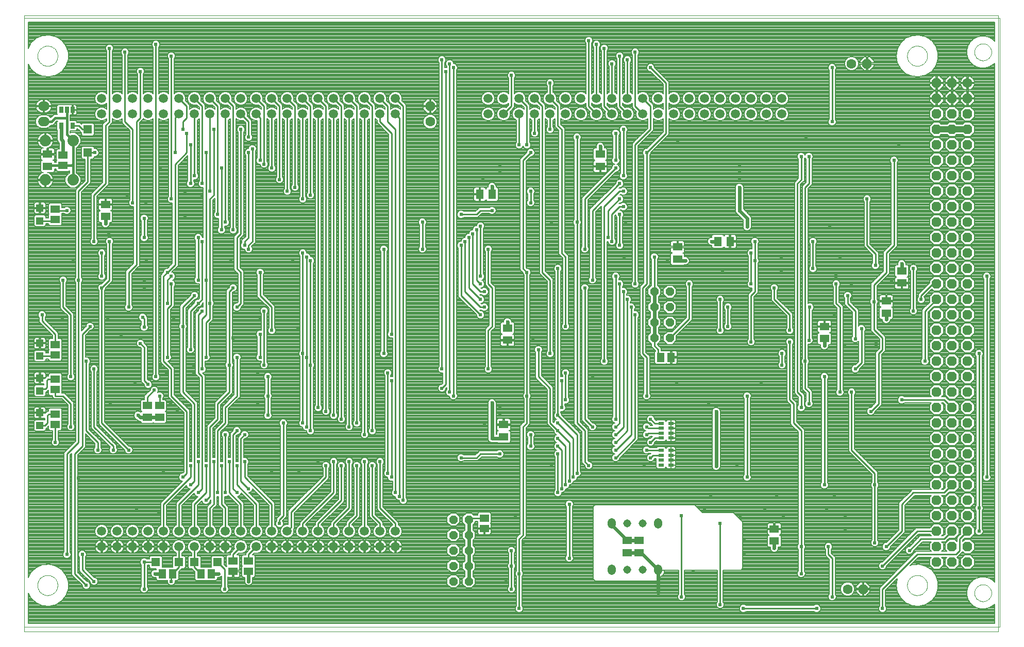
<source format=gbl>
G75*
G70*
%OFA0B0*%
%FSLAX24Y24*%
%IPPOS*%
%LPD*%
%AMOC8*
5,1,8,0,0,1.08239X$1,22.5*
%
%ADD10C,0.0000*%
%ADD11R,0.0591X0.0512*%
%ADD12R,0.0472X0.0472*%
%ADD13R,0.0630X0.0512*%
%ADD14C,0.0740*%
%ADD15C,0.0600*%
%ADD16OC8,0.0560*%
%ADD17C,0.0630*%
%ADD18OC8,0.0630*%
%ADD19C,0.0594*%
%ADD20R,0.0512X0.0630*%
%ADD21R,0.0512X0.0591*%
%ADD22R,0.0551X0.0551*%
%ADD23R,0.0272X0.0390*%
%ADD24C,0.0520*%
%ADD25C,0.0515*%
%ADD26R,0.0354X0.0197*%
%ADD27C,0.0080*%
%ADD28C,0.0240*%
%ADD29C,0.0240*%
%ADD30C,0.0100*%
%ADD31C,0.0160*%
%ADD32C,0.0320*%
%ADD33C,0.0400*%
D10*
X004848Y007120D02*
X004848Y046990D01*
X067840Y046990D01*
X067840Y007120D01*
X004848Y007120D01*
X004848Y007430D02*
X004848Y046810D01*
X067948Y046810D01*
X067948Y007430D01*
X004848Y007430D01*
X005698Y010120D02*
X005700Y010170D01*
X005706Y010220D01*
X005716Y010270D01*
X005729Y010318D01*
X005746Y010366D01*
X005767Y010412D01*
X005791Y010456D01*
X005819Y010498D01*
X005850Y010538D01*
X005884Y010575D01*
X005921Y010610D01*
X005960Y010641D01*
X006001Y010670D01*
X006045Y010695D01*
X006091Y010717D01*
X006138Y010735D01*
X006186Y010749D01*
X006235Y010760D01*
X006285Y010767D01*
X006335Y010770D01*
X006386Y010769D01*
X006436Y010764D01*
X006486Y010755D01*
X006534Y010743D01*
X006582Y010726D01*
X006628Y010706D01*
X006673Y010683D01*
X006716Y010656D01*
X006756Y010626D01*
X006794Y010593D01*
X006829Y010557D01*
X006862Y010518D01*
X006891Y010477D01*
X006917Y010434D01*
X006940Y010389D01*
X006959Y010342D01*
X006974Y010294D01*
X006986Y010245D01*
X006994Y010195D01*
X006998Y010145D01*
X006998Y010095D01*
X006994Y010045D01*
X006986Y009995D01*
X006974Y009946D01*
X006959Y009898D01*
X006940Y009851D01*
X006917Y009806D01*
X006891Y009763D01*
X006862Y009722D01*
X006829Y009683D01*
X006794Y009647D01*
X006756Y009614D01*
X006716Y009584D01*
X006673Y009557D01*
X006628Y009534D01*
X006582Y009514D01*
X006534Y009497D01*
X006486Y009485D01*
X006436Y009476D01*
X006386Y009471D01*
X006335Y009470D01*
X006285Y009473D01*
X006235Y009480D01*
X006186Y009491D01*
X006138Y009505D01*
X006091Y009523D01*
X006045Y009545D01*
X006001Y009570D01*
X005960Y009599D01*
X005921Y009630D01*
X005884Y009665D01*
X005850Y009702D01*
X005819Y009742D01*
X005791Y009784D01*
X005767Y009828D01*
X005746Y009874D01*
X005729Y009922D01*
X005716Y009970D01*
X005706Y010020D01*
X005700Y010070D01*
X005698Y010120D01*
X005698Y044370D02*
X005700Y044420D01*
X005706Y044470D01*
X005716Y044520D01*
X005729Y044568D01*
X005746Y044616D01*
X005767Y044662D01*
X005791Y044706D01*
X005819Y044748D01*
X005850Y044788D01*
X005884Y044825D01*
X005921Y044860D01*
X005960Y044891D01*
X006001Y044920D01*
X006045Y044945D01*
X006091Y044967D01*
X006138Y044985D01*
X006186Y044999D01*
X006235Y045010D01*
X006285Y045017D01*
X006335Y045020D01*
X006386Y045019D01*
X006436Y045014D01*
X006486Y045005D01*
X006534Y044993D01*
X006582Y044976D01*
X006628Y044956D01*
X006673Y044933D01*
X006716Y044906D01*
X006756Y044876D01*
X006794Y044843D01*
X006829Y044807D01*
X006862Y044768D01*
X006891Y044727D01*
X006917Y044684D01*
X006940Y044639D01*
X006959Y044592D01*
X006974Y044544D01*
X006986Y044495D01*
X006994Y044445D01*
X006998Y044395D01*
X006998Y044345D01*
X006994Y044295D01*
X006986Y044245D01*
X006974Y044196D01*
X006959Y044148D01*
X006940Y044101D01*
X006917Y044056D01*
X006891Y044013D01*
X006862Y043972D01*
X006829Y043933D01*
X006794Y043897D01*
X006756Y043864D01*
X006716Y043834D01*
X006673Y043807D01*
X006628Y043784D01*
X006582Y043764D01*
X006534Y043747D01*
X006486Y043735D01*
X006436Y043726D01*
X006386Y043721D01*
X006335Y043720D01*
X006285Y043723D01*
X006235Y043730D01*
X006186Y043741D01*
X006138Y043755D01*
X006091Y043773D01*
X006045Y043795D01*
X006001Y043820D01*
X005960Y043849D01*
X005921Y043880D01*
X005884Y043915D01*
X005850Y043952D01*
X005819Y043992D01*
X005791Y044034D01*
X005767Y044078D01*
X005746Y044124D01*
X005729Y044172D01*
X005716Y044220D01*
X005706Y044270D01*
X005700Y044320D01*
X005698Y044370D01*
X061948Y044370D02*
X061950Y044420D01*
X061956Y044470D01*
X061966Y044520D01*
X061979Y044568D01*
X061996Y044616D01*
X062017Y044662D01*
X062041Y044706D01*
X062069Y044748D01*
X062100Y044788D01*
X062134Y044825D01*
X062171Y044860D01*
X062210Y044891D01*
X062251Y044920D01*
X062295Y044945D01*
X062341Y044967D01*
X062388Y044985D01*
X062436Y044999D01*
X062485Y045010D01*
X062535Y045017D01*
X062585Y045020D01*
X062636Y045019D01*
X062686Y045014D01*
X062736Y045005D01*
X062784Y044993D01*
X062832Y044976D01*
X062878Y044956D01*
X062923Y044933D01*
X062966Y044906D01*
X063006Y044876D01*
X063044Y044843D01*
X063079Y044807D01*
X063112Y044768D01*
X063141Y044727D01*
X063167Y044684D01*
X063190Y044639D01*
X063209Y044592D01*
X063224Y044544D01*
X063236Y044495D01*
X063244Y044445D01*
X063248Y044395D01*
X063248Y044345D01*
X063244Y044295D01*
X063236Y044245D01*
X063224Y044196D01*
X063209Y044148D01*
X063190Y044101D01*
X063167Y044056D01*
X063141Y044013D01*
X063112Y043972D01*
X063079Y043933D01*
X063044Y043897D01*
X063006Y043864D01*
X062966Y043834D01*
X062923Y043807D01*
X062878Y043784D01*
X062832Y043764D01*
X062784Y043747D01*
X062736Y043735D01*
X062686Y043726D01*
X062636Y043721D01*
X062585Y043720D01*
X062535Y043723D01*
X062485Y043730D01*
X062436Y043741D01*
X062388Y043755D01*
X062341Y043773D01*
X062295Y043795D01*
X062251Y043820D01*
X062210Y043849D01*
X062171Y043880D01*
X062134Y043915D01*
X062100Y043952D01*
X062069Y043992D01*
X062041Y044034D01*
X062017Y044078D01*
X061996Y044124D01*
X061979Y044172D01*
X061966Y044220D01*
X061956Y044270D01*
X061950Y044320D01*
X061948Y044370D01*
X066298Y044620D02*
X066300Y044667D01*
X066306Y044713D01*
X066316Y044759D01*
X066329Y044803D01*
X066347Y044847D01*
X066368Y044888D01*
X066392Y044928D01*
X066420Y044966D01*
X066451Y045001D01*
X066485Y045033D01*
X066521Y045062D01*
X066560Y045088D01*
X066600Y045111D01*
X066643Y045130D01*
X066687Y045146D01*
X066732Y045158D01*
X066778Y045166D01*
X066825Y045170D01*
X066871Y045170D01*
X066918Y045166D01*
X066964Y045158D01*
X067009Y045146D01*
X067053Y045130D01*
X067096Y045111D01*
X067136Y045088D01*
X067175Y045062D01*
X067211Y045033D01*
X067245Y045001D01*
X067276Y044966D01*
X067304Y044928D01*
X067328Y044888D01*
X067349Y044847D01*
X067367Y044803D01*
X067380Y044759D01*
X067390Y044713D01*
X067396Y044667D01*
X067398Y044620D01*
X067396Y044573D01*
X067390Y044527D01*
X067380Y044481D01*
X067367Y044437D01*
X067349Y044393D01*
X067328Y044352D01*
X067304Y044312D01*
X067276Y044274D01*
X067245Y044239D01*
X067211Y044207D01*
X067175Y044178D01*
X067136Y044152D01*
X067096Y044129D01*
X067053Y044110D01*
X067009Y044094D01*
X066964Y044082D01*
X066918Y044074D01*
X066871Y044070D01*
X066825Y044070D01*
X066778Y044074D01*
X066732Y044082D01*
X066687Y044094D01*
X066643Y044110D01*
X066600Y044129D01*
X066560Y044152D01*
X066521Y044178D01*
X066485Y044207D01*
X066451Y044239D01*
X066420Y044274D01*
X066392Y044312D01*
X066368Y044352D01*
X066347Y044393D01*
X066329Y044437D01*
X066316Y044481D01*
X066306Y044527D01*
X066300Y044573D01*
X066298Y044620D01*
X061948Y010120D02*
X061950Y010170D01*
X061956Y010220D01*
X061966Y010270D01*
X061979Y010318D01*
X061996Y010366D01*
X062017Y010412D01*
X062041Y010456D01*
X062069Y010498D01*
X062100Y010538D01*
X062134Y010575D01*
X062171Y010610D01*
X062210Y010641D01*
X062251Y010670D01*
X062295Y010695D01*
X062341Y010717D01*
X062388Y010735D01*
X062436Y010749D01*
X062485Y010760D01*
X062535Y010767D01*
X062585Y010770D01*
X062636Y010769D01*
X062686Y010764D01*
X062736Y010755D01*
X062784Y010743D01*
X062832Y010726D01*
X062878Y010706D01*
X062923Y010683D01*
X062966Y010656D01*
X063006Y010626D01*
X063044Y010593D01*
X063079Y010557D01*
X063112Y010518D01*
X063141Y010477D01*
X063167Y010434D01*
X063190Y010389D01*
X063209Y010342D01*
X063224Y010294D01*
X063236Y010245D01*
X063244Y010195D01*
X063248Y010145D01*
X063248Y010095D01*
X063244Y010045D01*
X063236Y009995D01*
X063224Y009946D01*
X063209Y009898D01*
X063190Y009851D01*
X063167Y009806D01*
X063141Y009763D01*
X063112Y009722D01*
X063079Y009683D01*
X063044Y009647D01*
X063006Y009614D01*
X062966Y009584D01*
X062923Y009557D01*
X062878Y009534D01*
X062832Y009514D01*
X062784Y009497D01*
X062736Y009485D01*
X062686Y009476D01*
X062636Y009471D01*
X062585Y009470D01*
X062535Y009473D01*
X062485Y009480D01*
X062436Y009491D01*
X062388Y009505D01*
X062341Y009523D01*
X062295Y009545D01*
X062251Y009570D01*
X062210Y009599D01*
X062171Y009630D01*
X062134Y009665D01*
X062100Y009702D01*
X062069Y009742D01*
X062041Y009784D01*
X062017Y009828D01*
X061996Y009874D01*
X061979Y009922D01*
X061966Y009970D01*
X061956Y010020D01*
X061950Y010070D01*
X061948Y010120D01*
X066298Y009620D02*
X066300Y009667D01*
X066306Y009713D01*
X066316Y009759D01*
X066329Y009803D01*
X066347Y009847D01*
X066368Y009888D01*
X066392Y009928D01*
X066420Y009966D01*
X066451Y010001D01*
X066485Y010033D01*
X066521Y010062D01*
X066560Y010088D01*
X066600Y010111D01*
X066643Y010130D01*
X066687Y010146D01*
X066732Y010158D01*
X066778Y010166D01*
X066825Y010170D01*
X066871Y010170D01*
X066918Y010166D01*
X066964Y010158D01*
X067009Y010146D01*
X067053Y010130D01*
X067096Y010111D01*
X067136Y010088D01*
X067175Y010062D01*
X067211Y010033D01*
X067245Y010001D01*
X067276Y009966D01*
X067304Y009928D01*
X067328Y009888D01*
X067349Y009847D01*
X067367Y009803D01*
X067380Y009759D01*
X067390Y009713D01*
X067396Y009667D01*
X067398Y009620D01*
X067396Y009573D01*
X067390Y009527D01*
X067380Y009481D01*
X067367Y009437D01*
X067349Y009393D01*
X067328Y009352D01*
X067304Y009312D01*
X067276Y009274D01*
X067245Y009239D01*
X067211Y009207D01*
X067175Y009178D01*
X067136Y009152D01*
X067096Y009129D01*
X067053Y009110D01*
X067009Y009094D01*
X066964Y009082D01*
X066918Y009074D01*
X066871Y009070D01*
X066825Y009070D01*
X066778Y009074D01*
X066732Y009082D01*
X066687Y009094D01*
X066643Y009110D01*
X066600Y009129D01*
X066560Y009152D01*
X066521Y009178D01*
X066485Y009207D01*
X066451Y009239D01*
X066420Y009274D01*
X066392Y009312D01*
X066368Y009352D01*
X066347Y009393D01*
X066329Y009437D01*
X066316Y009481D01*
X066306Y009527D01*
X066300Y009573D01*
X066298Y009620D01*
D11*
X034598Y013785D03*
X034598Y014454D03*
X019348Y011704D03*
X019348Y011035D03*
X018348Y011035D03*
X018348Y011704D03*
X006848Y020535D03*
X006848Y021204D03*
X006848Y022785D03*
X006848Y023454D03*
X006848Y025035D03*
X006848Y025704D03*
X012798Y021744D03*
X013598Y021744D03*
X013598Y020996D03*
X012798Y020996D03*
X006848Y033785D03*
X006848Y034454D03*
X007348Y037285D03*
X007348Y037954D03*
D12*
X005848Y034533D03*
X005848Y033706D03*
X005848Y025783D03*
X005848Y024956D03*
X005848Y023533D03*
X005848Y022706D03*
X005848Y021283D03*
X005848Y020456D03*
D13*
X010098Y033976D03*
X010098Y034763D03*
X006348Y037226D03*
X006348Y038013D03*
X036098Y026763D03*
X036098Y025976D03*
X035848Y020513D03*
X035848Y019726D03*
X043848Y013013D03*
X044598Y013013D03*
X044598Y012226D03*
X043848Y012226D03*
X053348Y012976D03*
X053348Y013763D03*
X056598Y026076D03*
X056598Y026863D03*
X060598Y027726D03*
X060598Y028513D03*
X061598Y029676D03*
X061598Y030463D03*
X047098Y031226D03*
X047098Y032013D03*
X042098Y037226D03*
X042098Y038013D03*
D14*
X007988Y038900D03*
X006208Y038900D03*
X006208Y036340D03*
X007988Y036340D03*
D15*
X006173Y040120D02*
X006023Y040120D01*
X006023Y041120D02*
X006173Y041120D01*
D16*
X032598Y014370D03*
X033598Y014370D03*
X033598Y013370D03*
X032598Y013370D03*
X032598Y012370D03*
X033598Y012370D03*
X033598Y011370D03*
X033598Y010370D03*
X032598Y010370D03*
X032598Y011370D03*
X045598Y026120D03*
X046598Y026120D03*
X046598Y027120D03*
X046598Y028120D03*
X045598Y028120D03*
X045598Y027120D03*
X045598Y029120D03*
X046598Y029120D03*
D17*
X031098Y040120D03*
X058348Y043870D03*
X065848Y042620D03*
X058098Y009870D03*
D18*
X059098Y009870D03*
X063848Y011620D03*
X063848Y012620D03*
X063848Y013620D03*
X063848Y014620D03*
X063848Y015620D03*
X063848Y016620D03*
X063848Y017620D03*
X063848Y018620D03*
X063848Y019620D03*
X063848Y020620D03*
X063848Y021620D03*
X063848Y022620D03*
X063848Y023620D03*
X063848Y024620D03*
X063848Y025620D03*
X063848Y026620D03*
X063848Y027620D03*
X063848Y028620D03*
X063848Y029620D03*
X063848Y030620D03*
X063848Y031620D03*
X063848Y032620D03*
X063848Y033620D03*
X063848Y034620D03*
X063848Y035620D03*
X063848Y036620D03*
X063848Y037620D03*
X063848Y038620D03*
X063848Y039620D03*
X063848Y040620D03*
X063848Y041620D03*
X063848Y042620D03*
X064848Y042620D03*
X064848Y041620D03*
X065848Y041620D03*
X065848Y040620D03*
X064848Y040620D03*
X064848Y039620D03*
X065848Y039620D03*
X065848Y038620D03*
X064848Y038620D03*
X064848Y037620D03*
X065848Y037620D03*
X065848Y036620D03*
X064848Y036620D03*
X064848Y035620D03*
X065848Y035620D03*
X065848Y034620D03*
X064848Y034620D03*
X064848Y033620D03*
X065848Y033620D03*
X065848Y032620D03*
X064848Y032620D03*
X064848Y031620D03*
X065848Y031620D03*
X065848Y030620D03*
X064848Y030620D03*
X064848Y029620D03*
X065848Y029620D03*
X065848Y028620D03*
X064848Y028620D03*
X064848Y027620D03*
X065848Y027620D03*
X065848Y026620D03*
X064848Y026620D03*
X064848Y025620D03*
X065848Y025620D03*
X065848Y024620D03*
X064848Y024620D03*
X064848Y023620D03*
X065848Y023620D03*
X065848Y022620D03*
X064848Y022620D03*
X064848Y021620D03*
X065848Y021620D03*
X065848Y020620D03*
X064848Y020620D03*
X064848Y019620D03*
X065848Y019620D03*
X065848Y018620D03*
X064848Y018620D03*
X064848Y017620D03*
X065848Y017620D03*
X065848Y016620D03*
X064848Y016620D03*
X064848Y015620D03*
X065848Y015620D03*
X065848Y014620D03*
X064848Y014620D03*
X064848Y013620D03*
X065848Y013620D03*
X065848Y012620D03*
X064848Y012620D03*
X064848Y011620D03*
X065848Y011620D03*
X031098Y041120D03*
X059348Y043870D03*
D19*
X053848Y041620D03*
X052848Y041620D03*
X051848Y041620D03*
X050848Y041620D03*
X049848Y041620D03*
X048848Y041620D03*
X047848Y041620D03*
X046848Y041620D03*
X045848Y041620D03*
X044848Y041620D03*
X043848Y041620D03*
X042848Y041620D03*
X041848Y041620D03*
X040848Y041620D03*
X039848Y041620D03*
X038848Y041620D03*
X037848Y041620D03*
X036848Y041620D03*
X035848Y041620D03*
X034848Y041620D03*
X034848Y040620D03*
X035848Y040620D03*
X036848Y040620D03*
X037848Y040620D03*
X038848Y040620D03*
X039848Y040620D03*
X040848Y040620D03*
X041848Y040620D03*
X042848Y040620D03*
X043848Y040620D03*
X044848Y040620D03*
X045848Y040620D03*
X046848Y040620D03*
X047848Y040620D03*
X048848Y040620D03*
X049848Y040620D03*
X050848Y040620D03*
X051848Y040620D03*
X052848Y040620D03*
X053848Y040620D03*
X028848Y040620D03*
X027848Y040620D03*
X027848Y041620D03*
X028848Y041620D03*
X026848Y041620D03*
X025848Y041620D03*
X024848Y041620D03*
X023848Y041620D03*
X022848Y041620D03*
X021848Y041620D03*
X020848Y041620D03*
X019848Y041620D03*
X018848Y041620D03*
X017848Y041620D03*
X016848Y041620D03*
X015848Y041620D03*
X014848Y041620D03*
X013848Y041620D03*
X012848Y041620D03*
X011848Y041620D03*
X010848Y041620D03*
X009848Y041620D03*
X009848Y040620D03*
X010848Y040620D03*
X011848Y040620D03*
X012848Y040620D03*
X013848Y040620D03*
X014848Y040620D03*
X015848Y040620D03*
X016848Y040620D03*
X017848Y040620D03*
X018848Y040620D03*
X019848Y040620D03*
X020848Y040620D03*
X021848Y040620D03*
X022848Y040620D03*
X023848Y040620D03*
X024848Y040620D03*
X025848Y040620D03*
X026848Y040620D03*
X026848Y013620D03*
X025848Y013620D03*
X024848Y013620D03*
X023848Y013620D03*
X022848Y013620D03*
X021848Y013620D03*
X020848Y013620D03*
X019848Y013620D03*
X018848Y013620D03*
X017848Y013620D03*
X016848Y013620D03*
X015848Y013620D03*
X014848Y013620D03*
X013848Y013620D03*
X012848Y013620D03*
X011848Y013620D03*
X010848Y013620D03*
X009848Y013620D03*
X009848Y012620D03*
X010848Y012620D03*
X011848Y012620D03*
X012848Y012620D03*
X013848Y012620D03*
X014848Y012620D03*
X015848Y012620D03*
X016848Y012620D03*
X017848Y012620D03*
X018848Y012620D03*
X019848Y012620D03*
X020848Y012620D03*
X021848Y012620D03*
X022848Y012620D03*
X023848Y012620D03*
X024848Y012620D03*
X025848Y012620D03*
X026848Y012620D03*
X027848Y012620D03*
X028848Y012620D03*
X028848Y013620D03*
X027848Y013620D03*
D20*
X049704Y032370D03*
X050492Y032370D03*
X035092Y035420D03*
X034304Y035420D03*
D21*
X046013Y024870D03*
X046683Y024870D03*
X016933Y010870D03*
X016263Y010870D03*
X014433Y010870D03*
X013763Y010870D03*
D22*
X013350Y011620D03*
X014846Y011620D03*
X015850Y011620D03*
X017346Y011620D03*
X008948Y038121D03*
X008948Y039618D03*
D23*
X007972Y039858D03*
X007224Y039858D03*
X007224Y040877D03*
X007598Y040877D03*
X007972Y040877D03*
D24*
X042848Y014185D02*
X042848Y014055D01*
X045848Y014055D02*
X045848Y014185D01*
X045848Y011185D02*
X045848Y011055D01*
X042848Y011055D02*
X042848Y011185D01*
D25*
X043848Y011120D03*
X044848Y011120D03*
X044848Y014120D03*
X043848Y014120D03*
D26*
X046033Y017897D03*
X046033Y018212D03*
X046033Y018527D03*
X046033Y018842D03*
X046663Y018842D03*
X046663Y018527D03*
X046663Y018212D03*
X046663Y017897D03*
X046663Y019647D03*
X046663Y019962D03*
X046663Y020277D03*
X046663Y020592D03*
X046033Y020592D03*
X046033Y020277D03*
X046033Y019962D03*
X046033Y019647D03*
D27*
X045798Y019409D02*
X046268Y019409D01*
X046350Y019491D01*
X046350Y019514D01*
X046355Y019495D01*
X046374Y019463D01*
X046400Y019437D01*
X046432Y019418D01*
X046467Y019409D01*
X046654Y019409D01*
X046654Y019638D01*
X046672Y019638D01*
X046672Y019656D01*
X046980Y019656D01*
X046980Y019764D01*
X046970Y019800D01*
X046968Y019805D01*
X046970Y019810D01*
X046980Y019845D01*
X046980Y019953D01*
X046672Y019953D01*
X046672Y019971D01*
X046980Y019971D01*
X046980Y020079D01*
X046970Y020114D01*
X046968Y020120D01*
X046970Y020125D01*
X046980Y020160D01*
X046980Y020268D01*
X046672Y020268D01*
X046672Y020286D01*
X046980Y020286D01*
X046980Y020394D01*
X046970Y020429D01*
X046968Y020434D01*
X046970Y020439D01*
X046980Y020475D01*
X046980Y020583D01*
X046672Y020583D01*
X046672Y020601D01*
X046980Y020601D01*
X046980Y020709D01*
X046970Y020744D01*
X046952Y020776D01*
X046926Y020802D01*
X046894Y020821D01*
X046858Y020830D01*
X046672Y020830D01*
X046672Y020601D01*
X046654Y020601D01*
X046654Y020830D01*
X046467Y020830D01*
X046432Y020821D01*
X046400Y020802D01*
X046374Y020776D01*
X046355Y020744D01*
X046350Y020725D01*
X046350Y020748D01*
X046268Y020830D01*
X045798Y020830D01*
X045749Y020782D01*
X045704Y020782D01*
X045608Y020878D01*
X045608Y020921D01*
X045568Y021017D01*
X045495Y021090D01*
X045400Y021129D01*
X045296Y021129D01*
X045201Y021090D01*
X045127Y021017D01*
X045088Y020921D01*
X045088Y020818D01*
X045127Y020722D01*
X045201Y020649D01*
X045296Y020610D01*
X045339Y020610D01*
X045435Y020513D01*
X045482Y020467D01*
X045339Y020467D01*
X045318Y020517D01*
X045245Y020590D01*
X045150Y020629D01*
X045046Y020629D01*
X044951Y020590D01*
X044877Y020517D01*
X044838Y020421D01*
X044838Y020318D01*
X044877Y020222D01*
X044951Y020149D01*
X045022Y020119D01*
X044951Y020090D01*
X044877Y020017D01*
X044838Y019921D01*
X044838Y019818D01*
X044877Y019722D01*
X044951Y019649D01*
X045046Y019610D01*
X045150Y019610D01*
X045245Y019649D01*
X045318Y019722D01*
X045339Y019772D01*
X045482Y019772D01*
X045435Y019726D01*
X045339Y019629D01*
X045296Y019629D01*
X045201Y019590D01*
X045127Y019517D01*
X045088Y019421D01*
X045088Y019318D01*
X045127Y019222D01*
X045201Y019149D01*
X045296Y019110D01*
X045400Y019110D01*
X045495Y019149D01*
X045568Y019222D01*
X045608Y019318D01*
X045608Y019361D01*
X045704Y019457D01*
X045749Y019457D01*
X045798Y019409D01*
X045648Y019401D02*
X049338Y019401D01*
X049338Y019421D02*
X049338Y019318D01*
X049338Y018921D01*
X049338Y018318D01*
X049338Y017768D01*
X049377Y017672D01*
X049451Y017599D01*
X049546Y017560D01*
X049650Y017560D01*
X049745Y017599D01*
X049818Y017672D01*
X049858Y017768D01*
X049858Y018318D01*
X049858Y018921D01*
X049858Y019318D01*
X049858Y019421D01*
X049858Y019818D01*
X049858Y019921D01*
X049858Y020318D01*
X049858Y020421D01*
X049858Y020818D01*
X049858Y020921D01*
X049858Y021318D01*
X049858Y021421D01*
X049818Y021517D01*
X049745Y021590D01*
X049650Y021629D01*
X049546Y021629D01*
X049451Y021590D01*
X049377Y021517D01*
X049338Y021421D01*
X049338Y021318D01*
X049338Y020921D01*
X049338Y020818D01*
X049338Y020421D01*
X049338Y020318D01*
X049338Y019921D01*
X049338Y019818D01*
X049338Y019421D01*
X049338Y019480D02*
X046962Y019480D01*
X046970Y019495D02*
X046980Y019530D01*
X046980Y019638D01*
X046672Y019638D01*
X046672Y019409D01*
X046858Y019409D01*
X046894Y019418D01*
X046926Y019437D01*
X046952Y019463D01*
X046970Y019495D01*
X046980Y019558D02*
X049338Y019558D01*
X049338Y019637D02*
X046980Y019637D01*
X046980Y019715D02*
X049338Y019715D01*
X049338Y019794D02*
X046972Y019794D01*
X046980Y019872D02*
X049338Y019872D01*
X049338Y019951D02*
X046980Y019951D01*
X046980Y020029D02*
X049338Y020029D01*
X049338Y020108D02*
X046972Y020108D01*
X046980Y020186D02*
X049338Y020186D01*
X049338Y020265D02*
X046980Y020265D01*
X046980Y020344D02*
X049338Y020344D01*
X049338Y020422D02*
X046972Y020422D01*
X046980Y020501D02*
X049338Y020501D01*
X049338Y020579D02*
X046980Y020579D01*
X046980Y020658D02*
X049338Y020658D01*
X049338Y020736D02*
X046973Y020736D01*
X046904Y020815D02*
X049338Y020815D01*
X049338Y020893D02*
X045608Y020893D01*
X045587Y020972D02*
X049338Y020972D01*
X049338Y021050D02*
X045535Y021050D01*
X045401Y021129D02*
X049338Y021129D01*
X049338Y021208D02*
X044538Y021208D01*
X044538Y021286D02*
X049338Y021286D01*
X049338Y021365D02*
X044538Y021365D01*
X044538Y021443D02*
X049347Y021443D01*
X049382Y021522D02*
X044538Y021522D01*
X044538Y021600D02*
X049476Y021600D01*
X049720Y021600D02*
X051408Y021600D01*
X051408Y021522D02*
X049813Y021522D01*
X049849Y021443D02*
X051408Y021443D01*
X051408Y021365D02*
X049858Y021365D01*
X049858Y021286D02*
X051408Y021286D01*
X051408Y021208D02*
X049858Y021208D01*
X049858Y021129D02*
X051408Y021129D01*
X051408Y021050D02*
X049858Y021050D01*
X049858Y020972D02*
X051408Y020972D01*
X051408Y020893D02*
X049858Y020893D01*
X049858Y020815D02*
X051408Y020815D01*
X051408Y020736D02*
X049858Y020736D01*
X049858Y020658D02*
X051408Y020658D01*
X051408Y020579D02*
X049858Y020579D01*
X049858Y020501D02*
X051408Y020501D01*
X051408Y020422D02*
X049858Y020422D01*
X049858Y020344D02*
X051408Y020344D01*
X051408Y020265D02*
X049858Y020265D01*
X049858Y020186D02*
X051408Y020186D01*
X051408Y020108D02*
X049858Y020108D01*
X049858Y020029D02*
X051408Y020029D01*
X051408Y019951D02*
X049858Y019951D01*
X049858Y019872D02*
X051408Y019872D01*
X051408Y019794D02*
X049858Y019794D01*
X049858Y019715D02*
X051408Y019715D01*
X051408Y019637D02*
X049858Y019637D01*
X049858Y019558D02*
X051408Y019558D01*
X051408Y019480D02*
X049858Y019480D01*
X049858Y019401D02*
X051408Y019401D01*
X051408Y019322D02*
X049858Y019322D01*
X049858Y019244D02*
X051408Y019244D01*
X051408Y019165D02*
X049858Y019165D01*
X049858Y019087D02*
X051408Y019087D01*
X051408Y019008D02*
X049858Y019008D01*
X049858Y018930D02*
X051408Y018930D01*
X051408Y018851D02*
X049858Y018851D01*
X049858Y018773D02*
X051408Y018773D01*
X051408Y018694D02*
X049858Y018694D01*
X049858Y018616D02*
X051408Y018616D01*
X051408Y018537D02*
X049858Y018537D01*
X049858Y018459D02*
X051408Y018459D01*
X051408Y018380D02*
X049858Y018380D01*
X049858Y018301D02*
X051408Y018301D01*
X051408Y018223D02*
X049858Y018223D01*
X049858Y018144D02*
X051408Y018144D01*
X051408Y018066D02*
X049858Y018066D01*
X049858Y017987D02*
X051408Y017987D01*
X051408Y017909D02*
X049858Y017909D01*
X049858Y017830D02*
X051408Y017830D01*
X051408Y017752D02*
X049851Y017752D01*
X049819Y017673D02*
X051408Y017673D01*
X051408Y017595D02*
X049734Y017595D01*
X049462Y017595D02*
X040788Y017595D01*
X040788Y017547D02*
X040788Y019791D01*
X040788Y019948D01*
X039608Y021128D01*
X039608Y021171D01*
X039568Y021267D01*
X039538Y021297D01*
X039538Y021363D01*
X039546Y021360D01*
X039650Y021360D01*
X039745Y021399D01*
X039818Y021472D01*
X039858Y021568D01*
X039858Y021671D01*
X039818Y021767D01*
X039788Y021797D01*
X039788Y021863D01*
X039796Y021860D01*
X039900Y021860D01*
X039995Y021899D01*
X040068Y021972D01*
X040108Y022068D01*
X040108Y022171D01*
X040068Y022267D01*
X040038Y022297D01*
X040038Y023692D01*
X040068Y023722D01*
X040108Y023818D01*
X040108Y023921D01*
X040068Y024017D01*
X039995Y024090D01*
X039900Y024129D01*
X039796Y024129D01*
X039701Y024090D01*
X039627Y024017D01*
X039588Y023921D01*
X039588Y023818D01*
X039627Y023722D01*
X039658Y023692D01*
X039658Y023626D01*
X039650Y023629D01*
X039546Y023629D01*
X039538Y023626D01*
X039538Y030442D01*
X039568Y030472D01*
X039608Y030568D01*
X039608Y030671D01*
X039568Y030767D01*
X039495Y030840D01*
X039400Y030879D01*
X039296Y030879D01*
X039201Y030840D01*
X039127Y030767D01*
X039088Y030671D01*
X039088Y030568D01*
X039127Y030472D01*
X039158Y030442D01*
X039158Y021297D01*
X039127Y021267D01*
X039088Y021171D01*
X039088Y021068D01*
X039127Y020972D01*
X039201Y020899D01*
X039272Y020869D01*
X039201Y020840D01*
X039127Y020767D01*
X039088Y020671D01*
X039088Y020648D01*
X039038Y020698D01*
X039038Y022791D01*
X039038Y022948D01*
X038288Y023698D01*
X038288Y025192D01*
X038318Y025222D01*
X038358Y025318D01*
X038358Y025421D01*
X038318Y025517D01*
X038245Y025590D01*
X038150Y025629D01*
X038046Y025629D01*
X037951Y025590D01*
X037877Y025517D01*
X037838Y025421D01*
X037838Y025318D01*
X037877Y025222D01*
X037908Y025192D01*
X037908Y023541D01*
X038019Y023430D01*
X038658Y022791D01*
X038658Y020698D01*
X038658Y020541D01*
X039088Y020111D01*
X039088Y020068D01*
X039127Y019972D01*
X039201Y019899D01*
X039272Y019869D01*
X039201Y019840D01*
X039127Y019767D01*
X039088Y019671D01*
X039088Y019568D01*
X039127Y019472D01*
X039201Y019399D01*
X039272Y019370D01*
X039201Y019340D01*
X039127Y019267D01*
X039088Y019171D01*
X039088Y019068D01*
X039127Y018972D01*
X039201Y018899D01*
X039272Y018870D01*
X039201Y018840D01*
X039127Y018767D01*
X039088Y018671D01*
X039088Y018568D01*
X039127Y018472D01*
X039158Y018442D01*
X039158Y016297D01*
X039127Y016267D01*
X039088Y016171D01*
X039088Y016068D01*
X039127Y015972D01*
X039201Y015899D01*
X039296Y015860D01*
X039400Y015860D01*
X039495Y015899D01*
X039568Y015972D01*
X039608Y016068D01*
X039608Y016110D01*
X039650Y016110D01*
X039745Y016149D01*
X039818Y016222D01*
X039858Y016318D01*
X039858Y016360D01*
X039900Y016360D01*
X039995Y016399D01*
X040068Y016472D01*
X040108Y016568D01*
X040108Y016610D01*
X040150Y016610D01*
X040245Y016649D01*
X040318Y016722D01*
X040358Y016818D01*
X040358Y016860D01*
X040400Y016860D01*
X040495Y016899D01*
X040568Y016972D01*
X040608Y017068D01*
X040608Y017110D01*
X040650Y017110D01*
X040745Y017149D01*
X040818Y017222D01*
X040858Y017318D01*
X040858Y017421D01*
X040818Y017517D01*
X040788Y017547D01*
X040819Y017516D02*
X051408Y017516D01*
X051408Y017437D02*
X040851Y017437D01*
X040858Y017359D02*
X051408Y017359D01*
X051408Y017297D02*
X051377Y017267D01*
X051338Y017171D01*
X051338Y017068D01*
X051377Y016972D01*
X051451Y016899D01*
X051546Y016860D01*
X051650Y016860D01*
X051745Y016899D01*
X051818Y016972D01*
X051858Y017068D01*
X051858Y017171D01*
X051818Y017267D01*
X051788Y017297D01*
X051788Y022192D01*
X051818Y022222D01*
X051858Y022318D01*
X051858Y022421D01*
X051818Y022517D01*
X051745Y022590D01*
X051650Y022629D01*
X051546Y022629D01*
X051451Y022590D01*
X051377Y022517D01*
X051338Y022421D01*
X051338Y022318D01*
X051377Y022222D01*
X051408Y022192D01*
X051408Y017297D01*
X051391Y017280D02*
X040842Y017280D01*
X040798Y017202D02*
X051351Y017202D01*
X051338Y017123D02*
X040683Y017123D01*
X040598Y017045D02*
X051347Y017045D01*
X051384Y016966D02*
X040562Y016966D01*
X040467Y016888D02*
X051478Y016888D01*
X051717Y016888D02*
X054908Y016888D01*
X054908Y016966D02*
X051812Y016966D01*
X051848Y017045D02*
X054908Y017045D01*
X054908Y017123D02*
X051858Y017123D01*
X051845Y017202D02*
X054908Y017202D01*
X054908Y017280D02*
X051805Y017280D01*
X051788Y017359D02*
X054908Y017359D01*
X054908Y017437D02*
X051788Y017437D01*
X051788Y017516D02*
X054908Y017516D01*
X054908Y017595D02*
X051788Y017595D01*
X051788Y017673D02*
X054908Y017673D01*
X054908Y017752D02*
X051788Y017752D01*
X051788Y017830D02*
X054908Y017830D01*
X054908Y017909D02*
X051788Y017909D01*
X051788Y017987D02*
X054908Y017987D01*
X054908Y018066D02*
X051788Y018066D01*
X051788Y018144D02*
X054908Y018144D01*
X054908Y018223D02*
X051788Y018223D01*
X051788Y018301D02*
X054908Y018301D01*
X054908Y018380D02*
X051788Y018380D01*
X051788Y018459D02*
X054908Y018459D01*
X054908Y018537D02*
X051788Y018537D01*
X051788Y018616D02*
X054908Y018616D01*
X054908Y018694D02*
X051788Y018694D01*
X051788Y018773D02*
X054908Y018773D01*
X054908Y018851D02*
X051788Y018851D01*
X051788Y018930D02*
X054908Y018930D01*
X054908Y019008D02*
X051788Y019008D01*
X051788Y019087D02*
X054908Y019087D01*
X054908Y019165D02*
X051788Y019165D01*
X051788Y019244D02*
X054908Y019244D01*
X054908Y019322D02*
X051788Y019322D01*
X051788Y019401D02*
X054908Y019401D01*
X054908Y019480D02*
X051788Y019480D01*
X051788Y019558D02*
X054908Y019558D01*
X054908Y019637D02*
X051788Y019637D01*
X051788Y019715D02*
X054908Y019715D01*
X054908Y019794D02*
X051788Y019794D01*
X051788Y019872D02*
X054908Y019872D01*
X054908Y019951D02*
X051788Y019951D01*
X051788Y020029D02*
X054908Y020029D01*
X054908Y020041D02*
X054908Y012797D01*
X054877Y012767D01*
X054838Y012671D01*
X054838Y012568D01*
X054877Y012472D01*
X054908Y012442D01*
X054908Y011047D01*
X054877Y011017D01*
X054838Y010921D01*
X054838Y010818D01*
X054877Y010722D01*
X054951Y010649D01*
X055046Y010610D01*
X055150Y010610D01*
X055245Y010649D01*
X055318Y010722D01*
X055358Y010818D01*
X055358Y010921D01*
X055318Y011017D01*
X055288Y011047D01*
X055288Y012442D01*
X055318Y012472D01*
X055358Y012568D01*
X055358Y012671D01*
X055318Y012767D01*
X055288Y012797D01*
X055288Y020041D01*
X055288Y020198D01*
X054788Y020698D01*
X054788Y021791D01*
X054788Y021948D01*
X054538Y022198D01*
X054538Y025692D01*
X054568Y025722D01*
X054608Y025818D01*
X054608Y025921D01*
X054568Y026017D01*
X054495Y026090D01*
X054400Y026129D01*
X054296Y026129D01*
X054201Y026090D01*
X054127Y026017D01*
X054088Y025921D01*
X054088Y025818D01*
X054127Y025722D01*
X054158Y025692D01*
X054158Y022041D01*
X054269Y021930D01*
X054408Y021791D01*
X054408Y020541D01*
X054519Y020430D01*
X054908Y020041D01*
X054841Y020108D02*
X051788Y020108D01*
X051788Y020186D02*
X054762Y020186D01*
X054684Y020265D02*
X051788Y020265D01*
X051788Y020344D02*
X054605Y020344D01*
X054527Y020422D02*
X051788Y020422D01*
X051788Y020501D02*
X054448Y020501D01*
X054408Y020579D02*
X051788Y020579D01*
X051788Y020658D02*
X054408Y020658D01*
X054408Y020736D02*
X051788Y020736D01*
X051788Y020815D02*
X054408Y020815D01*
X054408Y020893D02*
X051788Y020893D01*
X051788Y020972D02*
X054408Y020972D01*
X054408Y021050D02*
X051788Y021050D01*
X051788Y021129D02*
X054408Y021129D01*
X054408Y021208D02*
X051788Y021208D01*
X051788Y021286D02*
X054408Y021286D01*
X054408Y021365D02*
X051788Y021365D01*
X051788Y021443D02*
X054408Y021443D01*
X054408Y021522D02*
X051788Y021522D01*
X051788Y021600D02*
X054408Y021600D01*
X054408Y021679D02*
X051788Y021679D01*
X051788Y021757D02*
X054408Y021757D01*
X054363Y021836D02*
X051788Y021836D01*
X051788Y021914D02*
X054284Y021914D01*
X054206Y021993D02*
X051788Y021993D01*
X051788Y022071D02*
X054158Y022071D01*
X054158Y022150D02*
X051788Y022150D01*
X051821Y022229D02*
X054158Y022229D01*
X054158Y022307D02*
X051853Y022307D01*
X051858Y022386D02*
X054158Y022386D01*
X054158Y022464D02*
X051840Y022464D01*
X051792Y022543D02*
X054158Y022543D01*
X054158Y022621D02*
X051669Y022621D01*
X051526Y022621D02*
X045288Y022621D01*
X045288Y022547D02*
X045288Y024791D01*
X045288Y024948D01*
X045038Y025198D01*
X045038Y029291D01*
X045177Y029430D01*
X045288Y029541D01*
X045288Y037942D01*
X045318Y037972D01*
X045358Y038068D01*
X045358Y038111D01*
X046427Y039180D01*
X046538Y039291D01*
X046538Y040312D01*
X046600Y040249D01*
X046761Y040183D01*
X046935Y040183D01*
X047095Y040249D01*
X047218Y040372D01*
X047477Y040372D01*
X047478Y040372D02*
X047600Y040249D01*
X047761Y040183D01*
X047935Y040183D01*
X048095Y040249D01*
X048218Y040372D01*
X048477Y040372D01*
X048478Y040372D02*
X048600Y040249D01*
X048761Y040183D01*
X048935Y040183D01*
X049095Y040249D01*
X049218Y040372D01*
X049477Y040372D01*
X049478Y040372D02*
X049600Y040249D01*
X049761Y040183D01*
X049935Y040183D01*
X050095Y040249D01*
X050218Y040372D01*
X050477Y040372D01*
X050478Y040372D02*
X050600Y040249D01*
X050761Y040183D01*
X050935Y040183D01*
X051095Y040249D01*
X051218Y040372D01*
X051477Y040372D01*
X051478Y040372D02*
X051600Y040249D01*
X051761Y040183D01*
X051935Y040183D01*
X052095Y040249D01*
X052218Y040372D01*
X052477Y040372D01*
X052478Y040372D02*
X052600Y040249D01*
X052761Y040183D01*
X052935Y040183D01*
X053095Y040249D01*
X053218Y040372D01*
X053477Y040372D01*
X053478Y040372D02*
X053600Y040249D01*
X053761Y040183D01*
X053935Y040183D01*
X054095Y040249D01*
X054218Y040372D01*
X056908Y040372D01*
X056908Y040297D02*
X056877Y040267D01*
X056838Y040171D01*
X056838Y040068D01*
X056877Y039972D01*
X056951Y039899D01*
X057046Y039860D01*
X057150Y039860D01*
X057245Y039899D01*
X057318Y039972D01*
X057358Y040068D01*
X057358Y040171D01*
X057318Y040267D01*
X057288Y040297D01*
X057288Y043442D01*
X057318Y043472D01*
X057358Y043568D01*
X057358Y043671D01*
X057938Y043671D01*
X057962Y043612D02*
X058090Y043484D01*
X058257Y043415D01*
X058438Y043415D01*
X058606Y043484D01*
X058734Y043612D01*
X058803Y043779D01*
X058803Y043960D01*
X058734Y044127D01*
X058606Y044255D01*
X058438Y044324D01*
X058257Y044324D01*
X058090Y044255D01*
X057962Y044127D01*
X057893Y043960D01*
X057893Y043779D01*
X057962Y043612D01*
X057982Y043592D02*
X057358Y043592D01*
X057358Y043671D02*
X057318Y043767D01*
X057245Y043840D01*
X057150Y043879D01*
X057046Y043879D01*
X056951Y043840D01*
X056877Y043767D01*
X056838Y043671D01*
X045608Y043671D01*
X045568Y043767D01*
X045495Y043840D01*
X045400Y043879D01*
X045296Y043879D01*
X045201Y043840D01*
X045127Y043767D01*
X045088Y043671D01*
X044538Y043671D01*
X044538Y043749D02*
X045120Y043749D01*
X045088Y043671D02*
X045088Y043568D01*
X045127Y043472D01*
X045201Y043399D01*
X045296Y043360D01*
X045339Y043360D01*
X046158Y042541D01*
X046158Y041927D01*
X046095Y041990D01*
X045935Y042056D01*
X045761Y042056D01*
X045600Y041990D01*
X045478Y041867D01*
X045411Y041706D01*
X045411Y041533D01*
X045478Y041372D01*
X045600Y041249D01*
X045761Y041183D01*
X045935Y041183D01*
X046095Y041249D01*
X046158Y041312D01*
X046158Y040927D01*
X046095Y040990D01*
X045935Y041056D01*
X045761Y041056D01*
X045600Y040990D01*
X045538Y040927D01*
X045538Y041198D01*
X045427Y041309D01*
X045261Y041475D01*
X045285Y041533D01*
X045285Y041706D01*
X045218Y041867D01*
X045095Y041990D01*
X044935Y042056D01*
X044761Y042056D01*
X044600Y041990D01*
X044538Y041927D01*
X044538Y044442D01*
X044568Y044472D01*
X044608Y044568D01*
X044608Y044671D01*
X044568Y044767D01*
X044495Y044840D01*
X044400Y044879D01*
X044296Y044879D01*
X044201Y044840D01*
X044127Y044767D01*
X044088Y044671D01*
X044088Y044568D01*
X044127Y044472D01*
X044158Y044442D01*
X044158Y041927D01*
X044095Y041990D01*
X044038Y042014D01*
X044038Y043942D01*
X044068Y043972D01*
X044108Y044068D01*
X044108Y044171D01*
X044068Y044267D01*
X043995Y044340D01*
X043900Y044379D01*
X043796Y044379D01*
X043701Y044340D01*
X043627Y044267D01*
X043588Y044171D01*
X043588Y044068D01*
X043627Y043972D01*
X043658Y043942D01*
X043658Y042014D01*
X043600Y041990D01*
X043538Y041927D01*
X043538Y044192D01*
X043568Y044222D01*
X043608Y044318D01*
X043608Y044421D01*
X043568Y044517D01*
X043495Y044590D01*
X043400Y044629D01*
X043296Y044629D01*
X043201Y044590D01*
X043127Y044517D01*
X043088Y044421D01*
X043088Y044318D01*
X043127Y044222D01*
X043158Y044192D01*
X043158Y041927D01*
X043095Y041990D01*
X043038Y042014D01*
X043038Y043692D01*
X043068Y043722D01*
X043108Y043818D01*
X043108Y043921D01*
X043068Y044017D01*
X042995Y044090D01*
X042900Y044129D01*
X042796Y044129D01*
X042701Y044090D01*
X042627Y044017D01*
X042588Y043921D01*
X042588Y043818D01*
X042627Y043722D01*
X042658Y043692D01*
X042658Y042014D01*
X042600Y041990D01*
X042538Y041927D01*
X042538Y044692D01*
X044096Y044692D01*
X044088Y044613D02*
X043438Y044613D01*
X043550Y044535D02*
X044101Y044535D01*
X044143Y044456D02*
X043593Y044456D01*
X043608Y044378D02*
X043792Y044378D01*
X043904Y044378D02*
X044158Y044378D01*
X044158Y044299D02*
X044036Y044299D01*
X044087Y044221D02*
X044158Y044221D01*
X044158Y044142D02*
X044108Y044142D01*
X044106Y044064D02*
X044158Y044064D01*
X044158Y043985D02*
X044074Y043985D01*
X044038Y043907D02*
X044158Y043907D01*
X044158Y043828D02*
X044038Y043828D01*
X044038Y043749D02*
X044158Y043749D01*
X044158Y043671D02*
X044038Y043671D01*
X044038Y043592D02*
X044158Y043592D01*
X044158Y043514D02*
X044038Y043514D01*
X044038Y043435D02*
X044158Y043435D01*
X044158Y043357D02*
X044038Y043357D01*
X044038Y043278D02*
X044158Y043278D01*
X044158Y043200D02*
X044038Y043200D01*
X044038Y043121D02*
X044158Y043121D01*
X044158Y043043D02*
X044038Y043043D01*
X044038Y042964D02*
X044158Y042964D01*
X044158Y042885D02*
X044038Y042885D01*
X044038Y042807D02*
X044158Y042807D01*
X044158Y042728D02*
X044038Y042728D01*
X044038Y042650D02*
X044158Y042650D01*
X044158Y042571D02*
X044038Y042571D01*
X044038Y042493D02*
X044158Y042493D01*
X044158Y042414D02*
X044038Y042414D01*
X044038Y042336D02*
X044158Y042336D01*
X044158Y042257D02*
X044038Y042257D01*
X044038Y042179D02*
X044158Y042179D01*
X044158Y042100D02*
X044038Y042100D01*
X044038Y042021D02*
X044158Y042021D01*
X044158Y041943D02*
X044142Y041943D01*
X044538Y041943D02*
X044554Y041943D01*
X044538Y042021D02*
X044677Y042021D01*
X044538Y042100D02*
X046158Y042100D01*
X046158Y042021D02*
X046019Y042021D01*
X046142Y041943D02*
X046158Y041943D01*
X046158Y042179D02*
X044538Y042179D01*
X044538Y042257D02*
X046158Y042257D01*
X046158Y042336D02*
X044538Y042336D01*
X044538Y042414D02*
X046158Y042414D01*
X046158Y042493D02*
X044538Y042493D01*
X044538Y042571D02*
X046127Y042571D01*
X046049Y042650D02*
X044538Y042650D01*
X044538Y042728D02*
X045970Y042728D01*
X045892Y042807D02*
X044538Y042807D01*
X044538Y042885D02*
X045813Y042885D01*
X045735Y042964D02*
X044538Y042964D01*
X044538Y043043D02*
X045656Y043043D01*
X045578Y043121D02*
X044538Y043121D01*
X044538Y043200D02*
X045499Y043200D01*
X045420Y043278D02*
X044538Y043278D01*
X044538Y043357D02*
X045342Y043357D01*
X045164Y043435D02*
X044538Y043435D01*
X044538Y043514D02*
X045110Y043514D01*
X045088Y043592D02*
X044538Y043592D01*
X044538Y043828D02*
X045189Y043828D01*
X045507Y043828D02*
X056939Y043828D01*
X056870Y043749D02*
X045575Y043749D01*
X045608Y043671D02*
X045608Y043628D01*
X046538Y042698D01*
X046538Y042541D01*
X046538Y041927D01*
X046600Y041990D01*
X046761Y042056D01*
X046935Y042056D01*
X047095Y041990D01*
X047218Y041867D01*
X047285Y041706D01*
X047285Y041533D01*
X047218Y041372D01*
X047095Y041249D01*
X046935Y041183D01*
X046761Y041183D01*
X046600Y041249D01*
X046538Y041312D01*
X046538Y040927D01*
X046600Y040990D01*
X046761Y041056D01*
X046935Y041056D01*
X047095Y040990D01*
X047218Y040867D01*
X047285Y040706D01*
X047285Y040533D01*
X047218Y040372D01*
X047251Y040451D02*
X047445Y040451D01*
X047412Y040529D02*
X047283Y040529D01*
X047285Y040608D02*
X047411Y040608D01*
X047411Y040533D02*
X047478Y040372D01*
X047556Y040294D02*
X047140Y040294D01*
X047013Y040215D02*
X047683Y040215D01*
X048013Y040215D02*
X048683Y040215D01*
X048556Y040294D02*
X048140Y040294D01*
X048218Y040372D02*
X048285Y040533D01*
X048285Y040706D01*
X048218Y040867D01*
X048095Y040990D01*
X047935Y041056D01*
X047761Y041056D01*
X047600Y040990D01*
X047478Y040867D01*
X047411Y040706D01*
X047411Y040533D01*
X047411Y040686D02*
X047285Y040686D01*
X047261Y040765D02*
X047435Y040765D01*
X047468Y040843D02*
X047228Y040843D01*
X047163Y040922D02*
X047532Y040922D01*
X047626Y041000D02*
X047070Y041000D01*
X047064Y041236D02*
X047632Y041236D01*
X047600Y041249D02*
X047761Y041183D01*
X047935Y041183D01*
X048095Y041249D01*
X048218Y041372D01*
X048285Y041533D01*
X048285Y041706D01*
X048218Y041867D01*
X048095Y041990D01*
X047935Y042056D01*
X047761Y042056D01*
X047600Y041990D01*
X047478Y041867D01*
X047411Y041706D01*
X047411Y041533D01*
X047478Y041372D01*
X047600Y041249D01*
X047535Y041315D02*
X047161Y041315D01*
X047227Y041393D02*
X047469Y041393D01*
X047436Y041472D02*
X047259Y041472D01*
X047285Y041550D02*
X047411Y041550D01*
X047411Y041629D02*
X047285Y041629D01*
X047284Y041707D02*
X047411Y041707D01*
X047444Y041786D02*
X047252Y041786D01*
X047219Y041864D02*
X047476Y041864D01*
X047554Y041943D02*
X047142Y041943D01*
X047019Y042021D02*
X047677Y042021D01*
X048019Y042021D02*
X048677Y042021D01*
X048600Y041990D02*
X048478Y041867D01*
X048411Y041706D01*
X048411Y041533D01*
X048478Y041372D01*
X048600Y041249D01*
X048761Y041183D01*
X048935Y041183D01*
X049095Y041249D01*
X049218Y041372D01*
X049285Y041533D01*
X049285Y041706D01*
X049218Y041867D01*
X049095Y041990D01*
X048935Y042056D01*
X048761Y042056D01*
X048600Y041990D01*
X048554Y041943D02*
X048142Y041943D01*
X048219Y041864D02*
X048476Y041864D01*
X048444Y041786D02*
X048252Y041786D01*
X048284Y041707D02*
X048411Y041707D01*
X048411Y041629D02*
X048285Y041629D01*
X048285Y041550D02*
X048411Y041550D01*
X048436Y041472D02*
X048259Y041472D01*
X048227Y041393D02*
X048469Y041393D01*
X048535Y041315D02*
X048161Y041315D01*
X048064Y041236D02*
X048632Y041236D01*
X048761Y041056D02*
X048600Y040990D01*
X048478Y040867D01*
X048411Y040706D01*
X048411Y040533D01*
X048478Y040372D01*
X048445Y040451D02*
X048251Y040451D01*
X048283Y040529D02*
X048412Y040529D01*
X048411Y040608D02*
X048285Y040608D01*
X048285Y040686D02*
X048411Y040686D01*
X048435Y040765D02*
X048261Y040765D01*
X048228Y040843D02*
X048468Y040843D01*
X048532Y040922D02*
X048163Y040922D01*
X048070Y041000D02*
X048626Y041000D01*
X048761Y041056D02*
X048935Y041056D01*
X049095Y040990D01*
X049218Y040867D01*
X049285Y040706D01*
X049285Y040533D01*
X049218Y040372D01*
X049251Y040451D02*
X049445Y040451D01*
X049412Y040529D02*
X049283Y040529D01*
X049285Y040608D02*
X049411Y040608D01*
X049411Y040533D02*
X049478Y040372D01*
X049556Y040294D02*
X049140Y040294D01*
X049013Y040215D02*
X049683Y040215D01*
X050013Y040215D02*
X050683Y040215D01*
X050556Y040294D02*
X050140Y040294D01*
X050218Y040372D02*
X050285Y040533D01*
X050285Y040706D01*
X050218Y040867D01*
X050095Y040990D01*
X049935Y041056D01*
X049761Y041056D01*
X049600Y040990D01*
X049478Y040867D01*
X049411Y040706D01*
X049411Y040533D01*
X049411Y040686D02*
X049285Y040686D01*
X049261Y040765D02*
X049435Y040765D01*
X049468Y040843D02*
X049228Y040843D01*
X049163Y040922D02*
X049532Y040922D01*
X049626Y041000D02*
X049070Y041000D01*
X049064Y041236D02*
X049632Y041236D01*
X049600Y041249D02*
X049761Y041183D01*
X049935Y041183D01*
X050095Y041249D01*
X050218Y041372D01*
X050285Y041533D01*
X050285Y041706D01*
X050218Y041867D01*
X050095Y041990D01*
X049935Y042056D01*
X049761Y042056D01*
X049600Y041990D01*
X049478Y041867D01*
X049411Y041706D01*
X049411Y041533D01*
X049478Y041372D01*
X049600Y041249D01*
X049535Y041315D02*
X049161Y041315D01*
X049227Y041393D02*
X049469Y041393D01*
X049436Y041472D02*
X049259Y041472D01*
X049285Y041550D02*
X049411Y041550D01*
X049411Y041629D02*
X049285Y041629D01*
X049284Y041707D02*
X049411Y041707D01*
X049444Y041786D02*
X049252Y041786D01*
X049219Y041864D02*
X049476Y041864D01*
X049554Y041943D02*
X049142Y041943D01*
X049019Y042021D02*
X049677Y042021D01*
X050019Y042021D02*
X050677Y042021D01*
X050600Y041990D02*
X050478Y041867D01*
X050411Y041706D01*
X050411Y041533D01*
X050478Y041372D01*
X050600Y041249D01*
X050761Y041183D01*
X050935Y041183D01*
X051095Y041249D01*
X051218Y041372D01*
X051285Y041533D01*
X051285Y041706D01*
X051218Y041867D01*
X051095Y041990D01*
X050935Y042056D01*
X050761Y042056D01*
X050600Y041990D01*
X050554Y041943D02*
X050142Y041943D01*
X050219Y041864D02*
X050476Y041864D01*
X050444Y041786D02*
X050252Y041786D01*
X050284Y041707D02*
X050411Y041707D01*
X050411Y041629D02*
X050285Y041629D01*
X050285Y041550D02*
X050411Y041550D01*
X050436Y041472D02*
X050259Y041472D01*
X050227Y041393D02*
X050469Y041393D01*
X050535Y041315D02*
X050161Y041315D01*
X050064Y041236D02*
X050632Y041236D01*
X050761Y041056D02*
X050600Y040990D01*
X050478Y040867D01*
X050411Y040706D01*
X050411Y040533D01*
X050478Y040372D01*
X050445Y040451D02*
X050251Y040451D01*
X050283Y040529D02*
X050412Y040529D01*
X050411Y040608D02*
X050285Y040608D01*
X050285Y040686D02*
X050411Y040686D01*
X050435Y040765D02*
X050261Y040765D01*
X050228Y040843D02*
X050468Y040843D01*
X050532Y040922D02*
X050163Y040922D01*
X050070Y041000D02*
X050626Y041000D01*
X050761Y041056D02*
X050935Y041056D01*
X051095Y040990D01*
X051218Y040867D01*
X051285Y040706D01*
X051285Y040533D01*
X051218Y040372D01*
X051251Y040451D02*
X051445Y040451D01*
X051412Y040529D02*
X051283Y040529D01*
X051285Y040608D02*
X051411Y040608D01*
X051411Y040533D02*
X051478Y040372D01*
X051556Y040294D02*
X051140Y040294D01*
X051013Y040215D02*
X051683Y040215D01*
X052013Y040215D02*
X052683Y040215D01*
X052556Y040294D02*
X052140Y040294D01*
X052218Y040372D02*
X052285Y040533D01*
X052285Y040706D01*
X052218Y040867D01*
X052095Y040990D01*
X051935Y041056D01*
X051761Y041056D01*
X051600Y040990D01*
X051478Y040867D01*
X051411Y040706D01*
X051411Y040533D01*
X051411Y040686D02*
X051285Y040686D01*
X051261Y040765D02*
X051435Y040765D01*
X051468Y040843D02*
X051228Y040843D01*
X051163Y040922D02*
X051532Y040922D01*
X051626Y041000D02*
X051070Y041000D01*
X051064Y041236D02*
X051632Y041236D01*
X051600Y041249D02*
X051761Y041183D01*
X051935Y041183D01*
X052095Y041249D01*
X052218Y041372D01*
X052285Y041533D01*
X052285Y041706D01*
X052218Y041867D01*
X052095Y041990D01*
X051935Y042056D01*
X051761Y042056D01*
X051600Y041990D01*
X051478Y041867D01*
X051411Y041706D01*
X051411Y041533D01*
X051478Y041372D01*
X051600Y041249D01*
X051535Y041315D02*
X051161Y041315D01*
X051227Y041393D02*
X051469Y041393D01*
X051436Y041472D02*
X051259Y041472D01*
X051285Y041550D02*
X051411Y041550D01*
X051411Y041629D02*
X051285Y041629D01*
X051284Y041707D02*
X051411Y041707D01*
X051444Y041786D02*
X051252Y041786D01*
X051219Y041864D02*
X051476Y041864D01*
X051554Y041943D02*
X051142Y041943D01*
X051019Y042021D02*
X051677Y042021D01*
X052019Y042021D02*
X052677Y042021D01*
X052600Y041990D02*
X052478Y041867D01*
X052411Y041706D01*
X052411Y041533D01*
X052478Y041372D01*
X052600Y041249D01*
X052761Y041183D01*
X052935Y041183D01*
X053095Y041249D01*
X053218Y041372D01*
X053285Y041533D01*
X053285Y041706D01*
X053218Y041867D01*
X053095Y041990D01*
X052935Y042056D01*
X052761Y042056D01*
X052600Y041990D01*
X052554Y041943D02*
X052142Y041943D01*
X052219Y041864D02*
X052476Y041864D01*
X052444Y041786D02*
X052252Y041786D01*
X052284Y041707D02*
X052411Y041707D01*
X052411Y041629D02*
X052285Y041629D01*
X052285Y041550D02*
X052411Y041550D01*
X052436Y041472D02*
X052259Y041472D01*
X052227Y041393D02*
X052469Y041393D01*
X052535Y041315D02*
X052161Y041315D01*
X052064Y041236D02*
X052632Y041236D01*
X052761Y041056D02*
X052600Y040990D01*
X052478Y040867D01*
X052411Y040706D01*
X052411Y040533D01*
X052478Y040372D01*
X052445Y040451D02*
X052251Y040451D01*
X052283Y040529D02*
X052412Y040529D01*
X052411Y040608D02*
X052285Y040608D01*
X052285Y040686D02*
X052411Y040686D01*
X052435Y040765D02*
X052261Y040765D01*
X052228Y040843D02*
X052468Y040843D01*
X052532Y040922D02*
X052163Y040922D01*
X052070Y041000D02*
X052626Y041000D01*
X052761Y041056D02*
X052935Y041056D01*
X053095Y040990D01*
X053218Y040867D01*
X053285Y040706D01*
X053285Y040533D01*
X053218Y040372D01*
X053251Y040451D02*
X053445Y040451D01*
X053412Y040529D02*
X053283Y040529D01*
X053285Y040608D02*
X053411Y040608D01*
X053411Y040533D02*
X053478Y040372D01*
X053556Y040294D02*
X053140Y040294D01*
X053013Y040215D02*
X053683Y040215D01*
X054013Y040215D02*
X056856Y040215D01*
X056838Y040136D02*
X046538Y040136D01*
X046538Y040058D02*
X056842Y040058D01*
X056874Y039979D02*
X046538Y039979D01*
X046538Y039901D02*
X056949Y039901D01*
X057247Y039901D02*
X063486Y039901D01*
X063564Y039979D02*
X057321Y039979D01*
X057354Y040058D02*
X063643Y040058D01*
X063659Y040074D02*
X063393Y039808D01*
X063393Y039431D01*
X063659Y039165D01*
X064036Y039165D01*
X064151Y039280D01*
X064544Y039280D01*
X064659Y039165D01*
X065036Y039165D01*
X065151Y039280D01*
X065544Y039280D01*
X065659Y039165D01*
X066036Y039165D01*
X066303Y039431D01*
X066303Y039808D01*
X066036Y040074D01*
X065659Y040074D01*
X065544Y039959D01*
X065151Y039959D01*
X065036Y040074D01*
X064659Y040074D01*
X064544Y039959D01*
X064151Y039959D01*
X064036Y040074D01*
X063659Y040074D01*
X063659Y040165D02*
X064036Y040165D01*
X064303Y040431D01*
X064303Y040808D01*
X064036Y041074D01*
X063659Y041074D01*
X063393Y040808D01*
X063393Y040431D01*
X063659Y040165D01*
X063609Y040215D02*
X057340Y040215D01*
X057358Y040136D02*
X067600Y040136D01*
X067600Y040058D02*
X066053Y040058D01*
X066036Y040165D02*
X065659Y040165D01*
X065393Y040431D01*
X065393Y040808D01*
X065659Y041074D01*
X066036Y041074D01*
X066303Y040808D01*
X066303Y040431D01*
X066036Y040165D01*
X066087Y040215D02*
X067600Y040215D01*
X067600Y040294D02*
X066165Y040294D01*
X066244Y040372D02*
X067600Y040372D01*
X067600Y040451D02*
X066303Y040451D01*
X066303Y040529D02*
X067600Y040529D01*
X067600Y040608D02*
X066303Y040608D01*
X066303Y040686D02*
X067600Y040686D01*
X067600Y040765D02*
X066303Y040765D01*
X066267Y040843D02*
X067600Y040843D01*
X067600Y040922D02*
X066189Y040922D01*
X066110Y041000D02*
X067600Y041000D01*
X067600Y041079D02*
X057288Y041079D01*
X057288Y041158D02*
X067600Y041158D01*
X067600Y041236D02*
X066108Y041236D01*
X066036Y041165D02*
X066303Y041431D01*
X066303Y041580D01*
X065888Y041580D01*
X065888Y041659D01*
X066303Y041659D01*
X066303Y041808D01*
X066036Y042074D01*
X065888Y042074D01*
X065888Y041660D01*
X065808Y041660D01*
X065808Y042074D01*
X065659Y042074D01*
X065393Y041808D01*
X065393Y041659D01*
X065808Y041659D01*
X065808Y041580D01*
X065393Y041580D01*
X065393Y041431D01*
X065659Y041165D01*
X065808Y041165D01*
X065808Y041579D01*
X065888Y041579D01*
X065888Y041165D01*
X066036Y041165D01*
X065888Y041236D02*
X065808Y041236D01*
X065808Y041315D02*
X065888Y041315D01*
X065888Y041393D02*
X065808Y041393D01*
X065808Y041472D02*
X065888Y041472D01*
X065888Y041550D02*
X065808Y041550D01*
X065808Y041629D02*
X064888Y041629D01*
X064888Y041659D02*
X065303Y041659D01*
X065303Y041808D01*
X065036Y042074D01*
X064888Y042074D01*
X064888Y041660D01*
X064808Y041660D01*
X064808Y042074D01*
X064659Y042074D01*
X064393Y041808D01*
X064393Y041659D01*
X064808Y041659D01*
X064808Y041580D01*
X064393Y041580D01*
X064393Y041431D01*
X064659Y041165D01*
X064808Y041165D01*
X064808Y041579D01*
X064888Y041579D01*
X064888Y041165D01*
X065036Y041165D01*
X065303Y041431D01*
X065303Y041580D01*
X064888Y041580D01*
X064888Y041659D01*
X064888Y041707D02*
X064808Y041707D01*
X064808Y041629D02*
X063888Y041629D01*
X063888Y041659D02*
X064303Y041659D01*
X064303Y041808D01*
X064036Y042074D01*
X063888Y042074D01*
X063888Y041660D01*
X063808Y041660D01*
X063808Y042074D01*
X063659Y042074D01*
X063393Y041808D01*
X063393Y041659D01*
X063808Y041659D01*
X063808Y041580D01*
X063393Y041580D01*
X063393Y041431D01*
X063659Y041165D01*
X063808Y041165D01*
X063808Y041579D01*
X063888Y041579D01*
X063888Y041165D01*
X064036Y041165D01*
X064303Y041431D01*
X064303Y041580D01*
X063888Y041580D01*
X063888Y041659D01*
X063888Y041707D02*
X063808Y041707D01*
X063808Y041629D02*
X057288Y041629D01*
X057288Y041707D02*
X063393Y041707D01*
X063393Y041786D02*
X057288Y041786D01*
X057288Y041864D02*
X063449Y041864D01*
X063528Y041943D02*
X057288Y041943D01*
X057288Y042021D02*
X063606Y042021D01*
X063659Y042165D02*
X063808Y042165D01*
X063808Y042579D01*
X063888Y042579D01*
X063888Y042165D01*
X064036Y042165D01*
X064303Y042431D01*
X064303Y042580D01*
X063888Y042580D01*
X063888Y042659D01*
X064303Y042659D01*
X064303Y042808D01*
X064036Y043074D01*
X063888Y043074D01*
X063888Y042660D01*
X063808Y042660D01*
X063808Y043074D01*
X063659Y043074D01*
X063393Y042808D01*
X063393Y042659D01*
X063808Y042659D01*
X063808Y042580D01*
X063393Y042580D01*
X063393Y042431D01*
X063659Y042165D01*
X063645Y042179D02*
X057288Y042179D01*
X057288Y042257D02*
X063567Y042257D01*
X063488Y042336D02*
X057288Y042336D01*
X057288Y042414D02*
X063410Y042414D01*
X063393Y042493D02*
X057288Y042493D01*
X057288Y042571D02*
X063393Y042571D01*
X063393Y042728D02*
X057288Y042728D01*
X057288Y042650D02*
X063808Y042650D01*
X063808Y042728D02*
X063888Y042728D01*
X063888Y042650D02*
X064808Y042650D01*
X064808Y042659D02*
X064808Y042580D01*
X064393Y042580D01*
X064393Y042431D01*
X064659Y042165D01*
X064808Y042165D01*
X064808Y042579D01*
X064888Y042579D01*
X064888Y042165D01*
X065036Y042165D01*
X065303Y042431D01*
X065303Y042580D01*
X064888Y042580D01*
X064888Y042659D01*
X065303Y042659D01*
X065303Y042808D01*
X065036Y043074D01*
X064888Y043074D01*
X064888Y042660D01*
X064808Y042660D01*
X064808Y043074D01*
X064659Y043074D01*
X064393Y042808D01*
X064393Y042659D01*
X064808Y042659D01*
X064808Y042728D02*
X064888Y042728D01*
X064888Y042650D02*
X065808Y042650D01*
X065808Y042659D02*
X065808Y042580D01*
X065394Y042580D01*
X065404Y042513D01*
X065426Y042445D01*
X065459Y042381D01*
X065501Y042323D01*
X065551Y042272D01*
X065609Y042230D01*
X065673Y042198D01*
X065741Y042176D01*
X065808Y042165D01*
X065808Y042579D01*
X065888Y042579D01*
X065888Y042165D01*
X065954Y042176D01*
X066023Y042198D01*
X066086Y042230D01*
X066144Y042272D01*
X066195Y042323D01*
X066237Y042381D01*
X066269Y042445D01*
X066292Y042513D01*
X066302Y042580D01*
X065888Y042580D01*
X065888Y042659D01*
X066302Y042659D01*
X066292Y042726D01*
X066269Y042794D01*
X066237Y042858D01*
X066195Y042916D01*
X066144Y042967D01*
X066086Y043009D01*
X066023Y043041D01*
X065954Y043063D01*
X065888Y043074D01*
X065888Y042660D01*
X065808Y042660D01*
X065808Y043074D01*
X065741Y043063D01*
X065673Y043041D01*
X065609Y043009D01*
X065551Y042967D01*
X065501Y042916D01*
X065459Y042858D01*
X065426Y042794D01*
X065404Y042726D01*
X065394Y042659D01*
X065808Y042659D01*
X065808Y042728D02*
X065888Y042728D01*
X065888Y042650D02*
X067600Y042650D01*
X067600Y042728D02*
X066291Y042728D01*
X066263Y042807D02*
X067600Y042807D01*
X067600Y042885D02*
X066217Y042885D01*
X066147Y042964D02*
X067600Y042964D01*
X067600Y043043D02*
X066018Y043043D01*
X065888Y043043D02*
X065808Y043043D01*
X065808Y042964D02*
X065888Y042964D01*
X065888Y042885D02*
X065808Y042885D01*
X065808Y042807D02*
X065888Y042807D01*
X065888Y042571D02*
X065808Y042571D01*
X065808Y042493D02*
X065888Y042493D01*
X065888Y042414D02*
X065808Y042414D01*
X065808Y042336D02*
X065888Y042336D01*
X065888Y042257D02*
X065808Y042257D01*
X065808Y042179D02*
X065888Y042179D01*
X065963Y042179D02*
X067600Y042179D01*
X067600Y042257D02*
X066123Y042257D01*
X066204Y042336D02*
X067600Y042336D01*
X067600Y042414D02*
X066254Y042414D01*
X066285Y042493D02*
X067600Y042493D01*
X067600Y042571D02*
X066301Y042571D01*
X066089Y042021D02*
X067600Y042021D01*
X067600Y041943D02*
X066168Y041943D01*
X066246Y041864D02*
X067600Y041864D01*
X067600Y041786D02*
X066303Y041786D01*
X066303Y041707D02*
X067600Y041707D01*
X067600Y041629D02*
X065888Y041629D01*
X065888Y041707D02*
X065808Y041707D01*
X065808Y041786D02*
X065888Y041786D01*
X065888Y041864D02*
X065808Y041864D01*
X065808Y041943D02*
X065888Y041943D01*
X065888Y042021D02*
X065808Y042021D01*
X065733Y042179D02*
X065050Y042179D01*
X065129Y042257D02*
X065573Y042257D01*
X065492Y042336D02*
X065207Y042336D01*
X065286Y042414D02*
X065442Y042414D01*
X065411Y042493D02*
X065303Y042493D01*
X065303Y042571D02*
X065395Y042571D01*
X065405Y042728D02*
X065303Y042728D01*
X065303Y042807D02*
X065433Y042807D01*
X065479Y042885D02*
X065225Y042885D01*
X065147Y042964D02*
X065549Y042964D01*
X065678Y043043D02*
X065068Y043043D01*
X064888Y043043D02*
X064808Y043043D01*
X064808Y042964D02*
X064888Y042964D01*
X064888Y042885D02*
X064808Y042885D01*
X064808Y042807D02*
X064888Y042807D01*
X064888Y042571D02*
X064808Y042571D01*
X064808Y042493D02*
X064888Y042493D01*
X064888Y042414D02*
X064808Y042414D01*
X064808Y042336D02*
X064888Y042336D01*
X064888Y042257D02*
X064808Y042257D01*
X064808Y042179D02*
X064888Y042179D01*
X064888Y042021D02*
X064808Y042021D01*
X064808Y041943D02*
X064888Y041943D01*
X064888Y041864D02*
X064808Y041864D01*
X064808Y041786D02*
X064888Y041786D01*
X064888Y041550D02*
X064808Y041550D01*
X064808Y041472D02*
X064888Y041472D01*
X064888Y041393D02*
X064808Y041393D01*
X064808Y041315D02*
X064888Y041315D01*
X064888Y041236D02*
X064808Y041236D01*
X064659Y041074D02*
X064393Y040808D01*
X064393Y040431D01*
X064659Y040165D01*
X065036Y040165D01*
X065303Y040431D01*
X065303Y040808D01*
X065036Y041074D01*
X064659Y041074D01*
X064585Y041000D02*
X064110Y041000D01*
X064189Y040922D02*
X064507Y040922D01*
X064428Y040843D02*
X064267Y040843D01*
X064303Y040765D02*
X064393Y040765D01*
X064393Y040686D02*
X064303Y040686D01*
X064303Y040608D02*
X064393Y040608D01*
X064393Y040529D02*
X064303Y040529D01*
X064303Y040451D02*
X064393Y040451D01*
X064452Y040372D02*
X064244Y040372D01*
X064165Y040294D02*
X064530Y040294D01*
X064609Y040215D02*
X064087Y040215D01*
X064053Y040058D02*
X064643Y040058D01*
X064564Y039979D02*
X064131Y039979D01*
X063530Y040294D02*
X057291Y040294D01*
X057288Y040372D02*
X063452Y040372D01*
X063393Y040451D02*
X057288Y040451D01*
X057288Y040529D02*
X063393Y040529D01*
X063393Y040608D02*
X057288Y040608D01*
X057288Y040686D02*
X063393Y040686D01*
X063393Y040765D02*
X057288Y040765D01*
X057288Y040843D02*
X063428Y040843D01*
X063507Y040922D02*
X057288Y040922D01*
X057288Y041000D02*
X063585Y041000D01*
X063588Y041236D02*
X057288Y041236D01*
X057288Y041315D02*
X063509Y041315D01*
X063431Y041393D02*
X057288Y041393D01*
X057288Y041472D02*
X063393Y041472D01*
X063393Y041550D02*
X057288Y041550D01*
X056908Y041550D02*
X054285Y041550D01*
X054285Y041533D02*
X054218Y041372D01*
X054095Y041249D01*
X053935Y041183D01*
X053761Y041183D01*
X053600Y041249D01*
X053478Y041372D01*
X053411Y041533D01*
X053411Y041706D01*
X053478Y041867D01*
X053600Y041990D01*
X053761Y042056D01*
X053935Y042056D01*
X054095Y041990D01*
X054218Y041867D01*
X054285Y041706D01*
X054285Y041533D01*
X054259Y041472D02*
X056908Y041472D01*
X056908Y041393D02*
X054227Y041393D01*
X054161Y041315D02*
X056908Y041315D01*
X056908Y041236D02*
X054064Y041236D01*
X053935Y041056D02*
X053761Y041056D01*
X053600Y040990D01*
X053478Y040867D01*
X053411Y040706D01*
X053411Y040533D01*
X053411Y040686D02*
X053285Y040686D01*
X053261Y040765D02*
X053435Y040765D01*
X053468Y040843D02*
X053228Y040843D01*
X053163Y040922D02*
X053532Y040922D01*
X053626Y041000D02*
X053070Y041000D01*
X053064Y041236D02*
X053632Y041236D01*
X053535Y041315D02*
X053161Y041315D01*
X053227Y041393D02*
X053469Y041393D01*
X053436Y041472D02*
X053259Y041472D01*
X053285Y041550D02*
X053411Y041550D01*
X053411Y041629D02*
X053285Y041629D01*
X053284Y041707D02*
X053411Y041707D01*
X053444Y041786D02*
X053252Y041786D01*
X053219Y041864D02*
X053476Y041864D01*
X053554Y041943D02*
X053142Y041943D01*
X053019Y042021D02*
X053677Y042021D01*
X054019Y042021D02*
X056908Y042021D01*
X056908Y041943D02*
X054142Y041943D01*
X054219Y041864D02*
X056908Y041864D01*
X056908Y041786D02*
X054252Y041786D01*
X054284Y041707D02*
X056908Y041707D01*
X056908Y041629D02*
X054285Y041629D01*
X054070Y041000D02*
X056908Y041000D01*
X056908Y040922D02*
X054163Y040922D01*
X054218Y040867D02*
X054095Y040990D01*
X053935Y041056D01*
X054218Y040867D02*
X054285Y040706D01*
X054285Y040533D01*
X054218Y040372D01*
X054251Y040451D02*
X056908Y040451D01*
X056908Y040529D02*
X054283Y040529D01*
X054285Y040608D02*
X056908Y040608D01*
X056908Y040686D02*
X054285Y040686D01*
X054261Y040765D02*
X056908Y040765D01*
X056908Y040843D02*
X054228Y040843D01*
X054140Y040294D02*
X056904Y040294D01*
X056908Y040297D02*
X056908Y043442D01*
X056877Y043472D01*
X056838Y043568D01*
X056838Y043671D01*
X056838Y043592D02*
X045644Y043592D01*
X045722Y043514D02*
X056860Y043514D01*
X056908Y043435D02*
X045801Y043435D01*
X045879Y043357D02*
X056908Y043357D01*
X056908Y043278D02*
X045958Y043278D01*
X046036Y043200D02*
X056908Y043200D01*
X056908Y043121D02*
X046115Y043121D01*
X046194Y043043D02*
X056908Y043043D01*
X056908Y042964D02*
X046272Y042964D01*
X046351Y042885D02*
X056908Y042885D01*
X056908Y042807D02*
X046429Y042807D01*
X046508Y042728D02*
X056908Y042728D01*
X056908Y042650D02*
X046538Y042650D01*
X046538Y042571D02*
X056908Y042571D01*
X056908Y042493D02*
X046538Y042493D01*
X046538Y042414D02*
X056908Y042414D01*
X056908Y042336D02*
X046538Y042336D01*
X046538Y042257D02*
X056908Y042257D01*
X056908Y042179D02*
X046538Y042179D01*
X046538Y042100D02*
X056908Y042100D01*
X057288Y042100D02*
X067600Y042100D01*
X067600Y041550D02*
X066303Y041550D01*
X066303Y041472D02*
X067600Y041472D01*
X067600Y041393D02*
X066265Y041393D01*
X066186Y041315D02*
X067600Y041315D01*
X067600Y039979D02*
X066131Y039979D01*
X066210Y039901D02*
X067600Y039901D01*
X067600Y039822D02*
X066289Y039822D01*
X066303Y039744D02*
X067600Y039744D01*
X067600Y039665D02*
X066303Y039665D01*
X066303Y039587D02*
X067600Y039587D01*
X067600Y039508D02*
X066303Y039508D01*
X066301Y039430D02*
X067600Y039430D01*
X067600Y039351D02*
X066223Y039351D01*
X066144Y039272D02*
X067600Y039272D01*
X067600Y039194D02*
X066066Y039194D01*
X066036Y039074D02*
X065659Y039074D01*
X065393Y038808D01*
X065393Y038431D01*
X065659Y038165D01*
X066036Y038165D01*
X066303Y038431D01*
X066303Y038808D01*
X066036Y039074D01*
X066074Y039037D02*
X067600Y039037D01*
X067600Y039115D02*
X046362Y039115D01*
X046284Y039037D02*
X063622Y039037D01*
X063659Y039074D02*
X063393Y038808D01*
X063393Y038431D01*
X063659Y038165D01*
X064036Y038165D01*
X064303Y038431D01*
X064303Y038808D01*
X064036Y039074D01*
X063659Y039074D01*
X063630Y039194D02*
X046441Y039194D01*
X046520Y039272D02*
X063551Y039272D01*
X063473Y039351D02*
X046538Y039351D01*
X046538Y039430D02*
X063394Y039430D01*
X063393Y039508D02*
X046538Y039508D01*
X046538Y039587D02*
X063393Y039587D01*
X063393Y039665D02*
X046538Y039665D01*
X046538Y039744D02*
X063393Y039744D01*
X063407Y039822D02*
X046538Y039822D01*
X046158Y039822D02*
X045538Y039822D01*
X045538Y039744D02*
X046158Y039744D01*
X046158Y039665D02*
X045538Y039665D01*
X045538Y039698D02*
X045538Y040312D01*
X045600Y040249D01*
X045761Y040183D01*
X045935Y040183D01*
X046095Y040249D01*
X046158Y040312D01*
X046158Y039448D01*
X045089Y038379D01*
X045046Y038379D01*
X044951Y038340D01*
X044877Y038267D01*
X044838Y038171D01*
X044838Y038068D01*
X044877Y037972D01*
X044908Y037942D01*
X044908Y029698D01*
X044658Y029448D01*
X044658Y029291D01*
X044658Y025041D01*
X044769Y024930D01*
X044908Y024791D01*
X044908Y022547D01*
X044877Y022517D01*
X044838Y022421D01*
X044838Y022318D01*
X044877Y022222D01*
X044951Y022149D01*
X045046Y022110D01*
X045150Y022110D01*
X045245Y022149D01*
X045318Y022222D01*
X045358Y022318D01*
X045358Y022421D01*
X045318Y022517D01*
X045288Y022547D01*
X045292Y022543D02*
X051403Y022543D01*
X051356Y022464D02*
X045340Y022464D01*
X045358Y022386D02*
X051338Y022386D01*
X051342Y022307D02*
X045353Y022307D01*
X045321Y022229D02*
X051375Y022229D01*
X051408Y022150D02*
X045246Y022150D01*
X044950Y022150D02*
X044538Y022150D01*
X044538Y022071D02*
X051408Y022071D01*
X051408Y021993D02*
X044538Y021993D01*
X044538Y021914D02*
X051408Y021914D01*
X051408Y021836D02*
X044538Y021836D01*
X044538Y021757D02*
X051408Y021757D01*
X051408Y021679D02*
X044538Y021679D01*
X044538Y022229D02*
X044875Y022229D01*
X044842Y022307D02*
X044538Y022307D01*
X044538Y022386D02*
X044838Y022386D01*
X044856Y022464D02*
X044538Y022464D01*
X044538Y022543D02*
X044903Y022543D01*
X044908Y022621D02*
X044538Y022621D01*
X044538Y022700D02*
X044908Y022700D01*
X044908Y022778D02*
X044538Y022778D01*
X044538Y022857D02*
X044908Y022857D01*
X044908Y022935D02*
X044538Y022935D01*
X044538Y023014D02*
X044908Y023014D01*
X044908Y023093D02*
X044538Y023093D01*
X044538Y023171D02*
X044908Y023171D01*
X044908Y023250D02*
X044538Y023250D01*
X044538Y023328D02*
X044908Y023328D01*
X044908Y023407D02*
X044538Y023407D01*
X044538Y023485D02*
X044908Y023485D01*
X044908Y023564D02*
X044538Y023564D01*
X044538Y023642D02*
X044908Y023642D01*
X044908Y023721D02*
X044538Y023721D01*
X044538Y023799D02*
X044908Y023799D01*
X044908Y023878D02*
X044538Y023878D01*
X044538Y023957D02*
X044908Y023957D01*
X044908Y024035D02*
X044538Y024035D01*
X044538Y024114D02*
X044908Y024114D01*
X044908Y024192D02*
X044538Y024192D01*
X044538Y024271D02*
X044908Y024271D01*
X044908Y024349D02*
X044538Y024349D01*
X044538Y024428D02*
X044908Y024428D01*
X044908Y024506D02*
X044538Y024506D01*
X044538Y024585D02*
X044908Y024585D01*
X044908Y024663D02*
X044538Y024663D01*
X044538Y024742D02*
X044908Y024742D01*
X044878Y024821D02*
X044538Y024821D01*
X044538Y024899D02*
X044800Y024899D01*
X044721Y024978D02*
X044538Y024978D01*
X044538Y025056D02*
X044658Y025056D01*
X044658Y025135D02*
X044538Y025135D01*
X044538Y025213D02*
X044658Y025213D01*
X044658Y025292D02*
X044538Y025292D01*
X044538Y025370D02*
X044658Y025370D01*
X044658Y025449D02*
X044538Y025449D01*
X044538Y025527D02*
X044658Y025527D01*
X044658Y025606D02*
X044538Y025606D01*
X044538Y025684D02*
X044658Y025684D01*
X044658Y025763D02*
X044538Y025763D01*
X044538Y025842D02*
X044658Y025842D01*
X044658Y025920D02*
X044538Y025920D01*
X044538Y025999D02*
X044658Y025999D01*
X044658Y026077D02*
X044538Y026077D01*
X044538Y026156D02*
X044658Y026156D01*
X044658Y026234D02*
X044538Y026234D01*
X044538Y026313D02*
X044658Y026313D01*
X044658Y026391D02*
X044538Y026391D01*
X044538Y026470D02*
X044658Y026470D01*
X044658Y026548D02*
X044538Y026548D01*
X044538Y026627D02*
X044658Y026627D01*
X044658Y026706D02*
X044538Y026706D01*
X044538Y026784D02*
X044658Y026784D01*
X044658Y026863D02*
X044538Y026863D01*
X044538Y026941D02*
X044658Y026941D01*
X044658Y027020D02*
X044538Y027020D01*
X044538Y027098D02*
X044658Y027098D01*
X044658Y027177D02*
X044538Y027177D01*
X044538Y027255D02*
X044658Y027255D01*
X044658Y027334D02*
X044538Y027334D01*
X044538Y027412D02*
X044658Y027412D01*
X044658Y027491D02*
X044576Y027491D01*
X044568Y027472D02*
X044608Y027568D01*
X044608Y027671D01*
X044568Y027767D01*
X044495Y027840D01*
X044400Y027879D01*
X044296Y027879D01*
X044288Y027876D01*
X044288Y027942D01*
X044318Y027972D01*
X044358Y028068D01*
X044358Y028171D01*
X044318Y028267D01*
X044245Y028340D01*
X044150Y028379D01*
X044046Y028379D01*
X044038Y028376D01*
X044038Y028442D01*
X044068Y028472D01*
X044108Y028568D01*
X044108Y028671D01*
X044068Y028767D01*
X043995Y028840D01*
X043900Y028879D01*
X043796Y028879D01*
X043788Y028876D01*
X043788Y028942D01*
X043818Y028972D01*
X043858Y029068D01*
X043858Y029171D01*
X043818Y029267D01*
X043745Y029340D01*
X043650Y029379D01*
X043546Y029379D01*
X043538Y029376D01*
X043538Y029442D01*
X043568Y029472D01*
X043608Y029568D01*
X043608Y029671D01*
X043568Y029767D01*
X043495Y029840D01*
X043400Y029879D01*
X043296Y029879D01*
X043288Y029876D01*
X043288Y029942D01*
X043318Y029972D01*
X043358Y030068D01*
X043358Y030171D01*
X043318Y030267D01*
X043245Y030340D01*
X043150Y030379D01*
X043046Y030379D01*
X042951Y030340D01*
X042877Y030267D01*
X042838Y030171D01*
X042838Y030068D01*
X042877Y029972D01*
X042908Y029942D01*
X042908Y021047D01*
X042877Y021017D01*
X042838Y020921D01*
X042838Y020818D01*
X042877Y020722D01*
X042951Y020649D01*
X043022Y020620D01*
X042951Y020590D01*
X042877Y020517D01*
X042838Y020421D01*
X042838Y020318D01*
X042877Y020222D01*
X042951Y020149D01*
X043022Y020119D01*
X042951Y020090D01*
X042877Y020017D01*
X042838Y019921D01*
X042838Y019818D01*
X042877Y019722D01*
X042951Y019649D01*
X043022Y019620D01*
X042951Y019590D01*
X042877Y019517D01*
X042838Y019421D01*
X042838Y019318D01*
X042877Y019222D01*
X042951Y019149D01*
X043022Y019120D01*
X042951Y019090D01*
X042877Y019017D01*
X042838Y018921D01*
X042838Y018818D01*
X042877Y018722D01*
X042951Y018649D01*
X043022Y018620D01*
X042951Y018590D01*
X042877Y018517D01*
X042838Y018421D01*
X042838Y018318D01*
X042877Y018222D01*
X042951Y018149D01*
X043046Y018110D01*
X043150Y018110D01*
X043245Y018149D01*
X043318Y018222D01*
X043358Y018318D01*
X043358Y018361D01*
X044538Y019541D01*
X044538Y019698D01*
X044538Y027442D01*
X044568Y027472D01*
X044608Y027570D02*
X044658Y027570D01*
X044658Y027648D02*
X044608Y027648D01*
X044585Y027727D02*
X044658Y027727D01*
X044658Y027805D02*
X044530Y027805D01*
X044658Y027884D02*
X044288Y027884D01*
X044308Y027962D02*
X044658Y027962D01*
X044658Y028041D02*
X044347Y028041D01*
X044358Y028119D02*
X044658Y028119D01*
X044658Y028198D02*
X044347Y028198D01*
X044309Y028276D02*
X044658Y028276D01*
X044658Y028355D02*
X044209Y028355D01*
X044038Y028434D02*
X044658Y028434D01*
X044658Y028512D02*
X044085Y028512D01*
X044108Y028591D02*
X044658Y028591D01*
X044658Y028669D02*
X044108Y028669D01*
X044076Y028748D02*
X044658Y028748D01*
X044658Y028826D02*
X044009Y028826D01*
X043788Y028905D02*
X044658Y028905D01*
X044658Y028983D02*
X043823Y028983D01*
X043855Y029062D02*
X044658Y029062D01*
X044658Y029140D02*
X043858Y029140D01*
X043838Y029219D02*
X044658Y029219D01*
X044658Y029297D02*
X043788Y029297D01*
X043658Y029376D02*
X044256Y029376D01*
X044296Y029360D02*
X044400Y029360D01*
X044495Y029399D01*
X044568Y029472D01*
X044608Y029568D01*
X044608Y029671D01*
X044568Y029767D01*
X044538Y029797D01*
X044538Y038541D01*
X045538Y039541D01*
X045538Y039698D01*
X045538Y039587D02*
X046158Y039587D01*
X046158Y039508D02*
X045505Y039508D01*
X045427Y039430D02*
X046139Y039430D01*
X046061Y039351D02*
X045348Y039351D01*
X045270Y039272D02*
X045982Y039272D01*
X045904Y039194D02*
X045191Y039194D01*
X045112Y039115D02*
X045825Y039115D01*
X045746Y039037D02*
X045034Y039037D01*
X044955Y038958D02*
X045668Y038958D01*
X045589Y038880D02*
X044877Y038880D01*
X044798Y038801D02*
X045511Y038801D01*
X045432Y038723D02*
X044720Y038723D01*
X044641Y038644D02*
X045354Y038644D01*
X045275Y038566D02*
X044563Y038566D01*
X044538Y038487D02*
X045197Y038487D01*
X045118Y038409D02*
X044538Y038409D01*
X044538Y038330D02*
X044941Y038330D01*
X044871Y038251D02*
X044538Y038251D01*
X044538Y038173D02*
X044839Y038173D01*
X044838Y038094D02*
X044538Y038094D01*
X044538Y038016D02*
X044859Y038016D01*
X044908Y037937D02*
X044538Y037937D01*
X044538Y037859D02*
X044908Y037859D01*
X044908Y037780D02*
X044538Y037780D01*
X044538Y037702D02*
X044908Y037702D01*
X044908Y037623D02*
X044538Y037623D01*
X044538Y037545D02*
X044908Y037545D01*
X044908Y037466D02*
X044538Y037466D01*
X044538Y037387D02*
X044908Y037387D01*
X044908Y037309D02*
X044538Y037309D01*
X044538Y037230D02*
X044908Y037230D01*
X044908Y037152D02*
X044538Y037152D01*
X044538Y037073D02*
X044908Y037073D01*
X044908Y036995D02*
X044538Y036995D01*
X044538Y036916D02*
X044908Y036916D01*
X044908Y036838D02*
X044538Y036838D01*
X044538Y036759D02*
X044908Y036759D01*
X044908Y036681D02*
X044538Y036681D01*
X044538Y036602D02*
X044908Y036602D01*
X044908Y036523D02*
X044538Y036523D01*
X044538Y036445D02*
X044908Y036445D01*
X044908Y036366D02*
X044538Y036366D01*
X044538Y036288D02*
X044908Y036288D01*
X044908Y036209D02*
X044538Y036209D01*
X044538Y036131D02*
X044908Y036131D01*
X044908Y036052D02*
X044538Y036052D01*
X044538Y035974D02*
X044908Y035974D01*
X044908Y035895D02*
X044538Y035895D01*
X044538Y035817D02*
X044908Y035817D01*
X044908Y035738D02*
X044538Y035738D01*
X044538Y035659D02*
X044908Y035659D01*
X044908Y035581D02*
X044538Y035581D01*
X044538Y035502D02*
X044908Y035502D01*
X044908Y035424D02*
X044538Y035424D01*
X044538Y035345D02*
X044908Y035345D01*
X044908Y035267D02*
X044538Y035267D01*
X044538Y035188D02*
X044908Y035188D01*
X044908Y035110D02*
X044538Y035110D01*
X044538Y035031D02*
X044908Y035031D01*
X044908Y034953D02*
X044538Y034953D01*
X044538Y034874D02*
X044908Y034874D01*
X044908Y034796D02*
X044538Y034796D01*
X044538Y034717D02*
X044908Y034717D01*
X044908Y034638D02*
X044538Y034638D01*
X044538Y034560D02*
X044908Y034560D01*
X044908Y034481D02*
X044538Y034481D01*
X044538Y034403D02*
X044908Y034403D01*
X044908Y034324D02*
X044538Y034324D01*
X044538Y034246D02*
X044908Y034246D01*
X044908Y034167D02*
X044538Y034167D01*
X044538Y034089D02*
X044908Y034089D01*
X044908Y034010D02*
X044538Y034010D01*
X044538Y033932D02*
X044908Y033932D01*
X044908Y033853D02*
X044538Y033853D01*
X044538Y033774D02*
X044908Y033774D01*
X044908Y033696D02*
X044538Y033696D01*
X044538Y033617D02*
X044908Y033617D01*
X044908Y033539D02*
X044538Y033539D01*
X044538Y033460D02*
X044908Y033460D01*
X044908Y033382D02*
X044538Y033382D01*
X044538Y033303D02*
X044908Y033303D01*
X044908Y033225D02*
X044538Y033225D01*
X044538Y033146D02*
X044908Y033146D01*
X044908Y033068D02*
X044538Y033068D01*
X044538Y032989D02*
X044908Y032989D01*
X044908Y032910D02*
X044538Y032910D01*
X044538Y032832D02*
X044908Y032832D01*
X044908Y032753D02*
X044538Y032753D01*
X044538Y032675D02*
X044908Y032675D01*
X044908Y032596D02*
X044538Y032596D01*
X044538Y032518D02*
X044908Y032518D01*
X044908Y032439D02*
X044538Y032439D01*
X044538Y032361D02*
X044908Y032361D01*
X044908Y032282D02*
X044538Y032282D01*
X044538Y032204D02*
X044908Y032204D01*
X044908Y032125D02*
X044538Y032125D01*
X044538Y032046D02*
X044908Y032046D01*
X044908Y031968D02*
X044538Y031968D01*
X044538Y031889D02*
X044908Y031889D01*
X044908Y031811D02*
X044538Y031811D01*
X044538Y031732D02*
X044908Y031732D01*
X044908Y031654D02*
X044538Y031654D01*
X044538Y031575D02*
X044908Y031575D01*
X044908Y031497D02*
X044538Y031497D01*
X044538Y031418D02*
X044908Y031418D01*
X044908Y031340D02*
X044538Y031340D01*
X044538Y031261D02*
X044908Y031261D01*
X044908Y031183D02*
X044538Y031183D01*
X044538Y031104D02*
X044908Y031104D01*
X044908Y031025D02*
X044538Y031025D01*
X044538Y030947D02*
X044908Y030947D01*
X044908Y030868D02*
X044538Y030868D01*
X044538Y030790D02*
X044908Y030790D01*
X044908Y030711D02*
X044538Y030711D01*
X044538Y030633D02*
X044908Y030633D01*
X044908Y030554D02*
X044538Y030554D01*
X044538Y030476D02*
X044908Y030476D01*
X044908Y030397D02*
X044538Y030397D01*
X044538Y030319D02*
X044908Y030319D01*
X044908Y030240D02*
X044538Y030240D01*
X044538Y030161D02*
X044908Y030161D01*
X044908Y030083D02*
X044538Y030083D01*
X044538Y030004D02*
X044908Y030004D01*
X044908Y029926D02*
X044538Y029926D01*
X044538Y029847D02*
X044908Y029847D01*
X044908Y029769D02*
X044566Y029769D01*
X044600Y029690D02*
X044900Y029690D01*
X044821Y029612D02*
X044608Y029612D01*
X044593Y029533D02*
X044743Y029533D01*
X044664Y029455D02*
X044551Y029455D01*
X044658Y029376D02*
X044439Y029376D01*
X044296Y029360D02*
X044201Y029399D01*
X044127Y029472D01*
X044088Y029568D01*
X044088Y029671D01*
X044127Y029767D01*
X044158Y029797D01*
X044158Y038698D01*
X044269Y038809D01*
X045158Y039698D01*
X045158Y040312D01*
X045095Y040249D01*
X044935Y040183D01*
X044761Y040183D01*
X044600Y040249D01*
X044478Y040372D01*
X044411Y040533D01*
X044411Y040706D01*
X044435Y040764D01*
X044269Y040930D01*
X044158Y041041D01*
X044158Y041312D01*
X044095Y041249D01*
X043935Y041183D01*
X043761Y041183D01*
X043600Y041249D01*
X043538Y041312D01*
X043538Y041198D01*
X043704Y041033D01*
X043761Y041056D01*
X043935Y041056D01*
X044095Y040990D01*
X044218Y040867D01*
X044285Y040706D01*
X044285Y040533D01*
X044218Y040372D01*
X044477Y040372D01*
X044445Y040451D02*
X044251Y040451D01*
X044283Y040529D02*
X044412Y040529D01*
X044411Y040608D02*
X044285Y040608D01*
X044285Y040686D02*
X044411Y040686D01*
X044434Y040765D02*
X044261Y040765D01*
X044228Y040843D02*
X044355Y040843D01*
X044277Y040922D02*
X044163Y040922D01*
X044198Y041000D02*
X044070Y041000D01*
X044158Y041079D02*
X043657Y041079D01*
X043579Y041158D02*
X044158Y041158D01*
X044158Y041236D02*
X044064Y041236D01*
X043632Y041236D02*
X043538Y041236D01*
X043158Y041236D02*
X043064Y041236D01*
X043095Y041249D02*
X043158Y041312D01*
X043158Y041041D01*
X043269Y040930D01*
X043435Y040764D01*
X043411Y040706D01*
X043411Y040533D01*
X043478Y040372D01*
X043600Y040249D01*
X043761Y040183D01*
X043935Y040183D01*
X044095Y040249D01*
X044218Y040372D01*
X044140Y040294D02*
X044556Y040294D01*
X044683Y040215D02*
X044013Y040215D01*
X043683Y040215D02*
X043013Y040215D01*
X042935Y040183D02*
X043095Y040249D01*
X043218Y040372D01*
X043477Y040372D01*
X043445Y040451D02*
X043251Y040451D01*
X043283Y040529D02*
X043412Y040529D01*
X043411Y040608D02*
X043285Y040608D01*
X043285Y040533D02*
X043285Y040706D01*
X043218Y040867D01*
X043095Y040990D01*
X042935Y041056D01*
X042761Y041056D01*
X042704Y041033D01*
X042538Y041198D01*
X042538Y041312D01*
X042600Y041249D01*
X042761Y041183D01*
X042935Y041183D01*
X043095Y041249D01*
X043158Y041158D02*
X042579Y041158D01*
X042538Y041236D02*
X042632Y041236D01*
X042657Y041079D02*
X043158Y041079D01*
X043198Y041000D02*
X043070Y041000D01*
X043163Y040922D02*
X043277Y040922D01*
X043228Y040843D02*
X043355Y040843D01*
X043434Y040765D02*
X043261Y040765D01*
X043285Y040686D02*
X043411Y040686D01*
X043285Y040533D02*
X043218Y040372D01*
X043140Y040294D02*
X043556Y040294D01*
X043546Y039879D02*
X043451Y039840D01*
X043377Y039767D01*
X043338Y039671D01*
X043338Y039568D01*
X043377Y039472D01*
X043408Y039442D01*
X043408Y036797D01*
X043377Y036767D01*
X043338Y036671D01*
X043338Y036568D01*
X043377Y036472D01*
X043451Y036399D01*
X043546Y036360D01*
X043650Y036360D01*
X043745Y036399D01*
X043818Y036472D01*
X043858Y036568D01*
X043858Y036671D01*
X043818Y036767D01*
X043788Y036797D01*
X043788Y039442D01*
X043818Y039472D01*
X043858Y039568D01*
X043858Y039671D01*
X043818Y039767D01*
X043745Y039840D01*
X043650Y039879D01*
X043546Y039879D01*
X043433Y039822D02*
X039664Y039822D01*
X039677Y039809D02*
X039538Y039948D01*
X039538Y040312D01*
X039600Y040249D01*
X039761Y040183D01*
X039935Y040183D01*
X040095Y040249D01*
X040218Y040372D01*
X040477Y040372D01*
X040478Y040372D02*
X040600Y040249D01*
X040761Y040183D01*
X040935Y040183D01*
X041095Y040249D01*
X041218Y040372D01*
X041477Y040372D01*
X041478Y040372D02*
X041600Y040249D01*
X041761Y040183D01*
X041935Y040183D01*
X042095Y040249D01*
X042218Y040372D01*
X042477Y040372D01*
X042478Y040372D02*
X042600Y040249D01*
X042761Y040183D01*
X042935Y040183D01*
X042683Y040215D02*
X042013Y040215D01*
X042140Y040294D02*
X042556Y040294D01*
X042478Y040372D02*
X042411Y040533D01*
X042411Y040706D01*
X042435Y040764D01*
X042269Y040930D01*
X042158Y041041D01*
X042158Y041312D01*
X042095Y041249D01*
X041935Y041183D01*
X041761Y041183D01*
X041600Y041249D01*
X041538Y041312D01*
X041538Y041198D01*
X041704Y041033D01*
X041761Y041056D01*
X041935Y041056D01*
X042095Y040990D01*
X042218Y040867D01*
X042285Y040706D01*
X042285Y040533D01*
X042218Y040372D01*
X042251Y040451D02*
X042445Y040451D01*
X042412Y040529D02*
X042283Y040529D01*
X042285Y040608D02*
X042411Y040608D01*
X042411Y040686D02*
X042285Y040686D01*
X042261Y040765D02*
X042434Y040765D01*
X042355Y040843D02*
X042228Y040843D01*
X042277Y040922D02*
X042163Y040922D01*
X042198Y041000D02*
X042070Y041000D01*
X042158Y041079D02*
X041657Y041079D01*
X041579Y041158D02*
X042158Y041158D01*
X042158Y041236D02*
X042064Y041236D01*
X041632Y041236D02*
X041538Y041236D01*
X041158Y041236D02*
X041064Y041236D01*
X041095Y041249D02*
X041158Y041312D01*
X041158Y041041D01*
X041269Y040930D01*
X041435Y040764D01*
X041411Y040706D01*
X041411Y040533D01*
X041478Y040372D01*
X041445Y040451D02*
X041251Y040451D01*
X041283Y040529D02*
X041412Y040529D01*
X041411Y040608D02*
X041285Y040608D01*
X041285Y040533D02*
X041218Y040372D01*
X041140Y040294D02*
X041556Y040294D01*
X041683Y040215D02*
X041013Y040215D01*
X040683Y040215D02*
X040013Y040215D01*
X040140Y040294D02*
X040556Y040294D01*
X040478Y040372D02*
X040411Y040533D01*
X040411Y040706D01*
X040478Y040867D01*
X040600Y040990D01*
X040761Y041056D01*
X040935Y041056D01*
X041095Y040990D01*
X041218Y040867D01*
X041285Y040706D01*
X041285Y040533D01*
X041285Y040686D02*
X041411Y040686D01*
X041434Y040765D02*
X041261Y040765D01*
X041228Y040843D02*
X041355Y040843D01*
X041277Y040922D02*
X041163Y040922D01*
X041198Y041000D02*
X041070Y041000D01*
X041158Y041079D02*
X039538Y041079D01*
X039538Y041158D02*
X041158Y041158D01*
X041095Y041249D02*
X040935Y041183D01*
X040761Y041183D01*
X040600Y041249D01*
X040478Y041372D01*
X040411Y041533D01*
X040411Y041706D01*
X040478Y041867D01*
X040600Y041990D01*
X040761Y042056D01*
X040935Y042056D01*
X041095Y041990D01*
X041158Y041927D01*
X041158Y045192D01*
X041127Y045222D01*
X041088Y045318D01*
X041088Y045421D01*
X041127Y045517D01*
X041201Y045590D01*
X041296Y045629D01*
X041400Y045629D01*
X041495Y045590D01*
X041568Y045517D01*
X041608Y045421D01*
X041608Y045318D01*
X041568Y045222D01*
X041538Y045192D01*
X041538Y041927D01*
X041600Y041990D01*
X041658Y042014D01*
X041658Y044942D01*
X041627Y044972D01*
X041588Y045068D01*
X041588Y045171D01*
X041627Y045267D01*
X041701Y045340D01*
X041796Y045379D01*
X041900Y045379D01*
X041995Y045340D01*
X042068Y045267D01*
X042108Y045171D01*
X042108Y045068D01*
X042068Y044972D01*
X042038Y044942D01*
X042038Y042014D01*
X042095Y041990D01*
X042158Y041927D01*
X042158Y044692D01*
X042127Y044722D01*
X042088Y044818D01*
X042088Y044921D01*
X042127Y045017D01*
X042201Y045090D01*
X042296Y045129D01*
X042400Y045129D01*
X042495Y045090D01*
X042568Y045017D01*
X042608Y044921D01*
X042608Y044818D01*
X042568Y044722D01*
X042538Y044692D01*
X042538Y044613D02*
X043257Y044613D01*
X043146Y044535D02*
X042538Y044535D01*
X042538Y044456D02*
X043102Y044456D01*
X043088Y044378D02*
X042538Y044378D01*
X042538Y044299D02*
X043096Y044299D01*
X043129Y044221D02*
X042538Y044221D01*
X042538Y044142D02*
X043158Y044142D01*
X043158Y044064D02*
X043021Y044064D01*
X043081Y043985D02*
X043158Y043985D01*
X043158Y043907D02*
X043108Y043907D01*
X043108Y043828D02*
X043158Y043828D01*
X043158Y043749D02*
X043080Y043749D01*
X043038Y043671D02*
X043158Y043671D01*
X043158Y043592D02*
X043038Y043592D01*
X043038Y043514D02*
X043158Y043514D01*
X043158Y043435D02*
X043038Y043435D01*
X043038Y043357D02*
X043158Y043357D01*
X043158Y043278D02*
X043038Y043278D01*
X043038Y043200D02*
X043158Y043200D01*
X043158Y043121D02*
X043038Y043121D01*
X043038Y043043D02*
X043158Y043043D01*
X043158Y042964D02*
X043038Y042964D01*
X043038Y042885D02*
X043158Y042885D01*
X043158Y042807D02*
X043038Y042807D01*
X043038Y042728D02*
X043158Y042728D01*
X043158Y042650D02*
X043038Y042650D01*
X043038Y042571D02*
X043158Y042571D01*
X043158Y042493D02*
X043038Y042493D01*
X043038Y042414D02*
X043158Y042414D01*
X043158Y042336D02*
X043038Y042336D01*
X043038Y042257D02*
X043158Y042257D01*
X043158Y042179D02*
X043038Y042179D01*
X043038Y042100D02*
X043158Y042100D01*
X043158Y042021D02*
X043038Y042021D01*
X043142Y041943D02*
X043158Y041943D01*
X043538Y041943D02*
X043554Y041943D01*
X043538Y042021D02*
X043658Y042021D01*
X043658Y042100D02*
X043538Y042100D01*
X043538Y042179D02*
X043658Y042179D01*
X043658Y042257D02*
X043538Y042257D01*
X043538Y042336D02*
X043658Y042336D01*
X043658Y042414D02*
X043538Y042414D01*
X043538Y042493D02*
X043658Y042493D01*
X043658Y042571D02*
X043538Y042571D01*
X043538Y042650D02*
X043658Y042650D01*
X043658Y042728D02*
X043538Y042728D01*
X043538Y042807D02*
X043658Y042807D01*
X043658Y042885D02*
X043538Y042885D01*
X043538Y042964D02*
X043658Y042964D01*
X043658Y043043D02*
X043538Y043043D01*
X043538Y043121D02*
X043658Y043121D01*
X043658Y043200D02*
X043538Y043200D01*
X043538Y043278D02*
X043658Y043278D01*
X043658Y043357D02*
X043538Y043357D01*
X043538Y043435D02*
X043658Y043435D01*
X043658Y043514D02*
X043538Y043514D01*
X043538Y043592D02*
X043658Y043592D01*
X043658Y043671D02*
X043538Y043671D01*
X043538Y043749D02*
X043658Y043749D01*
X043658Y043828D02*
X043538Y043828D01*
X043538Y043907D02*
X043658Y043907D01*
X043622Y043985D02*
X043538Y043985D01*
X043538Y044064D02*
X043590Y044064D01*
X043588Y044142D02*
X043538Y044142D01*
X043567Y044221D02*
X043608Y044221D01*
X043600Y044299D02*
X043660Y044299D01*
X044131Y044771D02*
X042588Y044771D01*
X042608Y044849D02*
X044223Y044849D01*
X044473Y044849D02*
X061327Y044849D01*
X061307Y044813D02*
X061233Y044370D01*
X061307Y043926D01*
X061521Y043531D01*
X061851Y043227D01*
X062263Y043046D01*
X062711Y043009D01*
X063146Y043119D01*
X063522Y043365D01*
X063798Y043720D01*
X063944Y044145D01*
X063944Y044594D01*
X063798Y045019D01*
X063522Y045374D01*
X063146Y045620D01*
X062711Y045730D01*
X062263Y045693D01*
X061851Y045512D01*
X061521Y045208D01*
X061307Y044813D01*
X061300Y044771D02*
X044565Y044771D01*
X044599Y044692D02*
X061287Y044692D01*
X061274Y044613D02*
X044608Y044613D01*
X044594Y044535D02*
X061261Y044535D01*
X061247Y044456D02*
X044552Y044456D01*
X044538Y044378D02*
X061234Y044378D01*
X061245Y044299D02*
X059562Y044299D01*
X059536Y044324D02*
X059388Y044324D01*
X059388Y043910D01*
X059308Y043910D01*
X059308Y044324D01*
X059159Y044324D01*
X058893Y044058D01*
X058893Y043909D01*
X059308Y043909D01*
X059308Y043830D01*
X058893Y043830D01*
X058893Y043681D01*
X059159Y043415D01*
X059308Y043415D01*
X059308Y043829D01*
X059388Y043829D01*
X059388Y043415D01*
X059536Y043415D01*
X059803Y043681D01*
X059803Y043830D01*
X059388Y043830D01*
X059388Y043909D01*
X059803Y043909D01*
X059803Y044058D01*
X059536Y044324D01*
X059640Y044221D02*
X061258Y044221D01*
X061271Y044142D02*
X059719Y044142D01*
X059797Y044064D02*
X061284Y044064D01*
X061297Y043985D02*
X059803Y043985D01*
X059803Y043828D02*
X061360Y043828D01*
X061318Y043907D02*
X059388Y043907D01*
X059388Y043985D02*
X059308Y043985D01*
X059308Y043907D02*
X058803Y043907D01*
X058792Y043985D02*
X058893Y043985D01*
X058899Y044064D02*
X058760Y044064D01*
X058719Y044142D02*
X058977Y044142D01*
X059056Y044221D02*
X058640Y044221D01*
X058499Y044299D02*
X059134Y044299D01*
X059308Y044299D02*
X059388Y044299D01*
X059388Y044221D02*
X059308Y044221D01*
X059308Y044142D02*
X059388Y044142D01*
X059388Y044064D02*
X059308Y044064D01*
X059308Y043828D02*
X059388Y043828D01*
X059388Y043749D02*
X059308Y043749D01*
X059308Y043671D02*
X059388Y043671D01*
X059388Y043592D02*
X059308Y043592D01*
X059308Y043514D02*
X059388Y043514D01*
X059388Y043435D02*
X059308Y043435D01*
X059139Y043435D02*
X058488Y043435D01*
X058636Y043514D02*
X059060Y043514D01*
X058982Y043592D02*
X058714Y043592D01*
X058758Y043671D02*
X058903Y043671D01*
X058893Y043749D02*
X058791Y043749D01*
X058803Y043828D02*
X058893Y043828D01*
X059557Y043435D02*
X061625Y043435D01*
X061710Y043357D02*
X057288Y043357D01*
X057288Y043435D02*
X058207Y043435D01*
X058060Y043514D02*
X057335Y043514D01*
X057325Y043749D02*
X057905Y043749D01*
X057893Y043828D02*
X057257Y043828D01*
X057288Y043278D02*
X061795Y043278D01*
X061913Y043200D02*
X057288Y043200D01*
X057288Y043121D02*
X062092Y043121D01*
X062308Y043043D02*
X057288Y043043D01*
X057288Y042964D02*
X063549Y042964D01*
X063627Y043043D02*
X062842Y043043D01*
X063149Y043121D02*
X067600Y043121D01*
X067600Y043200D02*
X063269Y043200D01*
X063389Y043278D02*
X067600Y043278D01*
X067600Y043357D02*
X063509Y043357D01*
X063577Y043435D02*
X067600Y043435D01*
X067600Y043514D02*
X063638Y043514D01*
X063699Y043592D02*
X066663Y043592D01*
X066711Y043580D02*
X066985Y043580D01*
X067249Y043650D01*
X067486Y043787D01*
X067600Y043901D01*
X067600Y010338D01*
X067486Y010452D01*
X067249Y010589D01*
X066985Y010659D01*
X066711Y010659D01*
X066446Y010589D01*
X066209Y010452D01*
X066016Y010258D01*
X065879Y010021D01*
X065808Y009756D01*
X065808Y009483D01*
X065879Y009218D01*
X066016Y008981D01*
X066209Y008787D01*
X066446Y008650D01*
X066711Y008580D01*
X066985Y008580D01*
X067249Y008650D01*
X067486Y008787D01*
X067600Y008901D01*
X067600Y007669D01*
X005088Y007669D01*
X005088Y009619D01*
X005271Y009281D01*
X005601Y008977D01*
X006013Y008796D01*
X006461Y008759D01*
X006896Y008869D01*
X007272Y009115D01*
X007548Y009470D01*
X007694Y009895D01*
X007694Y010344D01*
X007548Y010769D01*
X007272Y011124D01*
X006896Y011370D01*
X006461Y011480D01*
X006013Y011443D01*
X005601Y011262D01*
X005271Y010958D01*
X005088Y010620D01*
X005088Y043869D01*
X005271Y043531D01*
X005601Y043227D01*
X006013Y043046D01*
X006461Y043009D01*
X006896Y043119D01*
X007272Y043365D01*
X007548Y043720D01*
X007694Y044145D01*
X007694Y044594D01*
X007548Y045019D01*
X007272Y045374D01*
X006896Y045620D01*
X006461Y045730D01*
X006013Y045693D01*
X005601Y045512D01*
X005271Y045208D01*
X005088Y044870D01*
X005088Y046570D01*
X067600Y046570D01*
X067600Y045338D01*
X067486Y045452D01*
X067249Y045589D01*
X066985Y045659D01*
X066711Y045659D01*
X066446Y045589D01*
X066209Y045452D01*
X066016Y045258D01*
X065879Y045021D01*
X065808Y044756D01*
X065808Y044483D01*
X065879Y044218D01*
X066016Y043981D01*
X066209Y043787D01*
X066446Y043650D01*
X066711Y043580D01*
X066411Y043671D02*
X063760Y043671D01*
X063808Y043749D02*
X066275Y043749D01*
X066169Y043828D02*
X063835Y043828D01*
X063862Y043907D02*
X066090Y043907D01*
X066013Y043985D02*
X063889Y043985D01*
X063916Y044064D02*
X065968Y044064D01*
X065923Y044142D02*
X063943Y044142D01*
X063944Y044221D02*
X065878Y044221D01*
X065857Y044299D02*
X063944Y044299D01*
X063944Y044378D02*
X065836Y044378D01*
X065815Y044456D02*
X063944Y044456D01*
X063944Y044535D02*
X065808Y044535D01*
X065808Y044613D02*
X063938Y044613D01*
X063911Y044692D02*
X065808Y044692D01*
X065812Y044771D02*
X063884Y044771D01*
X063857Y044849D02*
X065833Y044849D01*
X065854Y044928D02*
X063830Y044928D01*
X063803Y045006D02*
X065875Y045006D01*
X065916Y045085D02*
X063747Y045085D01*
X063686Y045163D02*
X065961Y045163D01*
X066006Y045242D02*
X063625Y045242D01*
X063564Y045320D02*
X066078Y045320D01*
X066156Y045399D02*
X063484Y045399D01*
X063364Y045477D02*
X066254Y045477D01*
X066390Y045556D02*
X063244Y045556D01*
X063087Y045634D02*
X066618Y045634D01*
X067078Y045634D02*
X067600Y045634D01*
X067600Y045556D02*
X067306Y045556D01*
X067442Y045477D02*
X067600Y045477D01*
X067600Y045399D02*
X067539Y045399D01*
X067600Y045713D02*
X062777Y045713D01*
X062508Y045713D02*
X006527Y045713D01*
X006258Y045713D02*
X005088Y045713D01*
X005088Y045634D02*
X005880Y045634D01*
X005701Y045556D02*
X005088Y045556D01*
X005088Y045477D02*
X005563Y045477D01*
X005478Y045399D02*
X005088Y045399D01*
X005088Y045320D02*
X005393Y045320D01*
X005307Y045242D02*
X005088Y045242D01*
X005088Y045163D02*
X005247Y045163D01*
X005204Y045085D02*
X005088Y045085D01*
X005088Y045006D02*
X005162Y045006D01*
X005119Y044928D02*
X005088Y044928D01*
X005088Y045792D02*
X067600Y045792D01*
X067600Y045870D02*
X005088Y045870D01*
X005088Y045949D02*
X067600Y045949D01*
X067600Y046027D02*
X005088Y046027D01*
X005088Y046106D02*
X067600Y046106D01*
X067600Y046184D02*
X005088Y046184D01*
X005088Y046263D02*
X067600Y046263D01*
X067600Y046341D02*
X005088Y046341D01*
X005088Y046420D02*
X067600Y046420D01*
X067600Y046498D02*
X005088Y046498D01*
X006837Y045634D02*
X062130Y045634D01*
X061951Y045556D02*
X041529Y045556D01*
X041585Y045477D02*
X061813Y045477D01*
X061728Y045399D02*
X041608Y045399D01*
X041608Y045320D02*
X041681Y045320D01*
X041617Y045242D02*
X041576Y045242D01*
X041588Y045163D02*
X041538Y045163D01*
X041538Y045085D02*
X041588Y045085D01*
X041613Y045006D02*
X041538Y045006D01*
X041538Y044928D02*
X041658Y044928D01*
X041658Y044849D02*
X041538Y044849D01*
X041538Y044771D02*
X041658Y044771D01*
X041658Y044692D02*
X041538Y044692D01*
X041538Y044613D02*
X041658Y044613D01*
X041658Y044535D02*
X041538Y044535D01*
X041538Y044456D02*
X041658Y044456D01*
X041658Y044378D02*
X041538Y044378D01*
X041538Y044299D02*
X041658Y044299D01*
X041658Y044221D02*
X041538Y044221D01*
X041538Y044142D02*
X041658Y044142D01*
X041658Y044064D02*
X041538Y044064D01*
X041538Y043985D02*
X041658Y043985D01*
X041658Y043907D02*
X041538Y043907D01*
X041538Y043828D02*
X041658Y043828D01*
X041658Y043749D02*
X041538Y043749D01*
X041538Y043671D02*
X041658Y043671D01*
X041658Y043592D02*
X041538Y043592D01*
X041538Y043514D02*
X041658Y043514D01*
X041658Y043435D02*
X041538Y043435D01*
X041538Y043357D02*
X041658Y043357D01*
X041658Y043278D02*
X041538Y043278D01*
X041538Y043200D02*
X041658Y043200D01*
X041658Y043121D02*
X041538Y043121D01*
X041538Y043043D02*
X041658Y043043D01*
X041658Y042964D02*
X041538Y042964D01*
X041538Y042885D02*
X041658Y042885D01*
X041658Y042807D02*
X041538Y042807D01*
X041538Y042728D02*
X041658Y042728D01*
X041658Y042650D02*
X041538Y042650D01*
X041538Y042571D02*
X041658Y042571D01*
X041658Y042493D02*
X041538Y042493D01*
X041538Y042414D02*
X041658Y042414D01*
X041658Y042336D02*
X041538Y042336D01*
X041538Y042257D02*
X041658Y042257D01*
X041658Y042179D02*
X041538Y042179D01*
X041538Y042100D02*
X041658Y042100D01*
X041658Y042021D02*
X041538Y042021D01*
X041538Y041943D02*
X041554Y041943D01*
X041158Y041943D02*
X041142Y041943D01*
X041158Y042021D02*
X041019Y042021D01*
X041158Y042100D02*
X039038Y042100D01*
X039038Y042021D02*
X039677Y042021D01*
X039600Y041990D02*
X039478Y041867D01*
X039411Y041706D01*
X039411Y041533D01*
X039478Y041372D01*
X039600Y041249D01*
X039761Y041183D01*
X039935Y041183D01*
X040095Y041249D01*
X040218Y041372D01*
X040285Y041533D01*
X040285Y041706D01*
X040218Y041867D01*
X040095Y041990D01*
X039935Y042056D01*
X039761Y042056D01*
X039600Y041990D01*
X039554Y041943D02*
X039142Y041943D01*
X039095Y041990D02*
X039038Y042014D01*
X039038Y042442D01*
X039068Y042472D01*
X039108Y042568D01*
X039108Y042671D01*
X039068Y042767D01*
X038995Y042840D01*
X038900Y042879D01*
X038796Y042879D01*
X038701Y042840D01*
X038627Y042767D01*
X038588Y042671D01*
X038588Y042568D01*
X038627Y042472D01*
X038658Y042442D01*
X038658Y042014D01*
X038600Y041990D01*
X038478Y041867D01*
X038411Y041706D01*
X038411Y041533D01*
X038478Y041372D01*
X038600Y041249D01*
X038761Y041183D01*
X038935Y041183D01*
X038992Y041206D01*
X039158Y041041D01*
X039158Y040927D01*
X039095Y040990D01*
X038935Y041056D01*
X038761Y041056D01*
X038600Y040990D01*
X038538Y040927D01*
X038538Y041198D01*
X038427Y041309D01*
X038261Y041475D01*
X038285Y041533D01*
X038285Y041706D01*
X038218Y041867D01*
X038095Y041990D01*
X037935Y042056D01*
X037761Y042056D01*
X037600Y041990D01*
X037478Y041867D01*
X037411Y041706D01*
X037411Y041533D01*
X037478Y041372D01*
X037600Y041249D01*
X037761Y041183D01*
X037935Y041183D01*
X037992Y041206D01*
X038158Y041041D01*
X038158Y040927D01*
X038095Y040990D01*
X037935Y041056D01*
X037761Y041056D01*
X037600Y040990D01*
X037538Y040927D01*
X037538Y041041D01*
X037538Y041198D01*
X037261Y041475D01*
X037285Y041533D01*
X037285Y041706D01*
X037218Y041867D01*
X037095Y041990D01*
X036935Y042056D01*
X036761Y042056D01*
X036600Y041990D01*
X036538Y041927D01*
X036538Y042942D01*
X036568Y042972D01*
X036608Y043068D01*
X036608Y043171D01*
X036568Y043267D01*
X036495Y043340D01*
X036400Y043379D01*
X036296Y043379D01*
X036201Y043340D01*
X036127Y043267D01*
X036088Y043171D01*
X036088Y043068D01*
X036127Y042972D01*
X036158Y042942D01*
X036158Y041927D01*
X036095Y041990D01*
X035935Y042056D01*
X035761Y042056D01*
X035600Y041990D01*
X035478Y041867D01*
X035411Y041706D01*
X035411Y041533D01*
X035478Y041372D01*
X035600Y041249D01*
X035761Y041183D01*
X035935Y041183D01*
X036095Y041249D01*
X036158Y041312D01*
X036158Y041198D01*
X035992Y041033D01*
X035935Y041056D01*
X035761Y041056D01*
X035600Y040990D01*
X035478Y040867D01*
X035411Y040706D01*
X035411Y040533D01*
X035478Y040372D01*
X035600Y040249D01*
X035761Y040183D01*
X035935Y040183D01*
X036095Y040249D01*
X036218Y040372D01*
X036477Y040372D01*
X036478Y040372D02*
X036600Y040249D01*
X036658Y040225D01*
X036658Y038797D01*
X036627Y038767D01*
X036588Y038671D01*
X036588Y038568D01*
X036627Y038472D01*
X036701Y038399D01*
X036796Y038360D01*
X036900Y038360D01*
X036995Y038399D01*
X037068Y038472D01*
X037098Y038544D01*
X037127Y038472D01*
X037201Y038399D01*
X037296Y038360D01*
X037400Y038360D01*
X037495Y038399D01*
X037568Y038472D01*
X037608Y038568D01*
X037608Y038671D01*
X037568Y038767D01*
X037538Y038797D01*
X037538Y040312D01*
X037600Y040249D01*
X037658Y040225D01*
X037658Y039547D01*
X037627Y039517D01*
X037588Y039421D01*
X037588Y039318D01*
X037627Y039222D01*
X037701Y039149D01*
X037796Y039110D01*
X037900Y039110D01*
X037995Y039149D01*
X038068Y039222D01*
X038108Y039318D01*
X038108Y039421D01*
X038068Y039517D01*
X038038Y039547D01*
X038038Y040225D01*
X038095Y040249D01*
X038158Y040312D01*
X038158Y030448D01*
X038158Y030291D01*
X038658Y029791D01*
X038658Y025297D01*
X038627Y025267D01*
X038588Y025171D01*
X038588Y025068D01*
X038627Y024972D01*
X038701Y024899D01*
X038288Y024899D01*
X038288Y024821D02*
X039158Y024821D01*
X039158Y024899D02*
X038995Y024899D01*
X039068Y024972D01*
X039108Y025068D01*
X039108Y025171D01*
X039068Y025267D01*
X039038Y025297D01*
X039038Y029948D01*
X038927Y030059D01*
X038538Y030448D01*
X038538Y040312D01*
X038600Y040249D01*
X038658Y040225D01*
X038658Y039797D01*
X038627Y039767D01*
X038588Y039671D01*
X038588Y039568D01*
X038627Y039472D01*
X038701Y039399D01*
X038796Y039360D01*
X038900Y039360D01*
X038995Y039399D01*
X039068Y039472D01*
X039108Y039568D01*
X039108Y039671D01*
X039068Y039767D01*
X039038Y039797D01*
X039038Y040225D01*
X039095Y040249D01*
X039158Y040312D01*
X039158Y039791D01*
X039269Y039680D01*
X039408Y039541D01*
X039408Y031698D01*
X039408Y031541D01*
X039658Y031291D01*
X039658Y027047D01*
X039627Y027017D01*
X039588Y026921D01*
X039588Y026818D01*
X039627Y026722D01*
X039701Y026649D01*
X039796Y026610D01*
X039900Y026610D01*
X039995Y026649D01*
X040068Y026722D01*
X040108Y026818D01*
X040108Y026921D01*
X040068Y027017D01*
X040038Y027047D01*
X040038Y031448D01*
X039927Y031559D01*
X039788Y031698D01*
X039788Y039698D01*
X039677Y039809D01*
X039742Y039744D02*
X043368Y039744D01*
X043338Y039665D02*
X039788Y039665D01*
X039788Y039587D02*
X042947Y039587D01*
X042951Y039590D02*
X042877Y039517D01*
X042838Y039421D01*
X042838Y039318D01*
X042877Y039222D01*
X042908Y039192D01*
X042908Y037797D01*
X042877Y037767D01*
X042838Y037671D01*
X042838Y037568D01*
X042877Y037472D01*
X042951Y037399D01*
X043022Y037370D01*
X042951Y037340D01*
X042877Y037267D01*
X042838Y037171D01*
X042838Y037128D01*
X040908Y035198D01*
X040908Y035041D01*
X040908Y032047D01*
X040877Y032017D01*
X040838Y031921D01*
X040838Y031818D01*
X040877Y031722D01*
X040951Y031649D01*
X041046Y031610D01*
X041150Y031610D01*
X041245Y031649D01*
X041318Y031722D01*
X041358Y031818D01*
X041358Y031921D01*
X041318Y032017D01*
X041288Y032047D01*
X041288Y035041D01*
X043107Y036860D01*
X043150Y036860D01*
X043245Y036899D01*
X043318Y036972D01*
X043358Y037068D01*
X043358Y037171D01*
X043318Y037267D01*
X043245Y037340D01*
X043174Y037370D01*
X043245Y037399D01*
X043318Y037472D01*
X043358Y037568D01*
X043358Y037671D01*
X043318Y037767D01*
X043288Y037797D01*
X043288Y039192D01*
X043318Y039222D01*
X043358Y039318D01*
X043358Y039421D01*
X043318Y039517D01*
X043245Y039590D01*
X043150Y039629D01*
X043046Y039629D01*
X042951Y039590D01*
X042874Y039508D02*
X039788Y039508D01*
X039788Y039430D02*
X042841Y039430D01*
X042838Y039351D02*
X040718Y039351D01*
X040745Y039340D02*
X040650Y039379D01*
X040546Y039379D01*
X040451Y039340D01*
X040377Y039267D01*
X040338Y039171D01*
X040338Y039068D01*
X040377Y038972D01*
X040408Y038942D01*
X040408Y033797D01*
X040377Y033767D01*
X040338Y033671D01*
X040338Y033568D01*
X040377Y033472D01*
X040408Y033442D01*
X040408Y020698D01*
X040408Y020541D01*
X040908Y020041D01*
X040908Y018198D01*
X040908Y018041D01*
X041088Y017861D01*
X041088Y017818D01*
X041127Y017722D01*
X041201Y017649D01*
X041296Y017610D01*
X041400Y017610D01*
X041495Y017649D01*
X041568Y017722D01*
X041608Y017818D01*
X041608Y017921D01*
X041568Y018017D01*
X041495Y018090D01*
X041400Y018129D01*
X041357Y018129D01*
X041288Y018198D01*
X041288Y020198D01*
X041177Y020309D01*
X040788Y020698D01*
X040788Y033442D01*
X040818Y033472D01*
X040858Y033568D01*
X040858Y033671D01*
X040818Y033767D01*
X040788Y033797D01*
X040788Y038942D01*
X040818Y038972D01*
X040858Y039068D01*
X040858Y039171D01*
X040818Y039267D01*
X040745Y039340D01*
X040813Y039272D02*
X042857Y039272D01*
X042906Y039194D02*
X040848Y039194D01*
X040858Y039115D02*
X042908Y039115D01*
X042908Y039037D02*
X040845Y039037D01*
X040804Y038958D02*
X042908Y038958D01*
X042908Y038880D02*
X040788Y038880D01*
X040788Y038801D02*
X042908Y038801D01*
X042908Y038723D02*
X042262Y038723D01*
X042245Y038740D02*
X042150Y038779D01*
X042046Y038779D01*
X041951Y038740D01*
X041877Y038667D01*
X041838Y038571D01*
X041838Y038468D01*
X041838Y038409D01*
X041725Y038409D01*
X041643Y038327D01*
X041643Y037699D01*
X041725Y037617D01*
X041748Y037617D01*
X041729Y037612D01*
X041697Y037594D01*
X041671Y037568D01*
X041652Y037536D01*
X041643Y037500D01*
X041643Y037266D01*
X042058Y037266D01*
X042058Y037186D01*
X041643Y037186D01*
X041643Y036951D01*
X041652Y036916D01*
X040788Y036916D01*
X040788Y036838D02*
X041736Y036838D01*
X041729Y036839D02*
X041764Y036830D01*
X042058Y036830D01*
X042058Y037186D01*
X042138Y037186D01*
X042138Y037266D01*
X042553Y037266D01*
X042553Y037500D01*
X042543Y037536D01*
X042525Y037568D01*
X042499Y037594D01*
X042467Y037612D01*
X042447Y037617D01*
X042471Y037617D01*
X042553Y037699D01*
X042553Y038327D01*
X042471Y038409D01*
X042358Y038409D01*
X042358Y038468D01*
X042358Y038571D01*
X042318Y038667D01*
X042245Y038740D01*
X042328Y038644D02*
X042908Y038644D01*
X042908Y038566D02*
X042358Y038566D01*
X042358Y038487D02*
X042908Y038487D01*
X042908Y038409D02*
X042471Y038409D01*
X042550Y038330D02*
X042908Y038330D01*
X042908Y038251D02*
X042553Y038251D01*
X042553Y038173D02*
X042908Y038173D01*
X042908Y038094D02*
X042553Y038094D01*
X042553Y038016D02*
X042908Y038016D01*
X042908Y037937D02*
X042553Y037937D01*
X042553Y037859D02*
X042908Y037859D01*
X042891Y037780D02*
X042553Y037780D01*
X042553Y037702D02*
X042850Y037702D01*
X042838Y037623D02*
X042477Y037623D01*
X042538Y037545D02*
X042847Y037545D01*
X042884Y037466D02*
X042553Y037466D01*
X042553Y037387D02*
X042979Y037387D01*
X042920Y037309D02*
X042553Y037309D01*
X042553Y037186D02*
X042138Y037186D01*
X042138Y036830D01*
X042431Y036830D01*
X042467Y036839D01*
X042499Y036858D01*
X042525Y036884D01*
X042543Y036916D01*
X042553Y036951D01*
X042553Y037186D01*
X042553Y037152D02*
X042838Y037152D01*
X042862Y037230D02*
X042138Y037230D01*
X042138Y037152D02*
X042058Y037152D01*
X042058Y037230D02*
X040788Y037230D01*
X040788Y037152D02*
X041643Y037152D01*
X041643Y037073D02*
X040788Y037073D01*
X040788Y036995D02*
X041643Y036995D01*
X041652Y036916D02*
X041671Y036884D01*
X041697Y036858D01*
X041729Y036839D01*
X042058Y036838D02*
X042138Y036838D01*
X042138Y036916D02*
X042058Y036916D01*
X042058Y036995D02*
X042138Y036995D01*
X042138Y037073D02*
X042058Y037073D01*
X042460Y036838D02*
X042547Y036838D01*
X042543Y036916D02*
X042626Y036916D01*
X042553Y036995D02*
X042704Y036995D01*
X042783Y037073D02*
X042553Y037073D01*
X042469Y036759D02*
X040788Y036759D01*
X040788Y036681D02*
X042390Y036681D01*
X042312Y036602D02*
X040788Y036602D01*
X040788Y036523D02*
X042233Y036523D01*
X042155Y036445D02*
X040788Y036445D01*
X040788Y036366D02*
X042076Y036366D01*
X041997Y036288D02*
X040788Y036288D01*
X040788Y036209D02*
X041919Y036209D01*
X041840Y036131D02*
X040788Y036131D01*
X040788Y036052D02*
X041762Y036052D01*
X041683Y035974D02*
X040788Y035974D01*
X040788Y035895D02*
X041605Y035895D01*
X041526Y035817D02*
X040788Y035817D01*
X040788Y035738D02*
X041448Y035738D01*
X041369Y035659D02*
X040788Y035659D01*
X040788Y035581D02*
X041291Y035581D01*
X041212Y035502D02*
X040788Y035502D01*
X040788Y035424D02*
X041134Y035424D01*
X041055Y035345D02*
X040788Y035345D01*
X040788Y035267D02*
X040976Y035267D01*
X040908Y035188D02*
X040788Y035188D01*
X040788Y035110D02*
X040908Y035110D01*
X040908Y035031D02*
X040788Y035031D01*
X040788Y034953D02*
X040908Y034953D01*
X040908Y034874D02*
X040788Y034874D01*
X040788Y034796D02*
X040908Y034796D01*
X040908Y034717D02*
X040788Y034717D01*
X040788Y034638D02*
X040908Y034638D01*
X040908Y034560D02*
X040788Y034560D01*
X040788Y034481D02*
X040908Y034481D01*
X040908Y034403D02*
X040788Y034403D01*
X040788Y034324D02*
X040908Y034324D01*
X040908Y034246D02*
X040788Y034246D01*
X040788Y034167D02*
X040908Y034167D01*
X040908Y034089D02*
X040788Y034089D01*
X040788Y034010D02*
X040908Y034010D01*
X040908Y033932D02*
X040788Y033932D01*
X040788Y033853D02*
X040908Y033853D01*
X040908Y033774D02*
X040811Y033774D01*
X040848Y033696D02*
X040908Y033696D01*
X040908Y033617D02*
X040858Y033617D01*
X040846Y033539D02*
X040908Y033539D01*
X040908Y033460D02*
X040806Y033460D01*
X040788Y033382D02*
X040908Y033382D01*
X040908Y033303D02*
X040788Y033303D01*
X040788Y033225D02*
X040908Y033225D01*
X040908Y033146D02*
X040788Y033146D01*
X040788Y033068D02*
X040908Y033068D01*
X040908Y032989D02*
X040788Y032989D01*
X040788Y032910D02*
X040908Y032910D01*
X040908Y032832D02*
X040788Y032832D01*
X040788Y032753D02*
X040908Y032753D01*
X040908Y032675D02*
X040788Y032675D01*
X040788Y032596D02*
X040908Y032596D01*
X040908Y032518D02*
X040788Y032518D01*
X040788Y032439D02*
X040908Y032439D01*
X040908Y032361D02*
X040788Y032361D01*
X040788Y032282D02*
X040908Y032282D01*
X040908Y032204D02*
X040788Y032204D01*
X040788Y032125D02*
X040908Y032125D01*
X040907Y032046D02*
X040788Y032046D01*
X040788Y031968D02*
X040857Y031968D01*
X040838Y031889D02*
X040788Y031889D01*
X040788Y031811D02*
X040841Y031811D01*
X040873Y031732D02*
X040788Y031732D01*
X040788Y031654D02*
X040946Y031654D01*
X040788Y031575D02*
X041408Y031575D01*
X041408Y031497D02*
X040788Y031497D01*
X040788Y031418D02*
X041408Y031418D01*
X041408Y031340D02*
X040788Y031340D01*
X040788Y031261D02*
X041408Y031261D01*
X041408Y031183D02*
X040788Y031183D01*
X040788Y031104D02*
X041408Y031104D01*
X041408Y031025D02*
X040788Y031025D01*
X040788Y030947D02*
X041408Y030947D01*
X041408Y030868D02*
X040788Y030868D01*
X040788Y030790D02*
X041408Y030790D01*
X041408Y030711D02*
X040788Y030711D01*
X040788Y030633D02*
X041408Y030633D01*
X041408Y030554D02*
X040788Y030554D01*
X040788Y030476D02*
X041408Y030476D01*
X041408Y030397D02*
X040788Y030397D01*
X040788Y030319D02*
X041408Y030319D01*
X041408Y030240D02*
X040788Y030240D01*
X040788Y030161D02*
X041408Y030161D01*
X041408Y030083D02*
X040788Y030083D01*
X040788Y030004D02*
X041372Y030004D01*
X041377Y030017D02*
X041338Y029921D01*
X041338Y029818D01*
X041377Y029722D01*
X041451Y029649D01*
X041546Y029610D01*
X041650Y029610D01*
X041745Y029649D01*
X041818Y029722D01*
X041858Y029818D01*
X041858Y029921D01*
X041818Y030017D01*
X041788Y030047D01*
X041788Y034291D01*
X042158Y034661D01*
X042158Y024797D01*
X042127Y024767D01*
X042088Y024671D01*
X042088Y024568D01*
X042127Y024472D01*
X042201Y024399D01*
X042296Y024360D01*
X042400Y024360D01*
X042495Y024399D01*
X042568Y024472D01*
X042608Y024568D01*
X042608Y024671D01*
X042568Y024767D01*
X042538Y024797D01*
X042538Y032363D01*
X042546Y032360D01*
X042588Y032360D01*
X042588Y032318D01*
X042627Y032222D01*
X042701Y032149D01*
X042796Y032110D01*
X042900Y032110D01*
X042995Y032149D01*
X043068Y032222D01*
X043108Y032318D01*
X043108Y032421D01*
X043068Y032517D01*
X043038Y032547D01*
X043038Y034041D01*
X043088Y034091D01*
X043088Y034068D01*
X043127Y033972D01*
X043158Y033942D01*
X043158Y032297D01*
X043127Y032267D01*
X043088Y032171D01*
X043088Y032068D01*
X043127Y031972D01*
X043201Y031899D01*
X043296Y031860D01*
X043400Y031860D01*
X043495Y031899D01*
X043568Y031972D01*
X043608Y032068D01*
X043608Y032171D01*
X043568Y032267D01*
X043538Y032297D01*
X043538Y033942D01*
X043568Y033972D01*
X043608Y034068D01*
X043608Y034171D01*
X043568Y034267D01*
X043495Y034340D01*
X043400Y034379D01*
X043376Y034379D01*
X043423Y034426D01*
X043451Y034399D01*
X043546Y034360D01*
X043650Y034360D01*
X043745Y034399D01*
X043818Y034472D01*
X043858Y034568D01*
X043858Y034671D01*
X043818Y034767D01*
X043745Y034840D01*
X043650Y034879D01*
X043546Y034879D01*
X043451Y034840D01*
X043420Y034809D01*
X043306Y034809D01*
X043357Y034860D01*
X043400Y034860D01*
X043495Y034899D01*
X043568Y034972D01*
X043608Y035068D01*
X043608Y035171D01*
X043568Y035267D01*
X044158Y035267D01*
X044158Y035345D02*
X043482Y035345D01*
X043495Y035340D02*
X043400Y035379D01*
X043376Y035379D01*
X043423Y035426D01*
X043451Y035399D01*
X043546Y035360D01*
X043650Y035360D01*
X043745Y035399D01*
X043818Y035472D01*
X043858Y035568D01*
X043858Y035671D01*
X043818Y035767D01*
X043745Y035840D01*
X043650Y035879D01*
X043546Y035879D01*
X043451Y035840D01*
X043420Y035809D01*
X043306Y035809D01*
X043357Y035860D01*
X043400Y035860D01*
X043495Y035899D01*
X043568Y035972D01*
X043608Y036068D01*
X043608Y036171D01*
X043568Y036267D01*
X043495Y036340D01*
X043400Y036379D01*
X043296Y036379D01*
X043201Y036340D01*
X043127Y036267D01*
X043088Y036171D01*
X043088Y036128D01*
X041408Y034448D01*
X041408Y034291D01*
X041408Y030047D01*
X041377Y030017D01*
X041340Y029926D02*
X040788Y029926D01*
X040788Y029847D02*
X041338Y029847D01*
X041358Y029769D02*
X040788Y029769D01*
X040788Y029690D02*
X041409Y029690D01*
X041541Y029612D02*
X041193Y029612D01*
X041150Y029629D02*
X041245Y029590D01*
X041318Y029517D01*
X041358Y029421D01*
X041358Y029318D01*
X041318Y029222D01*
X041288Y029192D01*
X041288Y020948D01*
X041607Y020629D01*
X041650Y020629D01*
X041745Y020590D01*
X041818Y020517D01*
X041858Y020421D01*
X041858Y020318D01*
X041818Y020222D01*
X041745Y020149D01*
X041650Y020110D01*
X041546Y020110D01*
X041451Y020149D01*
X041377Y020222D01*
X041338Y020318D01*
X041338Y020361D01*
X040908Y020791D01*
X040908Y020948D01*
X040908Y029192D01*
X040877Y029222D01*
X040838Y029318D01*
X040838Y029421D01*
X040877Y029517D01*
X040951Y029590D01*
X041046Y029629D01*
X041150Y029629D01*
X041003Y029612D02*
X040788Y029612D01*
X040788Y029533D02*
X040894Y029533D01*
X040852Y029455D02*
X040788Y029455D01*
X040788Y029376D02*
X040838Y029376D01*
X040846Y029297D02*
X040788Y029297D01*
X040788Y029219D02*
X040881Y029219D01*
X040908Y029140D02*
X040788Y029140D01*
X040788Y029062D02*
X040908Y029062D01*
X040908Y028983D02*
X040788Y028983D01*
X040788Y028905D02*
X040908Y028905D01*
X040908Y028826D02*
X040788Y028826D01*
X040788Y028748D02*
X040908Y028748D01*
X040908Y028669D02*
X040788Y028669D01*
X040788Y028591D02*
X040908Y028591D01*
X040908Y028512D02*
X040788Y028512D01*
X040788Y028434D02*
X040908Y028434D01*
X040908Y028355D02*
X040788Y028355D01*
X040788Y028276D02*
X040908Y028276D01*
X040908Y028198D02*
X040788Y028198D01*
X040788Y028119D02*
X040908Y028119D01*
X040908Y028041D02*
X040788Y028041D01*
X040788Y027962D02*
X040908Y027962D01*
X040908Y027884D02*
X040788Y027884D01*
X040788Y027805D02*
X040908Y027805D01*
X040908Y027727D02*
X040788Y027727D01*
X040788Y027648D02*
X040908Y027648D01*
X040908Y027570D02*
X040788Y027570D01*
X040788Y027491D02*
X040908Y027491D01*
X040908Y027412D02*
X040788Y027412D01*
X040788Y027334D02*
X040908Y027334D01*
X040908Y027255D02*
X040788Y027255D01*
X040788Y027177D02*
X040908Y027177D01*
X040908Y027098D02*
X040788Y027098D01*
X040788Y027020D02*
X040908Y027020D01*
X040908Y026941D02*
X040788Y026941D01*
X040788Y026863D02*
X040908Y026863D01*
X040908Y026784D02*
X040788Y026784D01*
X040788Y026706D02*
X040908Y026706D01*
X040908Y026627D02*
X040788Y026627D01*
X040788Y026548D02*
X040908Y026548D01*
X040908Y026470D02*
X040788Y026470D01*
X040788Y026391D02*
X040908Y026391D01*
X040908Y026313D02*
X040788Y026313D01*
X040788Y026234D02*
X040908Y026234D01*
X040908Y026156D02*
X040788Y026156D01*
X040788Y026077D02*
X040908Y026077D01*
X040908Y025999D02*
X040788Y025999D01*
X040788Y025920D02*
X040908Y025920D01*
X040908Y025842D02*
X040788Y025842D01*
X040788Y025763D02*
X040908Y025763D01*
X040908Y025684D02*
X040788Y025684D01*
X040788Y025606D02*
X040908Y025606D01*
X040908Y025527D02*
X040788Y025527D01*
X040788Y025449D02*
X040908Y025449D01*
X040908Y025370D02*
X040788Y025370D01*
X040788Y025292D02*
X040908Y025292D01*
X040908Y025213D02*
X040788Y025213D01*
X040788Y025135D02*
X040908Y025135D01*
X040908Y025056D02*
X040788Y025056D01*
X040788Y024978D02*
X040908Y024978D01*
X040908Y024899D02*
X040788Y024899D01*
X040788Y024821D02*
X040908Y024821D01*
X040908Y024742D02*
X040788Y024742D01*
X040788Y024663D02*
X040908Y024663D01*
X040908Y024585D02*
X040788Y024585D01*
X040788Y024506D02*
X040908Y024506D01*
X040908Y024428D02*
X040788Y024428D01*
X040788Y024349D02*
X040908Y024349D01*
X040908Y024271D02*
X040788Y024271D01*
X040788Y024192D02*
X040908Y024192D01*
X040908Y024114D02*
X040788Y024114D01*
X040788Y024035D02*
X040908Y024035D01*
X040908Y023957D02*
X040788Y023957D01*
X040788Y023878D02*
X040908Y023878D01*
X040908Y023799D02*
X040788Y023799D01*
X040788Y023721D02*
X040908Y023721D01*
X040908Y023642D02*
X040788Y023642D01*
X040788Y023564D02*
X040908Y023564D01*
X040908Y023485D02*
X040788Y023485D01*
X040788Y023407D02*
X040908Y023407D01*
X040908Y023328D02*
X040788Y023328D01*
X040788Y023250D02*
X040908Y023250D01*
X040908Y023171D02*
X040788Y023171D01*
X040788Y023093D02*
X040908Y023093D01*
X040908Y023014D02*
X040788Y023014D01*
X040788Y022935D02*
X040908Y022935D01*
X040908Y022857D02*
X040788Y022857D01*
X040788Y022778D02*
X040908Y022778D01*
X040908Y022700D02*
X040788Y022700D01*
X040788Y022621D02*
X040908Y022621D01*
X040908Y022543D02*
X040788Y022543D01*
X040788Y022464D02*
X040908Y022464D01*
X040908Y022386D02*
X040788Y022386D01*
X040788Y022307D02*
X040908Y022307D01*
X040908Y022229D02*
X040788Y022229D01*
X040788Y022150D02*
X040908Y022150D01*
X040908Y022071D02*
X040788Y022071D01*
X040788Y021993D02*
X040908Y021993D01*
X040908Y021914D02*
X040788Y021914D01*
X040788Y021836D02*
X040908Y021836D01*
X040908Y021757D02*
X040788Y021757D01*
X040788Y021679D02*
X040908Y021679D01*
X040908Y021600D02*
X040788Y021600D01*
X040788Y021522D02*
X040908Y021522D01*
X040908Y021443D02*
X040788Y021443D01*
X040788Y021365D02*
X040908Y021365D01*
X040908Y021286D02*
X040788Y021286D01*
X040788Y021208D02*
X040908Y021208D01*
X040908Y021129D02*
X040788Y021129D01*
X040788Y021050D02*
X040908Y021050D01*
X040908Y020972D02*
X040788Y020972D01*
X040788Y020893D02*
X040908Y020893D01*
X040908Y020815D02*
X040788Y020815D01*
X040788Y020736D02*
X040962Y020736D01*
X041041Y020658D02*
X040828Y020658D01*
X040907Y020579D02*
X041119Y020579D01*
X041198Y020501D02*
X040985Y020501D01*
X041064Y020422D02*
X041277Y020422D01*
X041338Y020344D02*
X041143Y020344D01*
X041221Y020265D02*
X041360Y020265D01*
X041413Y020186D02*
X041288Y020186D01*
X041288Y020108D02*
X042994Y020108D01*
X042913Y020186D02*
X041782Y020186D01*
X041836Y020265D02*
X042860Y020265D01*
X042838Y020344D02*
X041858Y020344D01*
X041857Y020422D02*
X042838Y020422D01*
X042871Y020501D02*
X041825Y020501D01*
X041756Y020579D02*
X042940Y020579D01*
X042942Y020658D02*
X041578Y020658D01*
X041500Y020736D02*
X042872Y020736D01*
X042839Y020815D02*
X041421Y020815D01*
X041343Y020893D02*
X042838Y020893D01*
X042859Y020972D02*
X041288Y020972D01*
X041288Y021050D02*
X042908Y021050D01*
X042908Y021129D02*
X041288Y021129D01*
X041288Y021208D02*
X042908Y021208D01*
X042908Y021286D02*
X041288Y021286D01*
X041288Y021365D02*
X042908Y021365D01*
X042908Y021443D02*
X041288Y021443D01*
X041288Y021522D02*
X042908Y021522D01*
X042908Y021600D02*
X041288Y021600D01*
X041288Y021679D02*
X042908Y021679D01*
X042908Y021757D02*
X041288Y021757D01*
X041288Y021836D02*
X042908Y021836D01*
X042908Y021914D02*
X041288Y021914D01*
X041288Y021993D02*
X042908Y021993D01*
X042908Y022071D02*
X041288Y022071D01*
X041288Y022150D02*
X042908Y022150D01*
X042908Y022229D02*
X041288Y022229D01*
X041288Y022307D02*
X042908Y022307D01*
X042908Y022386D02*
X041288Y022386D01*
X041288Y022464D02*
X042908Y022464D01*
X042908Y022543D02*
X041288Y022543D01*
X041288Y022621D02*
X042908Y022621D01*
X042908Y022700D02*
X041288Y022700D01*
X041288Y022778D02*
X042908Y022778D01*
X042908Y022857D02*
X041288Y022857D01*
X041288Y022935D02*
X042908Y022935D01*
X042908Y023014D02*
X041288Y023014D01*
X041288Y023093D02*
X042908Y023093D01*
X042908Y023171D02*
X041288Y023171D01*
X041288Y023250D02*
X042908Y023250D01*
X042908Y023328D02*
X041288Y023328D01*
X041288Y023407D02*
X042908Y023407D01*
X042908Y023485D02*
X041288Y023485D01*
X041288Y023564D02*
X042908Y023564D01*
X042908Y023642D02*
X041288Y023642D01*
X041288Y023721D02*
X042908Y023721D01*
X042908Y023799D02*
X041288Y023799D01*
X041288Y023878D02*
X042908Y023878D01*
X042908Y023957D02*
X041288Y023957D01*
X041288Y024035D02*
X042908Y024035D01*
X042908Y024114D02*
X041288Y024114D01*
X041288Y024192D02*
X042908Y024192D01*
X042908Y024271D02*
X041288Y024271D01*
X041288Y024349D02*
X042908Y024349D01*
X042908Y024428D02*
X042524Y024428D01*
X042582Y024506D02*
X042908Y024506D01*
X042908Y024585D02*
X042608Y024585D01*
X042608Y024663D02*
X042908Y024663D01*
X042908Y024742D02*
X042579Y024742D01*
X042538Y024821D02*
X042908Y024821D01*
X042908Y024899D02*
X042538Y024899D01*
X042538Y024978D02*
X042908Y024978D01*
X042908Y025056D02*
X042538Y025056D01*
X042538Y025135D02*
X042908Y025135D01*
X042908Y025213D02*
X042538Y025213D01*
X042538Y025292D02*
X042908Y025292D01*
X042908Y025370D02*
X042538Y025370D01*
X042538Y025449D02*
X042908Y025449D01*
X042908Y025527D02*
X042538Y025527D01*
X042538Y025606D02*
X042908Y025606D01*
X042908Y025684D02*
X042538Y025684D01*
X042538Y025763D02*
X042908Y025763D01*
X042908Y025842D02*
X042538Y025842D01*
X042538Y025920D02*
X042908Y025920D01*
X042908Y025999D02*
X042538Y025999D01*
X042538Y026077D02*
X042908Y026077D01*
X042908Y026156D02*
X042538Y026156D01*
X042538Y026234D02*
X042908Y026234D01*
X042908Y026313D02*
X042538Y026313D01*
X042538Y026391D02*
X042908Y026391D01*
X042908Y026470D02*
X042538Y026470D01*
X042538Y026548D02*
X042908Y026548D01*
X042908Y026627D02*
X042538Y026627D01*
X042538Y026706D02*
X042908Y026706D01*
X042908Y026784D02*
X042538Y026784D01*
X042538Y026863D02*
X042908Y026863D01*
X042908Y026941D02*
X042538Y026941D01*
X042538Y027020D02*
X042908Y027020D01*
X042908Y027098D02*
X042538Y027098D01*
X042538Y027177D02*
X042908Y027177D01*
X042908Y027255D02*
X042538Y027255D01*
X042538Y027334D02*
X042908Y027334D01*
X042908Y027412D02*
X042538Y027412D01*
X042538Y027491D02*
X042908Y027491D01*
X042908Y027570D02*
X042538Y027570D01*
X042538Y027648D02*
X042908Y027648D01*
X042908Y027727D02*
X042538Y027727D01*
X042538Y027805D02*
X042908Y027805D01*
X042908Y027884D02*
X042538Y027884D01*
X042538Y027962D02*
X042908Y027962D01*
X042908Y028041D02*
X042538Y028041D01*
X042538Y028119D02*
X042908Y028119D01*
X042908Y028198D02*
X042538Y028198D01*
X042538Y028276D02*
X042908Y028276D01*
X042908Y028355D02*
X042538Y028355D01*
X042538Y028434D02*
X042908Y028434D01*
X042908Y028512D02*
X042538Y028512D01*
X042538Y028591D02*
X042908Y028591D01*
X042908Y028669D02*
X042538Y028669D01*
X042538Y028748D02*
X042908Y028748D01*
X042908Y028826D02*
X042538Y028826D01*
X042538Y028905D02*
X042908Y028905D01*
X042908Y028983D02*
X042538Y028983D01*
X042538Y029062D02*
X042908Y029062D01*
X042908Y029140D02*
X042538Y029140D01*
X042538Y029219D02*
X042908Y029219D01*
X042908Y029297D02*
X042538Y029297D01*
X042538Y029376D02*
X042908Y029376D01*
X042908Y029455D02*
X042538Y029455D01*
X042538Y029533D02*
X042908Y029533D01*
X042908Y029612D02*
X042538Y029612D01*
X042538Y029690D02*
X042908Y029690D01*
X042908Y029769D02*
X042538Y029769D01*
X042538Y029847D02*
X042908Y029847D01*
X042908Y029926D02*
X042538Y029926D01*
X042538Y030004D02*
X042864Y030004D01*
X042838Y030083D02*
X042538Y030083D01*
X042538Y030161D02*
X042838Y030161D01*
X042866Y030240D02*
X042538Y030240D01*
X042538Y030319D02*
X042929Y030319D01*
X043266Y030319D02*
X044158Y030319D01*
X044158Y030397D02*
X042538Y030397D01*
X042538Y030476D02*
X044158Y030476D01*
X044158Y030554D02*
X042538Y030554D01*
X042538Y030633D02*
X044158Y030633D01*
X044158Y030711D02*
X042538Y030711D01*
X042538Y030790D02*
X044158Y030790D01*
X044158Y030868D02*
X042538Y030868D01*
X042538Y030947D02*
X044158Y030947D01*
X044158Y031025D02*
X042538Y031025D01*
X042538Y031104D02*
X044158Y031104D01*
X044158Y031183D02*
X042538Y031183D01*
X042538Y031261D02*
X044158Y031261D01*
X044158Y031340D02*
X042538Y031340D01*
X042538Y031418D02*
X044158Y031418D01*
X044158Y031497D02*
X042538Y031497D01*
X042538Y031575D02*
X044158Y031575D01*
X044158Y031654D02*
X042538Y031654D01*
X042538Y031732D02*
X044158Y031732D01*
X044158Y031811D02*
X042538Y031811D01*
X042538Y031889D02*
X043224Y031889D01*
X043132Y031968D02*
X042538Y031968D01*
X042538Y032046D02*
X043097Y032046D01*
X043088Y032125D02*
X042937Y032125D01*
X043050Y032204D02*
X043101Y032204D01*
X043093Y032282D02*
X043143Y032282D01*
X043158Y032361D02*
X043108Y032361D01*
X043100Y032439D02*
X043158Y032439D01*
X043158Y032518D02*
X043067Y032518D01*
X043038Y032596D02*
X043158Y032596D01*
X043158Y032675D02*
X043038Y032675D01*
X043038Y032753D02*
X043158Y032753D01*
X043158Y032832D02*
X043038Y032832D01*
X043038Y032910D02*
X043158Y032910D01*
X043158Y032989D02*
X043038Y032989D01*
X043038Y033068D02*
X043158Y033068D01*
X043158Y033146D02*
X043038Y033146D01*
X043038Y033225D02*
X043158Y033225D01*
X043158Y033303D02*
X043038Y033303D01*
X043038Y033382D02*
X043158Y033382D01*
X043158Y033460D02*
X043038Y033460D01*
X043038Y033539D02*
X043158Y033539D01*
X043158Y033617D02*
X043038Y033617D01*
X043038Y033696D02*
X043158Y033696D01*
X043158Y033774D02*
X043038Y033774D01*
X043038Y033853D02*
X043158Y033853D01*
X043158Y033932D02*
X043038Y033932D01*
X043038Y034010D02*
X043112Y034010D01*
X043088Y034089D02*
X043086Y034089D01*
X043400Y034403D02*
X043447Y034403D01*
X043511Y034324D02*
X044158Y034324D01*
X044158Y034246D02*
X043577Y034246D01*
X043608Y034167D02*
X044158Y034167D01*
X044158Y034089D02*
X043608Y034089D01*
X043584Y034010D02*
X044158Y034010D01*
X044158Y033932D02*
X043538Y033932D01*
X043538Y033853D02*
X044158Y033853D01*
X044158Y033774D02*
X043538Y033774D01*
X043538Y033696D02*
X044158Y033696D01*
X044158Y033617D02*
X043538Y033617D01*
X043538Y033539D02*
X044158Y033539D01*
X044158Y033460D02*
X043538Y033460D01*
X043538Y033382D02*
X044158Y033382D01*
X044158Y033303D02*
X043538Y033303D01*
X043538Y033225D02*
X044158Y033225D01*
X044158Y033146D02*
X043538Y033146D01*
X043538Y033068D02*
X044158Y033068D01*
X044158Y032989D02*
X043538Y032989D01*
X043538Y032910D02*
X044158Y032910D01*
X044158Y032832D02*
X043538Y032832D01*
X043538Y032753D02*
X044158Y032753D01*
X044158Y032675D02*
X043538Y032675D01*
X043538Y032596D02*
X044158Y032596D01*
X044158Y032518D02*
X043538Y032518D01*
X043538Y032439D02*
X044158Y032439D01*
X044158Y032361D02*
X043538Y032361D01*
X043553Y032282D02*
X044158Y032282D01*
X044158Y032204D02*
X043594Y032204D01*
X043608Y032125D02*
X044158Y032125D01*
X044158Y032046D02*
X043599Y032046D01*
X043564Y031968D02*
X044158Y031968D01*
X044158Y031889D02*
X043472Y031889D01*
X042759Y032125D02*
X042538Y032125D01*
X042538Y032204D02*
X042646Y032204D01*
X042603Y032282D02*
X042538Y032282D01*
X042538Y032361D02*
X042543Y032361D01*
X042158Y032361D02*
X041788Y032361D01*
X041788Y032439D02*
X042158Y032439D01*
X042158Y032518D02*
X041788Y032518D01*
X041788Y032596D02*
X042158Y032596D01*
X042158Y032675D02*
X041788Y032675D01*
X041788Y032753D02*
X042158Y032753D01*
X042158Y032832D02*
X041788Y032832D01*
X041788Y032910D02*
X042158Y032910D01*
X042158Y032989D02*
X041788Y032989D01*
X041788Y033068D02*
X042158Y033068D01*
X042158Y033146D02*
X041788Y033146D01*
X041788Y033225D02*
X042158Y033225D01*
X042158Y033303D02*
X041788Y033303D01*
X041788Y033382D02*
X042158Y033382D01*
X042158Y033460D02*
X041788Y033460D01*
X041788Y033539D02*
X042158Y033539D01*
X042158Y033617D02*
X041788Y033617D01*
X041788Y033696D02*
X042158Y033696D01*
X042158Y033774D02*
X041788Y033774D01*
X041788Y033853D02*
X042158Y033853D01*
X042158Y033932D02*
X041788Y033932D01*
X041788Y034010D02*
X042158Y034010D01*
X042158Y034089D02*
X041788Y034089D01*
X041788Y034167D02*
X042158Y034167D01*
X042158Y034246D02*
X041788Y034246D01*
X041821Y034324D02*
X042158Y034324D01*
X042158Y034403D02*
X041900Y034403D01*
X041978Y034481D02*
X042158Y034481D01*
X042158Y034560D02*
X042057Y034560D01*
X042135Y034638D02*
X042158Y034638D01*
X041912Y034953D02*
X041288Y034953D01*
X041288Y035031D02*
X041991Y035031D01*
X042069Y035110D02*
X041357Y035110D01*
X041435Y035188D02*
X042148Y035188D01*
X042226Y035267D02*
X041514Y035267D01*
X041592Y035345D02*
X042305Y035345D01*
X042384Y035424D02*
X041671Y035424D01*
X041749Y035502D02*
X042462Y035502D01*
X042541Y035581D02*
X041828Y035581D01*
X041907Y035659D02*
X042619Y035659D01*
X042698Y035738D02*
X041985Y035738D01*
X042064Y035817D02*
X042776Y035817D01*
X042855Y035895D02*
X042142Y035895D01*
X042221Y035974D02*
X042933Y035974D01*
X043012Y036052D02*
X042299Y036052D01*
X042378Y036131D02*
X043088Y036131D01*
X043104Y036209D02*
X042456Y036209D01*
X042535Y036288D02*
X043149Y036288D01*
X043264Y036366D02*
X042613Y036366D01*
X042692Y036445D02*
X043405Y036445D01*
X043431Y036366D02*
X043530Y036366D01*
X043547Y036288D02*
X044158Y036288D01*
X044158Y036366D02*
X043666Y036366D01*
X043791Y036445D02*
X044158Y036445D01*
X044158Y036523D02*
X043839Y036523D01*
X043858Y036602D02*
X044158Y036602D01*
X044158Y036681D02*
X043854Y036681D01*
X043821Y036759D02*
X044158Y036759D01*
X044158Y036838D02*
X043788Y036838D01*
X043788Y036916D02*
X044158Y036916D01*
X044158Y036995D02*
X043788Y036995D01*
X043788Y037073D02*
X044158Y037073D01*
X044158Y037152D02*
X043788Y037152D01*
X043788Y037230D02*
X044158Y037230D01*
X044158Y037309D02*
X043788Y037309D01*
X043788Y037387D02*
X044158Y037387D01*
X044158Y037466D02*
X043788Y037466D01*
X043788Y037545D02*
X044158Y037545D01*
X044158Y037623D02*
X043788Y037623D01*
X043788Y037702D02*
X044158Y037702D01*
X044158Y037780D02*
X043788Y037780D01*
X043788Y037859D02*
X044158Y037859D01*
X044158Y037937D02*
X043788Y037937D01*
X043788Y038016D02*
X044158Y038016D01*
X044158Y038094D02*
X043788Y038094D01*
X043788Y038173D02*
X044158Y038173D01*
X044158Y038251D02*
X043788Y038251D01*
X043788Y038330D02*
X044158Y038330D01*
X044158Y038409D02*
X043788Y038409D01*
X043788Y038487D02*
X044158Y038487D01*
X044158Y038566D02*
X043788Y038566D01*
X043788Y038644D02*
X044158Y038644D01*
X044182Y038723D02*
X043788Y038723D01*
X043788Y038801D02*
X044261Y038801D01*
X044339Y038880D02*
X043788Y038880D01*
X043788Y038958D02*
X044418Y038958D01*
X044496Y039037D02*
X043788Y039037D01*
X043788Y039115D02*
X044575Y039115D01*
X044654Y039194D02*
X043788Y039194D01*
X043788Y039272D02*
X044732Y039272D01*
X044811Y039351D02*
X043788Y039351D01*
X043788Y039430D02*
X044889Y039430D01*
X044968Y039508D02*
X043833Y039508D01*
X043858Y039587D02*
X045046Y039587D01*
X045125Y039665D02*
X043858Y039665D01*
X043828Y039744D02*
X045158Y039744D01*
X045158Y039822D02*
X043763Y039822D01*
X043338Y039587D02*
X043248Y039587D01*
X043322Y039508D02*
X043363Y039508D01*
X043354Y039430D02*
X043408Y039430D01*
X043408Y039351D02*
X043358Y039351D01*
X043339Y039272D02*
X043408Y039272D01*
X043408Y039194D02*
X043290Y039194D01*
X043288Y039115D02*
X043408Y039115D01*
X043408Y039037D02*
X043288Y039037D01*
X043288Y038958D02*
X043408Y038958D01*
X043408Y038880D02*
X043288Y038880D01*
X043288Y038801D02*
X043408Y038801D01*
X043408Y038723D02*
X043288Y038723D01*
X043288Y038644D02*
X043408Y038644D01*
X043408Y038566D02*
X043288Y038566D01*
X043288Y038487D02*
X043408Y038487D01*
X043408Y038409D02*
X043288Y038409D01*
X043288Y038330D02*
X043408Y038330D01*
X043408Y038251D02*
X043288Y038251D01*
X043288Y038173D02*
X043408Y038173D01*
X043408Y038094D02*
X043288Y038094D01*
X043288Y038016D02*
X043408Y038016D01*
X043408Y037937D02*
X043288Y037937D01*
X043288Y037859D02*
X043408Y037859D01*
X043408Y037780D02*
X043305Y037780D01*
X043345Y037702D02*
X043408Y037702D01*
X043408Y037623D02*
X043358Y037623D01*
X043348Y037545D02*
X043408Y037545D01*
X043408Y037466D02*
X043312Y037466D01*
X043217Y037387D02*
X043408Y037387D01*
X043408Y037309D02*
X043276Y037309D01*
X043333Y037230D02*
X043408Y037230D01*
X043408Y037152D02*
X043358Y037152D01*
X043358Y037073D02*
X043408Y037073D01*
X043408Y036995D02*
X043328Y036995D01*
X043262Y036916D02*
X043408Y036916D01*
X043408Y036838D02*
X043085Y036838D01*
X043006Y036759D02*
X043374Y036759D01*
X043342Y036681D02*
X042928Y036681D01*
X042849Y036602D02*
X043338Y036602D01*
X043356Y036523D02*
X042771Y036523D01*
X043592Y036209D02*
X044158Y036209D01*
X044158Y036131D02*
X043608Y036131D01*
X043601Y036052D02*
X044158Y036052D01*
X044158Y035974D02*
X043569Y035974D01*
X043486Y035895D02*
X044158Y035895D01*
X044158Y035817D02*
X043768Y035817D01*
X043830Y035738D02*
X044158Y035738D01*
X044158Y035659D02*
X043858Y035659D01*
X043858Y035581D02*
X044158Y035581D01*
X044158Y035502D02*
X043831Y035502D01*
X043770Y035424D02*
X044158Y035424D01*
X044158Y035188D02*
X043601Y035188D01*
X043608Y035110D02*
X044158Y035110D01*
X044158Y035031D02*
X043593Y035031D01*
X043549Y034953D02*
X044158Y034953D01*
X044158Y034874D02*
X043663Y034874D01*
X043533Y034874D02*
X043435Y034874D01*
X043790Y034796D02*
X044158Y034796D01*
X044158Y034717D02*
X043839Y034717D01*
X043858Y034638D02*
X044158Y034638D01*
X044158Y034560D02*
X043855Y034560D01*
X043822Y034481D02*
X044158Y034481D01*
X044158Y034403D02*
X043749Y034403D01*
X043568Y035267D02*
X043495Y035340D01*
X043426Y035424D02*
X043421Y035424D01*
X043427Y035817D02*
X043314Y035817D01*
X045288Y035817D02*
X050838Y035817D01*
X050838Y035895D02*
X045288Y035895D01*
X045288Y035974D02*
X050860Y035974D01*
X050877Y036017D02*
X050838Y035921D01*
X050838Y035421D01*
X050838Y034921D01*
X050838Y034421D01*
X050838Y034318D01*
X050877Y034222D01*
X051338Y033762D01*
X051338Y033268D01*
X051377Y033172D01*
X051451Y033099D01*
X051546Y033060D01*
X051650Y033060D01*
X051745Y033099D01*
X051818Y033172D01*
X051858Y033268D01*
X051858Y033921D01*
X051818Y034017D01*
X051745Y034090D01*
X051358Y034477D01*
X051358Y034921D01*
X051358Y035421D01*
X051358Y035921D01*
X051318Y036017D01*
X051245Y036090D01*
X051150Y036129D01*
X051046Y036129D01*
X050951Y036090D01*
X050877Y036017D01*
X050913Y036052D02*
X045288Y036052D01*
X045288Y036131D02*
X054658Y036131D01*
X054658Y036198D02*
X054658Y036041D01*
X054658Y022541D01*
X054769Y022430D01*
X054908Y022291D01*
X054908Y021797D01*
X054877Y021767D01*
X054838Y021671D01*
X054838Y021568D01*
X054877Y021472D01*
X054951Y021399D01*
X055046Y021360D01*
X055150Y021360D01*
X055245Y021399D01*
X055318Y021472D01*
X055358Y021568D01*
X055358Y021671D01*
X055318Y021767D01*
X055288Y021797D01*
X055288Y022291D01*
X055288Y022448D01*
X055038Y022698D01*
X055038Y036041D01*
X055177Y036180D01*
X055288Y036291D01*
X055288Y037692D01*
X055318Y037722D01*
X055348Y037794D01*
X055377Y037722D01*
X055408Y037692D01*
X055408Y036198D01*
X055269Y036059D01*
X055158Y035948D01*
X055158Y024797D01*
X055127Y024767D01*
X055088Y024671D01*
X055088Y024568D01*
X055127Y024472D01*
X055158Y024442D01*
X055158Y022791D01*
X055269Y022680D01*
X055408Y022541D01*
X055408Y022047D01*
X055377Y022017D01*
X055338Y021921D01*
X055338Y021818D01*
X055377Y021722D01*
X055451Y021649D01*
X055546Y021610D01*
X055650Y021610D01*
X055745Y021649D01*
X055818Y021722D01*
X055858Y021818D01*
X055858Y021921D01*
X055818Y022017D01*
X055788Y022047D01*
X055788Y022541D01*
X055788Y022698D01*
X055538Y022948D01*
X055538Y024442D01*
X055568Y024472D01*
X055608Y024568D01*
X055608Y024671D01*
X055568Y024767D01*
X055538Y024797D01*
X055538Y025713D01*
X055546Y025710D01*
X055650Y025710D01*
X055745Y025749D01*
X055818Y025822D01*
X055858Y025918D01*
X055858Y026021D01*
X055818Y026117D01*
X055788Y026147D01*
X055788Y027896D01*
X055795Y027899D01*
X055868Y027972D01*
X055908Y028068D01*
X055908Y028171D01*
X055868Y028267D01*
X055795Y028340D01*
X055700Y028379D01*
X055596Y028379D01*
X055538Y028355D01*
X055538Y035791D01*
X055788Y036041D01*
X055788Y036198D01*
X055788Y037692D01*
X055818Y037722D01*
X055858Y037818D01*
X055858Y037921D01*
X055818Y038017D01*
X055745Y038090D01*
X055650Y038129D01*
X055546Y038129D01*
X055451Y038090D01*
X055377Y038017D01*
X055348Y037945D01*
X055318Y038017D01*
X055245Y038090D01*
X055150Y038129D01*
X055046Y038129D01*
X054951Y038090D01*
X054877Y038017D01*
X054838Y037921D01*
X054838Y037818D01*
X054877Y037722D01*
X054908Y037692D01*
X054908Y036448D01*
X054658Y036198D01*
X054669Y036209D02*
X045288Y036209D01*
X045288Y036288D02*
X054747Y036288D01*
X054826Y036366D02*
X045288Y036366D01*
X045288Y036445D02*
X054905Y036445D01*
X054908Y036523D02*
X045288Y036523D01*
X045288Y036602D02*
X054908Y036602D01*
X054908Y036681D02*
X045288Y036681D01*
X045288Y036759D02*
X054908Y036759D01*
X054908Y036838D02*
X045288Y036838D01*
X045288Y036916D02*
X054908Y036916D01*
X054908Y036995D02*
X045288Y036995D01*
X045288Y037073D02*
X054908Y037073D01*
X054908Y037152D02*
X045288Y037152D01*
X045288Y037230D02*
X054908Y037230D01*
X054908Y037309D02*
X045288Y037309D01*
X045288Y037387D02*
X054908Y037387D01*
X054908Y037466D02*
X045288Y037466D01*
X045288Y037545D02*
X054908Y037545D01*
X054908Y037623D02*
X045288Y037623D01*
X045288Y037702D02*
X054898Y037702D01*
X054853Y037780D02*
X045288Y037780D01*
X045288Y037859D02*
X054838Y037859D01*
X054845Y037937D02*
X045288Y037937D01*
X045336Y038016D02*
X054877Y038016D01*
X054961Y038094D02*
X045358Y038094D01*
X045420Y038173D02*
X063651Y038173D01*
X063659Y038074D02*
X063393Y037808D01*
X063393Y037431D01*
X063659Y037165D01*
X064036Y037165D01*
X064303Y037431D01*
X064303Y037808D01*
X064036Y038074D01*
X063659Y038074D01*
X063601Y038016D02*
X055819Y038016D01*
X055851Y037937D02*
X063522Y037937D01*
X063444Y037859D02*
X061200Y037859D01*
X061245Y037840D02*
X061150Y037879D01*
X061046Y037879D01*
X060951Y037840D01*
X060877Y037767D01*
X060838Y037671D01*
X060838Y037568D01*
X060877Y037472D01*
X060908Y037442D01*
X060908Y032198D01*
X060408Y031698D01*
X060408Y031541D01*
X060408Y030448D01*
X059608Y029648D01*
X059608Y029491D01*
X059608Y028647D01*
X059577Y028617D01*
X059538Y028521D01*
X059538Y028418D01*
X059577Y028322D01*
X059608Y028292D01*
X059608Y026591D01*
X059719Y026480D01*
X060158Y026041D01*
X060158Y025448D01*
X059908Y025198D01*
X059908Y025041D01*
X059908Y021948D01*
X059589Y021629D01*
X059546Y021629D01*
X059451Y021590D01*
X059377Y021517D01*
X059338Y021421D01*
X059338Y021318D01*
X059377Y021222D01*
X059451Y021149D01*
X059546Y021110D01*
X059650Y021110D01*
X059745Y021149D01*
X059818Y021222D01*
X059858Y021318D01*
X059858Y021361D01*
X060288Y021791D01*
X060288Y021948D01*
X060288Y025041D01*
X060427Y025180D01*
X060538Y025291D01*
X060538Y026198D01*
X060427Y026309D01*
X059988Y026748D01*
X059988Y028292D01*
X060018Y028322D01*
X060058Y028418D01*
X060058Y028521D01*
X060018Y028617D01*
X059988Y028647D01*
X059988Y029491D01*
X060788Y030291D01*
X060788Y030448D01*
X060788Y031541D01*
X061177Y031930D01*
X061288Y032041D01*
X061288Y037442D01*
X061318Y037472D01*
X061358Y037568D01*
X061358Y037671D01*
X061318Y037767D01*
X061245Y037840D01*
X061305Y037780D02*
X063393Y037780D01*
X063393Y037702D02*
X061345Y037702D01*
X061358Y037623D02*
X063393Y037623D01*
X063393Y037545D02*
X061348Y037545D01*
X061312Y037466D02*
X063393Y037466D01*
X063436Y037387D02*
X061288Y037387D01*
X061288Y037309D02*
X063515Y037309D01*
X063594Y037230D02*
X061288Y037230D01*
X061288Y037152D02*
X067600Y037152D01*
X067600Y037230D02*
X066102Y037230D01*
X066036Y037165D02*
X066303Y037431D01*
X066303Y037808D01*
X066036Y038074D01*
X065659Y038074D01*
X065393Y037808D01*
X065393Y037431D01*
X065659Y037165D01*
X066036Y037165D01*
X066036Y037074D02*
X065659Y037074D01*
X065393Y036808D01*
X065393Y036431D01*
X065659Y036165D01*
X066036Y036165D01*
X066303Y036431D01*
X066303Y036808D01*
X066036Y037074D01*
X066038Y037073D02*
X067600Y037073D01*
X067600Y036995D02*
X066116Y036995D01*
X066195Y036916D02*
X067600Y036916D01*
X067600Y036838D02*
X066273Y036838D01*
X066303Y036759D02*
X067600Y036759D01*
X067600Y036681D02*
X066303Y036681D01*
X066303Y036602D02*
X067600Y036602D01*
X067600Y036523D02*
X066303Y036523D01*
X066303Y036445D02*
X067600Y036445D01*
X067600Y036366D02*
X066238Y036366D01*
X066160Y036288D02*
X067600Y036288D01*
X067600Y036209D02*
X066081Y036209D01*
X066036Y036074D02*
X065659Y036074D01*
X065393Y035808D01*
X065393Y035431D01*
X065659Y035165D01*
X066036Y035165D01*
X066303Y035431D01*
X066303Y035808D01*
X066036Y036074D01*
X066059Y036052D02*
X067600Y036052D01*
X067600Y035974D02*
X066137Y035974D01*
X066216Y035895D02*
X067600Y035895D01*
X067600Y035817D02*
X066294Y035817D01*
X066303Y035738D02*
X067600Y035738D01*
X067600Y035659D02*
X066303Y035659D01*
X066303Y035581D02*
X067600Y035581D01*
X067600Y035502D02*
X066303Y035502D01*
X066296Y035424D02*
X067600Y035424D01*
X067600Y035345D02*
X066217Y035345D01*
X066139Y035267D02*
X067600Y035267D01*
X067600Y035188D02*
X066060Y035188D01*
X066036Y035074D02*
X065659Y035074D01*
X065393Y034808D01*
X065393Y034431D01*
X065659Y034165D01*
X066036Y034165D01*
X066303Y034431D01*
X066303Y034808D01*
X066036Y035074D01*
X066080Y035031D02*
X067600Y035031D01*
X067600Y034953D02*
X066158Y034953D01*
X066237Y034874D02*
X067600Y034874D01*
X067600Y034796D02*
X066303Y034796D01*
X066303Y034717D02*
X067600Y034717D01*
X067600Y034638D02*
X066303Y034638D01*
X066303Y034560D02*
X067600Y034560D01*
X067600Y034481D02*
X066303Y034481D01*
X066275Y034403D02*
X067600Y034403D01*
X067600Y034324D02*
X066196Y034324D01*
X066117Y034246D02*
X067600Y034246D01*
X067600Y034167D02*
X066039Y034167D01*
X066036Y034074D02*
X065659Y034074D01*
X065393Y033808D01*
X065393Y033431D01*
X065659Y033165D01*
X066036Y033165D01*
X066303Y033431D01*
X066303Y033808D01*
X066036Y034074D01*
X066101Y034010D02*
X067600Y034010D01*
X067600Y033932D02*
X066179Y033932D01*
X066258Y033853D02*
X067600Y033853D01*
X067600Y033774D02*
X066303Y033774D01*
X066303Y033696D02*
X067600Y033696D01*
X067600Y033617D02*
X066303Y033617D01*
X066303Y033539D02*
X067600Y033539D01*
X067600Y033460D02*
X066303Y033460D01*
X066254Y033382D02*
X067600Y033382D01*
X067600Y033303D02*
X066175Y033303D01*
X066096Y033225D02*
X067600Y033225D01*
X067600Y033146D02*
X061288Y033146D01*
X061288Y033068D02*
X063652Y033068D01*
X063659Y033074D02*
X063393Y032808D01*
X063393Y032431D01*
X063659Y032165D01*
X064036Y032165D01*
X064303Y032431D01*
X064303Y032808D01*
X064036Y033074D01*
X063659Y033074D01*
X063659Y033165D02*
X064036Y033165D01*
X064303Y033431D01*
X064303Y033808D01*
X064036Y034074D01*
X063659Y034074D01*
X063393Y033808D01*
X063393Y033431D01*
X063659Y033165D01*
X063599Y033225D02*
X061288Y033225D01*
X061288Y033303D02*
X063521Y033303D01*
X063442Y033382D02*
X061288Y033382D01*
X061288Y033460D02*
X063393Y033460D01*
X063393Y033539D02*
X061288Y033539D01*
X061288Y033617D02*
X063393Y033617D01*
X063393Y033696D02*
X061288Y033696D01*
X061288Y033774D02*
X063393Y033774D01*
X063438Y033853D02*
X061288Y033853D01*
X061288Y033932D02*
X063516Y033932D01*
X063595Y034010D02*
X061288Y034010D01*
X061288Y034089D02*
X067600Y034089D01*
X067600Y035110D02*
X061288Y035110D01*
X061288Y035188D02*
X063636Y035188D01*
X063659Y035165D02*
X064036Y035165D01*
X064303Y035431D01*
X064303Y035808D01*
X064036Y036074D01*
X063659Y036074D01*
X063393Y035808D01*
X063393Y035431D01*
X063659Y035165D01*
X063659Y035074D02*
X063393Y034808D01*
X063393Y034431D01*
X063659Y034165D01*
X064036Y034165D01*
X064303Y034431D01*
X064303Y034808D01*
X064036Y035074D01*
X063659Y035074D01*
X063616Y035031D02*
X061288Y035031D01*
X061288Y034953D02*
X063538Y034953D01*
X063459Y034874D02*
X061288Y034874D01*
X061288Y034796D02*
X063393Y034796D01*
X063393Y034717D02*
X061288Y034717D01*
X061288Y034638D02*
X063393Y034638D01*
X063393Y034560D02*
X061288Y034560D01*
X061288Y034481D02*
X063393Y034481D01*
X063421Y034403D02*
X061288Y034403D01*
X061288Y034324D02*
X063500Y034324D01*
X063578Y034246D02*
X061288Y034246D01*
X061288Y034167D02*
X063657Y034167D01*
X064039Y034167D02*
X064657Y034167D01*
X064659Y034165D02*
X065036Y034165D01*
X065303Y034431D01*
X065303Y034808D01*
X065036Y035074D01*
X064659Y035074D01*
X064393Y034808D01*
X064393Y034431D01*
X064659Y034165D01*
X064659Y034074D02*
X064393Y033808D01*
X064393Y033431D01*
X064659Y033165D01*
X065036Y033165D01*
X065303Y033431D01*
X065303Y033808D01*
X065036Y034074D01*
X064659Y034074D01*
X064595Y034010D02*
X064101Y034010D01*
X064179Y033932D02*
X064516Y033932D01*
X064438Y033853D02*
X064258Y033853D01*
X064303Y033774D02*
X064393Y033774D01*
X064393Y033696D02*
X064303Y033696D01*
X064303Y033617D02*
X064393Y033617D01*
X064393Y033539D02*
X064303Y033539D01*
X064303Y033460D02*
X064393Y033460D01*
X064442Y033382D02*
X064254Y033382D01*
X064175Y033303D02*
X064521Y033303D01*
X064599Y033225D02*
X064096Y033225D01*
X064043Y033068D02*
X064652Y033068D01*
X064659Y033074D02*
X064393Y032808D01*
X064393Y032431D01*
X064659Y032165D01*
X065036Y032165D01*
X065303Y032431D01*
X065303Y032808D01*
X065036Y033074D01*
X064659Y033074D01*
X064574Y032989D02*
X064122Y032989D01*
X064200Y032910D02*
X064495Y032910D01*
X064417Y032832D02*
X064279Y032832D01*
X064303Y032753D02*
X064393Y032753D01*
X064393Y032675D02*
X064303Y032675D01*
X064303Y032596D02*
X064393Y032596D01*
X064393Y032518D02*
X064303Y032518D01*
X064303Y032439D02*
X064393Y032439D01*
X064463Y032361D02*
X064232Y032361D01*
X064154Y032282D02*
X064542Y032282D01*
X064620Y032204D02*
X064075Y032204D01*
X064036Y032074D02*
X063659Y032074D01*
X063393Y031808D01*
X063393Y031431D01*
X063659Y031165D01*
X064036Y031165D01*
X064303Y031431D01*
X064303Y031808D01*
X064036Y032074D01*
X064064Y032046D02*
X064631Y032046D01*
X064659Y032074D02*
X064393Y031808D01*
X064393Y031431D01*
X064659Y031165D01*
X065036Y031165D01*
X065303Y031431D01*
X065303Y031808D01*
X065036Y032074D01*
X064659Y032074D01*
X064553Y031968D02*
X064143Y031968D01*
X064221Y031889D02*
X064474Y031889D01*
X064396Y031811D02*
X064300Y031811D01*
X064303Y031732D02*
X064393Y031732D01*
X064393Y031654D02*
X064303Y031654D01*
X064303Y031575D02*
X064393Y031575D01*
X064393Y031497D02*
X064303Y031497D01*
X064290Y031418D02*
X064406Y031418D01*
X064484Y031340D02*
X064211Y031340D01*
X064133Y031261D02*
X064563Y031261D01*
X064641Y031183D02*
X064054Y031183D01*
X064036Y031074D02*
X063659Y031074D01*
X063393Y030808D01*
X063393Y030431D01*
X063659Y030165D01*
X064036Y030165D01*
X064303Y030431D01*
X064303Y030808D01*
X064036Y031074D01*
X064085Y031025D02*
X064610Y031025D01*
X064659Y031074D02*
X064393Y030808D01*
X064393Y030431D01*
X064659Y030165D01*
X065036Y030165D01*
X065303Y030431D01*
X065303Y030808D01*
X065036Y031074D01*
X064659Y031074D01*
X064532Y030947D02*
X064164Y030947D01*
X064242Y030868D02*
X064453Y030868D01*
X064393Y030790D02*
X064303Y030790D01*
X064303Y030711D02*
X064393Y030711D01*
X064393Y030633D02*
X064303Y030633D01*
X064303Y030554D02*
X064393Y030554D01*
X064393Y030476D02*
X064303Y030476D01*
X064269Y030397D02*
X064427Y030397D01*
X064505Y030319D02*
X064190Y030319D01*
X064112Y030240D02*
X064584Y030240D01*
X064659Y030074D02*
X064393Y029808D01*
X064393Y029431D01*
X064659Y029165D01*
X065036Y029165D01*
X065303Y029431D01*
X065303Y029808D01*
X065036Y030074D01*
X064659Y030074D01*
X064589Y030004D02*
X064106Y030004D01*
X064036Y030074D02*
X063659Y030074D01*
X063393Y029808D01*
X063393Y029683D01*
X062658Y028948D01*
X062658Y028797D01*
X062627Y028767D01*
X062588Y028671D01*
X062588Y028568D01*
X062627Y028472D01*
X062701Y028399D01*
X062796Y028360D01*
X062900Y028360D01*
X062995Y028399D01*
X063068Y028472D01*
X063108Y028568D01*
X063108Y028671D01*
X063068Y028767D01*
X063041Y028794D01*
X063536Y029288D01*
X063659Y029165D01*
X064036Y029165D01*
X064303Y029431D01*
X064303Y029808D01*
X064036Y030074D01*
X064185Y029926D02*
X064511Y029926D01*
X064432Y029847D02*
X064264Y029847D01*
X064303Y029769D02*
X064393Y029769D01*
X064393Y029690D02*
X064303Y029690D01*
X064303Y029612D02*
X064393Y029612D01*
X064393Y029533D02*
X064303Y029533D01*
X064303Y029455D02*
X064393Y029455D01*
X064448Y029376D02*
X064248Y029376D01*
X064169Y029297D02*
X064526Y029297D01*
X064605Y029219D02*
X064091Y029219D01*
X064036Y029074D02*
X063659Y029074D01*
X063393Y028808D01*
X063393Y028433D01*
X063019Y028059D01*
X062908Y027948D01*
X062908Y024797D01*
X062877Y024767D01*
X062838Y024671D01*
X062838Y024568D01*
X062877Y024472D01*
X062951Y024399D01*
X063046Y024360D01*
X063150Y024360D01*
X063245Y024399D01*
X063318Y024472D01*
X063358Y024568D01*
X063358Y024671D01*
X063318Y024767D01*
X063288Y024797D01*
X063288Y027791D01*
X063662Y028165D01*
X064036Y028165D01*
X064303Y028431D01*
X064303Y028808D01*
X064036Y029074D01*
X064049Y029062D02*
X064647Y029062D01*
X064659Y029074D02*
X064393Y028808D01*
X064393Y028431D01*
X064659Y028165D01*
X065036Y028165D01*
X065303Y028431D01*
X065303Y028808D01*
X065036Y029074D01*
X064659Y029074D01*
X064568Y028983D02*
X064127Y028983D01*
X064206Y028905D02*
X064490Y028905D01*
X064411Y028826D02*
X064285Y028826D01*
X064303Y028748D02*
X064393Y028748D01*
X064393Y028669D02*
X064303Y028669D01*
X064303Y028591D02*
X064393Y028591D01*
X064393Y028512D02*
X064303Y028512D01*
X064303Y028434D02*
X064393Y028434D01*
X064469Y028355D02*
X064227Y028355D01*
X064148Y028276D02*
X064548Y028276D01*
X064626Y028198D02*
X064070Y028198D01*
X064036Y028074D02*
X063659Y028074D01*
X063393Y027808D01*
X063393Y027431D01*
X063659Y027165D01*
X064036Y027165D01*
X064303Y027431D01*
X064303Y027808D01*
X064036Y028074D01*
X064070Y028041D02*
X064626Y028041D01*
X064659Y028074D02*
X064393Y027808D01*
X064393Y027431D01*
X064659Y027165D01*
X065036Y027165D01*
X065303Y027431D01*
X065303Y027808D01*
X065036Y028074D01*
X064659Y028074D01*
X064547Y027962D02*
X064149Y027962D01*
X064227Y027884D02*
X064469Y027884D01*
X064393Y027805D02*
X064303Y027805D01*
X064303Y027727D02*
X064393Y027727D01*
X064393Y027648D02*
X064303Y027648D01*
X064303Y027570D02*
X064393Y027570D01*
X064393Y027491D02*
X064303Y027491D01*
X064284Y027412D02*
X064411Y027412D01*
X064490Y027334D02*
X064206Y027334D01*
X064127Y027255D02*
X064569Y027255D01*
X064647Y027177D02*
X064049Y027177D01*
X064036Y027074D02*
X063659Y027074D01*
X063393Y026808D01*
X063393Y026431D01*
X063659Y026165D01*
X064036Y026165D01*
X064303Y026431D01*
X064303Y026808D01*
X064036Y027074D01*
X064091Y027020D02*
X064605Y027020D01*
X064659Y027074D02*
X064393Y026808D01*
X064393Y026431D01*
X064659Y026165D01*
X065036Y026165D01*
X065303Y026431D01*
X065303Y026808D01*
X065036Y027074D01*
X064659Y027074D01*
X064526Y026941D02*
X064170Y026941D01*
X064248Y026863D02*
X064448Y026863D01*
X064393Y026784D02*
X064303Y026784D01*
X064303Y026706D02*
X064393Y026706D01*
X064393Y026627D02*
X064303Y026627D01*
X064303Y026548D02*
X064393Y026548D01*
X064393Y026470D02*
X064303Y026470D01*
X064263Y026391D02*
X064433Y026391D01*
X064511Y026313D02*
X064185Y026313D01*
X064106Y026234D02*
X064590Y026234D01*
X064659Y026074D02*
X064393Y025808D01*
X064393Y025431D01*
X064659Y025165D01*
X065036Y025165D01*
X065303Y025431D01*
X065303Y025808D01*
X065036Y026074D01*
X064659Y026074D01*
X064584Y025999D02*
X064112Y025999D01*
X064036Y026074D02*
X064303Y025808D01*
X064303Y025431D01*
X064036Y025165D01*
X063659Y025165D01*
X063393Y025431D01*
X063393Y025808D01*
X063659Y026074D01*
X064036Y026074D01*
X064191Y025920D02*
X064505Y025920D01*
X064426Y025842D02*
X064269Y025842D01*
X064303Y025763D02*
X064393Y025763D01*
X064393Y025684D02*
X064303Y025684D01*
X064303Y025606D02*
X064393Y025606D01*
X064393Y025527D02*
X064303Y025527D01*
X064303Y025449D02*
X064393Y025449D01*
X064454Y025370D02*
X064242Y025370D01*
X064164Y025292D02*
X064532Y025292D01*
X064611Y025213D02*
X064085Y025213D01*
X064036Y025074D02*
X063659Y025074D01*
X063393Y024808D01*
X063393Y024431D01*
X063659Y024165D01*
X064036Y024165D01*
X064303Y024431D01*
X064303Y024808D01*
X064036Y025074D01*
X064055Y025056D02*
X064641Y025056D01*
X064659Y025074D02*
X064393Y024808D01*
X064393Y024431D01*
X064659Y024165D01*
X065036Y024165D01*
X065303Y024431D01*
X065303Y024808D01*
X065036Y025074D01*
X064659Y025074D01*
X064563Y024978D02*
X064133Y024978D01*
X064212Y024899D02*
X064484Y024899D01*
X064405Y024821D02*
X064290Y024821D01*
X064303Y024742D02*
X064393Y024742D01*
X064393Y024663D02*
X064303Y024663D01*
X064303Y024585D02*
X064393Y024585D01*
X064393Y024506D02*
X064303Y024506D01*
X064300Y024428D02*
X064396Y024428D01*
X064475Y024349D02*
X064221Y024349D01*
X064142Y024271D02*
X064553Y024271D01*
X064632Y024192D02*
X064064Y024192D01*
X064036Y024074D02*
X063659Y024074D01*
X063393Y023808D01*
X063393Y023431D01*
X063659Y023165D01*
X064036Y023165D01*
X064303Y023431D01*
X064303Y023808D01*
X064036Y024074D01*
X064076Y024035D02*
X064620Y024035D01*
X064659Y024074D02*
X064393Y023808D01*
X064393Y023431D01*
X064659Y023165D01*
X065036Y023165D01*
X065303Y023431D01*
X065303Y023808D01*
X065036Y024074D01*
X064659Y024074D01*
X064541Y023957D02*
X064154Y023957D01*
X064233Y023878D02*
X064463Y023878D01*
X064393Y023799D02*
X064303Y023799D01*
X064303Y023721D02*
X064393Y023721D01*
X064393Y023642D02*
X064303Y023642D01*
X064303Y023564D02*
X064393Y023564D01*
X064393Y023485D02*
X064303Y023485D01*
X064279Y023407D02*
X064417Y023407D01*
X064496Y023328D02*
X064200Y023328D01*
X064121Y023250D02*
X064574Y023250D01*
X064653Y023171D02*
X064043Y023171D01*
X064036Y023074D02*
X063659Y023074D01*
X063393Y022808D01*
X063393Y022431D01*
X063514Y022309D01*
X061776Y022309D01*
X061745Y022340D01*
X061650Y022379D01*
X061546Y022379D01*
X061451Y022340D01*
X061377Y022267D01*
X061338Y022171D01*
X061338Y022068D01*
X061377Y021972D01*
X061451Y021899D01*
X061546Y021860D01*
X061650Y021860D01*
X061745Y021899D01*
X061776Y021930D01*
X063514Y021930D01*
X063393Y021808D01*
X063393Y021431D01*
X063659Y021165D01*
X064036Y021165D01*
X064303Y021431D01*
X064303Y021808D01*
X064181Y021930D01*
X064269Y021930D01*
X064393Y021806D01*
X064393Y021431D01*
X064659Y021165D01*
X065036Y021165D01*
X065303Y021431D01*
X065303Y021808D01*
X065036Y022074D01*
X064662Y022074D01*
X064427Y022309D01*
X064269Y022309D01*
X064181Y022309D01*
X064303Y022431D01*
X064303Y022808D01*
X064036Y023074D01*
X064097Y023014D02*
X064599Y023014D01*
X064659Y023074D02*
X064393Y022808D01*
X064393Y022431D01*
X064659Y022165D01*
X065036Y022165D01*
X065303Y022431D01*
X065303Y022808D01*
X065036Y023074D01*
X064659Y023074D01*
X064520Y022935D02*
X064175Y022935D01*
X064254Y022857D02*
X064442Y022857D01*
X064393Y022778D02*
X064303Y022778D01*
X064303Y022700D02*
X064393Y022700D01*
X064393Y022621D02*
X064303Y022621D01*
X064303Y022543D02*
X064393Y022543D01*
X064393Y022464D02*
X064303Y022464D01*
X064257Y022386D02*
X064438Y022386D01*
X064429Y022307D02*
X064517Y022307D01*
X064507Y022229D02*
X064595Y022229D01*
X064586Y022150D02*
X066408Y022150D01*
X066408Y022071D02*
X066039Y022071D01*
X066036Y022074D02*
X065659Y022074D01*
X065393Y021808D01*
X065393Y021431D01*
X065659Y021165D01*
X066036Y021165D01*
X066303Y021431D01*
X066303Y021808D01*
X066036Y022074D01*
X066036Y022165D02*
X066303Y022431D01*
X066303Y022808D01*
X066036Y023074D01*
X065659Y023074D01*
X065393Y022808D01*
X065393Y022431D01*
X065659Y022165D01*
X066036Y022165D01*
X066100Y022229D02*
X066408Y022229D01*
X066408Y022307D02*
X066179Y022307D01*
X066257Y022386D02*
X066408Y022386D01*
X066408Y022464D02*
X066303Y022464D01*
X066303Y022543D02*
X066408Y022543D01*
X066408Y022621D02*
X066303Y022621D01*
X066303Y022700D02*
X066408Y022700D01*
X066408Y022778D02*
X066303Y022778D01*
X066254Y022857D02*
X066408Y022857D01*
X066408Y022935D02*
X066175Y022935D01*
X066097Y023014D02*
X066408Y023014D01*
X066408Y023093D02*
X060288Y023093D01*
X060288Y023171D02*
X063653Y023171D01*
X063574Y023250D02*
X060288Y023250D01*
X060288Y023328D02*
X063496Y023328D01*
X063417Y023407D02*
X060288Y023407D01*
X060288Y023485D02*
X063393Y023485D01*
X063393Y023564D02*
X060288Y023564D01*
X060288Y023642D02*
X063393Y023642D01*
X063393Y023721D02*
X060288Y023721D01*
X060288Y023799D02*
X063393Y023799D01*
X063463Y023878D02*
X060288Y023878D01*
X060288Y023957D02*
X063541Y023957D01*
X063620Y024035D02*
X060288Y024035D01*
X060288Y024114D02*
X066408Y024114D01*
X066408Y024192D02*
X066064Y024192D01*
X066036Y024165D02*
X066303Y024431D01*
X066303Y024808D01*
X066036Y025074D01*
X065659Y025074D01*
X065393Y024808D01*
X065393Y024431D01*
X065659Y024165D01*
X066036Y024165D01*
X066036Y024074D02*
X065659Y024074D01*
X065393Y023808D01*
X065393Y023431D01*
X065659Y023165D01*
X066036Y023165D01*
X066303Y023431D01*
X066303Y023808D01*
X066036Y024074D01*
X066076Y024035D02*
X066408Y024035D01*
X066408Y023957D02*
X066154Y023957D01*
X066233Y023878D02*
X066408Y023878D01*
X066408Y023799D02*
X066303Y023799D01*
X066303Y023721D02*
X066408Y023721D01*
X066408Y023642D02*
X066303Y023642D01*
X066303Y023564D02*
X066408Y023564D01*
X066408Y023485D02*
X066303Y023485D01*
X066279Y023407D02*
X066408Y023407D01*
X066408Y023328D02*
X066200Y023328D01*
X066121Y023250D02*
X066408Y023250D01*
X066408Y023171D02*
X066043Y023171D01*
X065653Y023171D02*
X065043Y023171D01*
X065121Y023250D02*
X065574Y023250D01*
X065496Y023328D02*
X065200Y023328D01*
X065279Y023407D02*
X065417Y023407D01*
X065393Y023485D02*
X065303Y023485D01*
X065303Y023564D02*
X065393Y023564D01*
X065393Y023642D02*
X065303Y023642D01*
X065303Y023721D02*
X065393Y023721D01*
X065393Y023799D02*
X065303Y023799D01*
X065233Y023878D02*
X065463Y023878D01*
X065541Y023957D02*
X065154Y023957D01*
X065076Y024035D02*
X065620Y024035D01*
X065632Y024192D02*
X065064Y024192D01*
X065142Y024271D02*
X065553Y024271D01*
X065475Y024349D02*
X065221Y024349D01*
X065300Y024428D02*
X065396Y024428D01*
X065393Y024506D02*
X065303Y024506D01*
X065303Y024585D02*
X065393Y024585D01*
X065393Y024663D02*
X065303Y024663D01*
X065303Y024742D02*
X065393Y024742D01*
X065405Y024821D02*
X065290Y024821D01*
X065212Y024899D02*
X065484Y024899D01*
X065563Y024978D02*
X065133Y024978D01*
X065055Y025056D02*
X065641Y025056D01*
X065659Y025165D02*
X066036Y025165D01*
X066303Y025431D01*
X066303Y025808D01*
X066036Y026074D01*
X065659Y026074D01*
X065393Y025808D01*
X065393Y025431D01*
X065659Y025165D01*
X065611Y025213D02*
X065085Y025213D01*
X065164Y025292D02*
X065532Y025292D01*
X065454Y025370D02*
X065242Y025370D01*
X065303Y025449D02*
X065393Y025449D01*
X065393Y025527D02*
X065303Y025527D01*
X065303Y025606D02*
X065393Y025606D01*
X065393Y025684D02*
X065303Y025684D01*
X065303Y025763D02*
X065393Y025763D01*
X065426Y025842D02*
X065269Y025842D01*
X065191Y025920D02*
X065505Y025920D01*
X065584Y025999D02*
X065112Y025999D01*
X065106Y026234D02*
X065590Y026234D01*
X065659Y026165D02*
X066036Y026165D01*
X066303Y026431D01*
X066303Y026808D01*
X066036Y027074D01*
X065659Y027074D01*
X065393Y026808D01*
X065393Y026431D01*
X065659Y026165D01*
X065511Y026313D02*
X065185Y026313D01*
X065263Y026391D02*
X065433Y026391D01*
X065393Y026470D02*
X065303Y026470D01*
X065303Y026548D02*
X065393Y026548D01*
X065393Y026627D02*
X065303Y026627D01*
X065303Y026706D02*
X065393Y026706D01*
X065393Y026784D02*
X065303Y026784D01*
X065248Y026863D02*
X065448Y026863D01*
X065526Y026941D02*
X065170Y026941D01*
X065091Y027020D02*
X065605Y027020D01*
X065659Y027165D02*
X066036Y027165D01*
X066303Y027431D01*
X066303Y027808D01*
X066036Y028074D01*
X065659Y028074D01*
X065393Y027808D01*
X065393Y027431D01*
X065659Y027165D01*
X065647Y027177D02*
X065049Y027177D01*
X065127Y027255D02*
X065569Y027255D01*
X065490Y027334D02*
X065206Y027334D01*
X065284Y027412D02*
X065411Y027412D01*
X065393Y027491D02*
X065303Y027491D01*
X065303Y027570D02*
X065393Y027570D01*
X065393Y027648D02*
X065303Y027648D01*
X065303Y027727D02*
X065393Y027727D01*
X065393Y027805D02*
X065303Y027805D01*
X065227Y027884D02*
X065469Y027884D01*
X065547Y027962D02*
X065149Y027962D01*
X065070Y028041D02*
X065626Y028041D01*
X065659Y028165D02*
X066036Y028165D01*
X066303Y028431D01*
X066303Y028808D01*
X066036Y029074D01*
X065659Y029074D01*
X065393Y028808D01*
X065393Y028431D01*
X065659Y028165D01*
X065626Y028198D02*
X065070Y028198D01*
X065148Y028276D02*
X065548Y028276D01*
X065469Y028355D02*
X065227Y028355D01*
X065303Y028434D02*
X065393Y028434D01*
X065393Y028512D02*
X065303Y028512D01*
X065303Y028591D02*
X065393Y028591D01*
X065393Y028669D02*
X065303Y028669D01*
X065303Y028748D02*
X065393Y028748D01*
X065411Y028826D02*
X065285Y028826D01*
X065206Y028905D02*
X065490Y028905D01*
X065568Y028983D02*
X065127Y028983D01*
X065049Y029062D02*
X065647Y029062D01*
X065659Y029165D02*
X066036Y029165D01*
X066303Y029431D01*
X066303Y029808D01*
X066036Y030074D01*
X065659Y030074D01*
X065393Y029808D01*
X065393Y029431D01*
X065659Y029165D01*
X065605Y029219D02*
X065091Y029219D01*
X065169Y029297D02*
X065526Y029297D01*
X065448Y029376D02*
X065248Y029376D01*
X065303Y029455D02*
X065393Y029455D01*
X065393Y029533D02*
X065303Y029533D01*
X065303Y029612D02*
X065393Y029612D01*
X065393Y029690D02*
X065303Y029690D01*
X065303Y029769D02*
X065393Y029769D01*
X065432Y029847D02*
X065264Y029847D01*
X065185Y029926D02*
X065511Y029926D01*
X065589Y030004D02*
X065106Y030004D01*
X065112Y030240D02*
X065584Y030240D01*
X065659Y030165D02*
X066036Y030165D01*
X066303Y030431D01*
X066303Y030808D01*
X066036Y031074D01*
X065659Y031074D01*
X065393Y030808D01*
X065393Y030431D01*
X065659Y030165D01*
X065505Y030319D02*
X065190Y030319D01*
X065269Y030397D02*
X065427Y030397D01*
X065393Y030476D02*
X065303Y030476D01*
X065303Y030554D02*
X065393Y030554D01*
X065393Y030633D02*
X065303Y030633D01*
X065303Y030711D02*
X065393Y030711D01*
X065393Y030790D02*
X065303Y030790D01*
X065242Y030868D02*
X065453Y030868D01*
X065532Y030947D02*
X065164Y030947D01*
X065085Y031025D02*
X065610Y031025D01*
X065659Y031165D02*
X066036Y031165D01*
X066303Y031431D01*
X066303Y031808D01*
X066036Y032074D01*
X065659Y032074D01*
X065393Y031808D01*
X065393Y031431D01*
X065659Y031165D01*
X065641Y031183D02*
X065054Y031183D01*
X065133Y031261D02*
X065563Y031261D01*
X065484Y031340D02*
X065211Y031340D01*
X065290Y031418D02*
X065406Y031418D01*
X065393Y031497D02*
X065303Y031497D01*
X065303Y031575D02*
X065393Y031575D01*
X065393Y031654D02*
X065303Y031654D01*
X065303Y031732D02*
X065393Y031732D01*
X065396Y031811D02*
X065300Y031811D01*
X065221Y031889D02*
X065474Y031889D01*
X065553Y031968D02*
X065143Y031968D01*
X065064Y032046D02*
X065631Y032046D01*
X065659Y032165D02*
X066036Y032165D01*
X066303Y032431D01*
X066303Y032808D01*
X066036Y033074D01*
X065659Y033074D01*
X065393Y032808D01*
X065393Y032431D01*
X065659Y032165D01*
X065620Y032204D02*
X065075Y032204D01*
X065154Y032282D02*
X065542Y032282D01*
X065463Y032361D02*
X065232Y032361D01*
X065303Y032439D02*
X065393Y032439D01*
X065393Y032518D02*
X065303Y032518D01*
X065303Y032596D02*
X065393Y032596D01*
X065393Y032675D02*
X065303Y032675D01*
X065303Y032753D02*
X065393Y032753D01*
X065417Y032832D02*
X065279Y032832D01*
X065200Y032910D02*
X065495Y032910D01*
X065574Y032989D02*
X065122Y032989D01*
X065043Y033068D02*
X065652Y033068D01*
X065599Y033225D02*
X065096Y033225D01*
X065175Y033303D02*
X065521Y033303D01*
X065442Y033382D02*
X065254Y033382D01*
X065303Y033460D02*
X065393Y033460D01*
X065393Y033539D02*
X065303Y033539D01*
X065303Y033617D02*
X065393Y033617D01*
X065393Y033696D02*
X065303Y033696D01*
X065303Y033774D02*
X065393Y033774D01*
X065438Y033853D02*
X065258Y033853D01*
X065179Y033932D02*
X065516Y033932D01*
X065595Y034010D02*
X065101Y034010D01*
X065039Y034167D02*
X065657Y034167D01*
X065578Y034246D02*
X065117Y034246D01*
X065196Y034324D02*
X065500Y034324D01*
X065421Y034403D02*
X065275Y034403D01*
X065303Y034481D02*
X065393Y034481D01*
X065393Y034560D02*
X065303Y034560D01*
X065303Y034638D02*
X065393Y034638D01*
X065393Y034717D02*
X065303Y034717D01*
X065303Y034796D02*
X065393Y034796D01*
X065459Y034874D02*
X065237Y034874D01*
X065158Y034953D02*
X065538Y034953D01*
X065616Y035031D02*
X065080Y035031D01*
X065036Y035165D02*
X065303Y035431D01*
X065303Y035808D01*
X065036Y036074D01*
X064659Y036074D01*
X064393Y035808D01*
X064393Y035431D01*
X064659Y035165D01*
X065036Y035165D01*
X065060Y035188D02*
X065636Y035188D01*
X065557Y035267D02*
X065139Y035267D01*
X065217Y035345D02*
X065479Y035345D01*
X065400Y035424D02*
X065296Y035424D01*
X065303Y035502D02*
X065393Y035502D01*
X065393Y035581D02*
X065303Y035581D01*
X065303Y035659D02*
X065393Y035659D01*
X065393Y035738D02*
X065303Y035738D01*
X065294Y035817D02*
X065401Y035817D01*
X065480Y035895D02*
X065216Y035895D01*
X065137Y035974D02*
X065559Y035974D01*
X065637Y036052D02*
X065059Y036052D01*
X065036Y036165D02*
X065303Y036431D01*
X065303Y036808D01*
X065036Y037074D01*
X064659Y037074D01*
X064393Y036808D01*
X064393Y036431D01*
X064659Y036165D01*
X065036Y036165D01*
X065081Y036209D02*
X065615Y036209D01*
X065536Y036288D02*
X065160Y036288D01*
X065238Y036366D02*
X065458Y036366D01*
X065393Y036445D02*
X065303Y036445D01*
X065303Y036523D02*
X065393Y036523D01*
X065393Y036602D02*
X065303Y036602D01*
X065303Y036681D02*
X065393Y036681D01*
X065393Y036759D02*
X065303Y036759D01*
X065273Y036838D02*
X065423Y036838D01*
X065501Y036916D02*
X065195Y036916D01*
X065116Y036995D02*
X065580Y036995D01*
X065658Y037073D02*
X065038Y037073D01*
X065036Y037165D02*
X065303Y037431D01*
X065303Y037808D01*
X065036Y038074D01*
X064659Y038074D01*
X064393Y037808D01*
X064393Y037431D01*
X064659Y037165D01*
X065036Y037165D01*
X065102Y037230D02*
X065594Y037230D01*
X065515Y037309D02*
X065181Y037309D01*
X065259Y037387D02*
X065436Y037387D01*
X065393Y037466D02*
X065303Y037466D01*
X065303Y037545D02*
X065393Y037545D01*
X065393Y037623D02*
X065303Y037623D01*
X065303Y037702D02*
X065393Y037702D01*
X065393Y037780D02*
X065303Y037780D01*
X065252Y037859D02*
X065444Y037859D01*
X065522Y037937D02*
X065174Y037937D01*
X065095Y038016D02*
X065601Y038016D01*
X065651Y038173D02*
X065045Y038173D01*
X065036Y038165D02*
X065303Y038431D01*
X065303Y038808D01*
X065036Y039074D01*
X064659Y039074D01*
X064393Y038808D01*
X064393Y038431D01*
X064659Y038165D01*
X065036Y038165D01*
X065123Y038251D02*
X065573Y038251D01*
X065494Y038330D02*
X065202Y038330D01*
X065280Y038409D02*
X065415Y038409D01*
X065393Y038487D02*
X065303Y038487D01*
X065303Y038566D02*
X065393Y038566D01*
X065393Y038644D02*
X065303Y038644D01*
X065303Y038723D02*
X065393Y038723D01*
X065393Y038801D02*
X065303Y038801D01*
X065231Y038880D02*
X065465Y038880D01*
X065543Y038958D02*
X065152Y038958D01*
X065074Y039037D02*
X065622Y039037D01*
X065630Y039194D02*
X065066Y039194D01*
X065144Y039272D02*
X065551Y039272D01*
X066152Y038958D02*
X067600Y038958D01*
X067600Y038880D02*
X066231Y038880D01*
X066303Y038801D02*
X067600Y038801D01*
X067600Y038723D02*
X066303Y038723D01*
X066303Y038644D02*
X067600Y038644D01*
X067600Y038566D02*
X066303Y038566D01*
X066303Y038487D02*
X067600Y038487D01*
X067600Y038409D02*
X066280Y038409D01*
X066202Y038330D02*
X067600Y038330D01*
X067600Y038251D02*
X066123Y038251D01*
X066045Y038173D02*
X067600Y038173D01*
X067600Y038094D02*
X055734Y038094D01*
X055858Y037859D02*
X060996Y037859D01*
X060891Y037780D02*
X055842Y037780D01*
X055798Y037702D02*
X060850Y037702D01*
X060838Y037623D02*
X055788Y037623D01*
X055788Y037545D02*
X060847Y037545D01*
X060884Y037466D02*
X055788Y037466D01*
X055788Y037387D02*
X060908Y037387D01*
X060908Y037309D02*
X055788Y037309D01*
X055788Y037230D02*
X060908Y037230D01*
X060908Y037152D02*
X055788Y037152D01*
X055788Y037073D02*
X060908Y037073D01*
X060908Y036995D02*
X055788Y036995D01*
X055788Y036916D02*
X060908Y036916D01*
X060908Y036838D02*
X055788Y036838D01*
X055788Y036759D02*
X060908Y036759D01*
X060908Y036681D02*
X055788Y036681D01*
X055788Y036602D02*
X060908Y036602D01*
X060908Y036523D02*
X055788Y036523D01*
X055788Y036445D02*
X060908Y036445D01*
X060908Y036366D02*
X055788Y036366D01*
X055788Y036288D02*
X060908Y036288D01*
X060908Y036209D02*
X055788Y036209D01*
X055788Y036131D02*
X060908Y036131D01*
X060908Y036052D02*
X055788Y036052D01*
X055721Y035974D02*
X060908Y035974D01*
X060908Y035895D02*
X055642Y035895D01*
X055564Y035817D02*
X060908Y035817D01*
X060908Y035738D02*
X055538Y035738D01*
X055538Y035659D02*
X060908Y035659D01*
X060908Y035581D02*
X055538Y035581D01*
X055538Y035502D02*
X060908Y035502D01*
X060908Y035424D02*
X055538Y035424D01*
X055538Y035345D02*
X059214Y035345D01*
X059201Y035340D02*
X059127Y035267D01*
X055538Y035267D01*
X055538Y035188D02*
X059095Y035188D01*
X059088Y035171D02*
X059088Y035068D01*
X059127Y034972D01*
X059158Y034942D01*
X059158Y032198D01*
X059158Y032041D01*
X059708Y031491D01*
X059708Y030997D01*
X059677Y030967D01*
X059638Y030871D01*
X059638Y030768D01*
X059677Y030672D01*
X059751Y030599D01*
X059846Y030560D01*
X059950Y030560D01*
X060045Y030599D01*
X060118Y030672D01*
X060158Y030768D01*
X060158Y030871D01*
X060118Y030967D01*
X060088Y030997D01*
X060088Y031648D01*
X059977Y031759D01*
X059538Y032198D01*
X059538Y034942D01*
X059568Y034972D01*
X059608Y035068D01*
X059608Y035171D01*
X059568Y035267D01*
X060908Y035267D01*
X060908Y035345D02*
X059482Y035345D01*
X059495Y035340D02*
X059400Y035379D01*
X059296Y035379D01*
X059201Y035340D01*
X059127Y035267D02*
X059088Y035171D01*
X059088Y035110D02*
X055538Y035110D01*
X055538Y035031D02*
X059103Y035031D01*
X059147Y034953D02*
X055538Y034953D01*
X055538Y034874D02*
X059158Y034874D01*
X059158Y034796D02*
X055538Y034796D01*
X055538Y034717D02*
X059158Y034717D01*
X059158Y034638D02*
X055538Y034638D01*
X055538Y034560D02*
X059158Y034560D01*
X059158Y034481D02*
X055538Y034481D01*
X055538Y034403D02*
X059158Y034403D01*
X059158Y034324D02*
X055538Y034324D01*
X055538Y034246D02*
X059158Y034246D01*
X059158Y034167D02*
X055538Y034167D01*
X055538Y034089D02*
X059158Y034089D01*
X059158Y034010D02*
X055538Y034010D01*
X055538Y033932D02*
X059158Y033932D01*
X059158Y033853D02*
X055538Y033853D01*
X055538Y033774D02*
X059158Y033774D01*
X059158Y033696D02*
X055538Y033696D01*
X055538Y033617D02*
X059158Y033617D01*
X059158Y033539D02*
X055538Y033539D01*
X055538Y033460D02*
X059158Y033460D01*
X059158Y033382D02*
X055538Y033382D01*
X055538Y033303D02*
X059158Y033303D01*
X059158Y033225D02*
X055538Y033225D01*
X055538Y033146D02*
X059158Y033146D01*
X059158Y033068D02*
X055538Y033068D01*
X055538Y032989D02*
X059158Y032989D01*
X059158Y032910D02*
X055538Y032910D01*
X055538Y032832D02*
X059158Y032832D01*
X059158Y032753D02*
X055538Y032753D01*
X055538Y032675D02*
X059158Y032675D01*
X059158Y032596D02*
X055980Y032596D01*
X055995Y032590D02*
X055900Y032629D01*
X055796Y032629D01*
X055701Y032590D01*
X055627Y032517D01*
X055588Y032421D01*
X055588Y032318D01*
X055627Y032222D01*
X055658Y032192D01*
X055658Y030797D01*
X055627Y030767D01*
X055588Y030671D01*
X055588Y030568D01*
X055627Y030472D01*
X055701Y030399D01*
X055796Y030360D01*
X055900Y030360D01*
X055995Y030399D01*
X056068Y030472D01*
X056108Y030568D01*
X056108Y030671D01*
X056068Y030767D01*
X056038Y030797D01*
X056038Y032192D01*
X056068Y032222D01*
X056108Y032318D01*
X056108Y032421D01*
X056068Y032517D01*
X055995Y032590D01*
X056067Y032518D02*
X059158Y032518D01*
X059158Y032439D02*
X056100Y032439D01*
X056108Y032361D02*
X059158Y032361D01*
X059158Y032282D02*
X056093Y032282D01*
X056050Y032204D02*
X059158Y032204D01*
X059158Y032125D02*
X056038Y032125D01*
X056038Y032046D02*
X059158Y032046D01*
X059231Y031968D02*
X056038Y031968D01*
X056038Y031889D02*
X059309Y031889D01*
X059388Y031811D02*
X056038Y031811D01*
X056038Y031732D02*
X059466Y031732D01*
X059545Y031654D02*
X056038Y031654D01*
X056038Y031575D02*
X059623Y031575D01*
X059702Y031497D02*
X056038Y031497D01*
X056038Y031418D02*
X059708Y031418D01*
X059708Y031340D02*
X056038Y031340D01*
X056038Y031261D02*
X059708Y031261D01*
X059708Y031183D02*
X056038Y031183D01*
X056038Y031104D02*
X059708Y031104D01*
X059708Y031025D02*
X056038Y031025D01*
X056038Y030947D02*
X059669Y030947D01*
X059638Y030868D02*
X056038Y030868D01*
X056045Y030790D02*
X059638Y030790D01*
X059661Y030711D02*
X056091Y030711D01*
X056108Y030633D02*
X059717Y030633D01*
X060079Y030633D02*
X060408Y030633D01*
X060408Y030711D02*
X060134Y030711D01*
X060158Y030790D02*
X060408Y030790D01*
X060408Y030868D02*
X060158Y030868D01*
X060127Y030947D02*
X060408Y030947D01*
X060408Y031025D02*
X060088Y031025D01*
X060088Y031104D02*
X060408Y031104D01*
X060408Y031183D02*
X060088Y031183D01*
X060088Y031261D02*
X060408Y031261D01*
X060408Y031340D02*
X060088Y031340D01*
X060088Y031418D02*
X060408Y031418D01*
X060408Y031497D02*
X060088Y031497D01*
X060088Y031575D02*
X060408Y031575D01*
X060408Y031654D02*
X060082Y031654D01*
X060004Y031732D02*
X060442Y031732D01*
X060521Y031811D02*
X059925Y031811D01*
X059847Y031889D02*
X060599Y031889D01*
X060678Y031968D02*
X059768Y031968D01*
X059690Y032046D02*
X060756Y032046D01*
X060835Y032125D02*
X059611Y032125D01*
X059538Y032204D02*
X060908Y032204D01*
X060908Y032282D02*
X059538Y032282D01*
X059538Y032361D02*
X060908Y032361D01*
X060908Y032439D02*
X059538Y032439D01*
X059538Y032518D02*
X060908Y032518D01*
X060908Y032596D02*
X059538Y032596D01*
X059538Y032675D02*
X060908Y032675D01*
X060908Y032753D02*
X059538Y032753D01*
X059538Y032832D02*
X060908Y032832D01*
X060908Y032910D02*
X059538Y032910D01*
X059538Y032989D02*
X060908Y032989D01*
X060908Y033068D02*
X059538Y033068D01*
X059538Y033146D02*
X060908Y033146D01*
X060908Y033225D02*
X059538Y033225D01*
X059538Y033303D02*
X060908Y033303D01*
X060908Y033382D02*
X059538Y033382D01*
X059538Y033460D02*
X060908Y033460D01*
X060908Y033539D02*
X059538Y033539D01*
X059538Y033617D02*
X060908Y033617D01*
X060908Y033696D02*
X059538Y033696D01*
X059538Y033774D02*
X060908Y033774D01*
X060908Y033853D02*
X059538Y033853D01*
X059538Y033932D02*
X060908Y033932D01*
X060908Y034010D02*
X059538Y034010D01*
X059538Y034089D02*
X060908Y034089D01*
X060908Y034167D02*
X059538Y034167D01*
X059538Y034246D02*
X060908Y034246D01*
X060908Y034324D02*
X059538Y034324D01*
X059538Y034403D02*
X060908Y034403D01*
X060908Y034481D02*
X059538Y034481D01*
X059538Y034560D02*
X060908Y034560D01*
X060908Y034638D02*
X059538Y034638D01*
X059538Y034717D02*
X060908Y034717D01*
X060908Y034796D02*
X059538Y034796D01*
X059538Y034874D02*
X060908Y034874D01*
X060908Y034953D02*
X059549Y034953D01*
X059593Y035031D02*
X060908Y035031D01*
X060908Y035110D02*
X059608Y035110D01*
X059601Y035188D02*
X060908Y035188D01*
X061288Y035267D02*
X063557Y035267D01*
X063479Y035345D02*
X061288Y035345D01*
X061288Y035424D02*
X063400Y035424D01*
X063393Y035502D02*
X061288Y035502D01*
X061288Y035581D02*
X063393Y035581D01*
X063393Y035659D02*
X061288Y035659D01*
X061288Y035738D02*
X063393Y035738D01*
X063401Y035817D02*
X061288Y035817D01*
X061288Y035895D02*
X063480Y035895D01*
X063559Y035974D02*
X061288Y035974D01*
X061288Y036052D02*
X063637Y036052D01*
X063659Y036165D02*
X064036Y036165D01*
X064303Y036431D01*
X064303Y036808D01*
X064036Y037074D01*
X063659Y037074D01*
X063393Y036808D01*
X063393Y036431D01*
X063659Y036165D01*
X063615Y036209D02*
X061288Y036209D01*
X061288Y036131D02*
X067600Y036131D01*
X067600Y037309D02*
X066181Y037309D01*
X066259Y037387D02*
X067600Y037387D01*
X067600Y037466D02*
X066303Y037466D01*
X066303Y037545D02*
X067600Y037545D01*
X067600Y037623D02*
X066303Y037623D01*
X066303Y037702D02*
X067600Y037702D01*
X067600Y037780D02*
X066303Y037780D01*
X066252Y037859D02*
X067600Y037859D01*
X067600Y037937D02*
X066174Y037937D01*
X066095Y038016D02*
X067600Y038016D01*
X065564Y039979D02*
X065131Y039979D01*
X065053Y040058D02*
X065643Y040058D01*
X065609Y040215D02*
X065087Y040215D01*
X065165Y040294D02*
X065530Y040294D01*
X065452Y040372D02*
X065244Y040372D01*
X065303Y040451D02*
X065393Y040451D01*
X065393Y040529D02*
X065303Y040529D01*
X065303Y040608D02*
X065393Y040608D01*
X065393Y040686D02*
X065303Y040686D01*
X065303Y040765D02*
X065393Y040765D01*
X065428Y040843D02*
X065267Y040843D01*
X065189Y040922D02*
X065507Y040922D01*
X065585Y041000D02*
X065110Y041000D01*
X065108Y041236D02*
X065588Y041236D01*
X065509Y041315D02*
X065186Y041315D01*
X065265Y041393D02*
X065431Y041393D01*
X065393Y041472D02*
X065303Y041472D01*
X065303Y041550D02*
X065393Y041550D01*
X065393Y041707D02*
X065303Y041707D01*
X065303Y041786D02*
X065393Y041786D01*
X065449Y041864D02*
X065246Y041864D01*
X065168Y041943D02*
X065528Y041943D01*
X065606Y042021D02*
X065089Y042021D01*
X064645Y042179D02*
X064050Y042179D01*
X064129Y042257D02*
X064567Y042257D01*
X064488Y042336D02*
X064207Y042336D01*
X064286Y042414D02*
X064410Y042414D01*
X064393Y042493D02*
X064303Y042493D01*
X064303Y042571D02*
X064393Y042571D01*
X064393Y042728D02*
X064303Y042728D01*
X064303Y042807D02*
X064393Y042807D01*
X064470Y042885D02*
X064225Y042885D01*
X064147Y042964D02*
X064549Y042964D01*
X064627Y043043D02*
X064068Y043043D01*
X063888Y043043D02*
X063808Y043043D01*
X063808Y042964D02*
X063888Y042964D01*
X063888Y042885D02*
X063808Y042885D01*
X063808Y042807D02*
X063888Y042807D01*
X063888Y042571D02*
X063808Y042571D01*
X063808Y042493D02*
X063888Y042493D01*
X063888Y042414D02*
X063808Y042414D01*
X063808Y042336D02*
X063888Y042336D01*
X063888Y042257D02*
X063808Y042257D01*
X063808Y042179D02*
X063888Y042179D01*
X063888Y042021D02*
X063808Y042021D01*
X063808Y041943D02*
X063888Y041943D01*
X063888Y041864D02*
X063808Y041864D01*
X063808Y041786D02*
X063888Y041786D01*
X063888Y041550D02*
X063808Y041550D01*
X063808Y041472D02*
X063888Y041472D01*
X063888Y041393D02*
X063808Y041393D01*
X063808Y041315D02*
X063888Y041315D01*
X063888Y041236D02*
X063808Y041236D01*
X064108Y041236D02*
X064588Y041236D01*
X064509Y041315D02*
X064186Y041315D01*
X064265Y041393D02*
X064431Y041393D01*
X064393Y041472D02*
X064303Y041472D01*
X064303Y041550D02*
X064393Y041550D01*
X064393Y041707D02*
X064303Y041707D01*
X064303Y041786D02*
X064393Y041786D01*
X064449Y041864D02*
X064246Y041864D01*
X064168Y041943D02*
X064528Y041943D01*
X064606Y042021D02*
X064089Y042021D01*
X063393Y042807D02*
X057288Y042807D01*
X057288Y042885D02*
X063470Y042885D01*
X061539Y043514D02*
X059636Y043514D01*
X059714Y043592D02*
X061488Y043592D01*
X061445Y043671D02*
X059793Y043671D01*
X059803Y043749D02*
X061403Y043749D01*
X061369Y044928D02*
X042605Y044928D01*
X042573Y045006D02*
X061412Y045006D01*
X061454Y045085D02*
X042500Y045085D01*
X042195Y045085D02*
X042108Y045085D01*
X042108Y045163D02*
X061496Y045163D01*
X061557Y045242D02*
X042079Y045242D01*
X042015Y045320D02*
X061643Y045320D01*
X058196Y044299D02*
X044538Y044299D01*
X044538Y044221D02*
X058056Y044221D01*
X057977Y044142D02*
X044538Y044142D01*
X044538Y044064D02*
X057936Y044064D01*
X057903Y043985D02*
X044538Y043985D01*
X044538Y043907D02*
X057893Y043907D01*
X056908Y041158D02*
X046538Y041158D01*
X046538Y041236D02*
X046632Y041236D01*
X046538Y041079D02*
X056908Y041079D01*
X055461Y038094D02*
X055234Y038094D01*
X055319Y038016D02*
X055377Y038016D01*
X055353Y037780D02*
X055342Y037780D01*
X055298Y037702D02*
X055398Y037702D01*
X055408Y037623D02*
X055288Y037623D01*
X055288Y037545D02*
X055408Y037545D01*
X055408Y037466D02*
X055288Y037466D01*
X055288Y037387D02*
X055408Y037387D01*
X055408Y037309D02*
X055288Y037309D01*
X055288Y037230D02*
X055408Y037230D01*
X055408Y037152D02*
X055288Y037152D01*
X055288Y037073D02*
X055408Y037073D01*
X055408Y036995D02*
X055288Y036995D01*
X055288Y036916D02*
X055408Y036916D01*
X055408Y036838D02*
X055288Y036838D01*
X055288Y036759D02*
X055408Y036759D01*
X055408Y036681D02*
X055288Y036681D01*
X055288Y036602D02*
X055408Y036602D01*
X055408Y036523D02*
X055288Y036523D01*
X055288Y036445D02*
X055408Y036445D01*
X055408Y036366D02*
X055288Y036366D01*
X055285Y036288D02*
X055408Y036288D01*
X055408Y036209D02*
X055206Y036209D01*
X055128Y036131D02*
X055340Y036131D01*
X055262Y036052D02*
X055049Y036052D01*
X055038Y035974D02*
X055183Y035974D01*
X055158Y035895D02*
X055038Y035895D01*
X055038Y035817D02*
X055158Y035817D01*
X055158Y035738D02*
X055038Y035738D01*
X055038Y035659D02*
X055158Y035659D01*
X055158Y035581D02*
X055038Y035581D01*
X055038Y035502D02*
X055158Y035502D01*
X055158Y035424D02*
X055038Y035424D01*
X055038Y035345D02*
X055158Y035345D01*
X055158Y035267D02*
X055038Y035267D01*
X055038Y035188D02*
X055158Y035188D01*
X055158Y035110D02*
X055038Y035110D01*
X055038Y035031D02*
X055158Y035031D01*
X055158Y034953D02*
X055038Y034953D01*
X055038Y034874D02*
X055158Y034874D01*
X055158Y034796D02*
X055038Y034796D01*
X055038Y034717D02*
X055158Y034717D01*
X055158Y034638D02*
X055038Y034638D01*
X055038Y034560D02*
X055158Y034560D01*
X055158Y034481D02*
X055038Y034481D01*
X055038Y034403D02*
X055158Y034403D01*
X055158Y034324D02*
X055038Y034324D01*
X055038Y034246D02*
X055158Y034246D01*
X055158Y034167D02*
X055038Y034167D01*
X055038Y034089D02*
X055158Y034089D01*
X055158Y034010D02*
X055038Y034010D01*
X055038Y033932D02*
X055158Y033932D01*
X055158Y033853D02*
X055038Y033853D01*
X055038Y033774D02*
X055158Y033774D01*
X055158Y033696D02*
X055038Y033696D01*
X055038Y033617D02*
X055158Y033617D01*
X055158Y033539D02*
X055038Y033539D01*
X055038Y033460D02*
X055158Y033460D01*
X055158Y033382D02*
X055038Y033382D01*
X055038Y033303D02*
X055158Y033303D01*
X055158Y033225D02*
X055038Y033225D01*
X055038Y033146D02*
X055158Y033146D01*
X055158Y033068D02*
X055038Y033068D01*
X055038Y032989D02*
X055158Y032989D01*
X055158Y032910D02*
X055038Y032910D01*
X055038Y032832D02*
X055158Y032832D01*
X055158Y032753D02*
X055038Y032753D01*
X055038Y032675D02*
X055158Y032675D01*
X055158Y032596D02*
X055038Y032596D01*
X055038Y032518D02*
X055158Y032518D01*
X055158Y032439D02*
X055038Y032439D01*
X055038Y032361D02*
X055158Y032361D01*
X055158Y032282D02*
X055038Y032282D01*
X055038Y032204D02*
X055158Y032204D01*
X055158Y032125D02*
X055038Y032125D01*
X055038Y032046D02*
X055158Y032046D01*
X055158Y031968D02*
X055038Y031968D01*
X055038Y031889D02*
X055158Y031889D01*
X055158Y031811D02*
X055038Y031811D01*
X055038Y031732D02*
X055158Y031732D01*
X055158Y031654D02*
X055038Y031654D01*
X055038Y031575D02*
X055158Y031575D01*
X055158Y031497D02*
X055038Y031497D01*
X055038Y031418D02*
X055158Y031418D01*
X055158Y031340D02*
X055038Y031340D01*
X055038Y031261D02*
X055158Y031261D01*
X055158Y031183D02*
X055038Y031183D01*
X055038Y031104D02*
X055158Y031104D01*
X055158Y031025D02*
X055038Y031025D01*
X055038Y030947D02*
X055158Y030947D01*
X055158Y030868D02*
X055038Y030868D01*
X055038Y030790D02*
X055158Y030790D01*
X055158Y030711D02*
X055038Y030711D01*
X055038Y030633D02*
X055158Y030633D01*
X055158Y030554D02*
X055038Y030554D01*
X055038Y030476D02*
X055158Y030476D01*
X055158Y030397D02*
X055038Y030397D01*
X055038Y030319D02*
X055158Y030319D01*
X055158Y030240D02*
X055038Y030240D01*
X055038Y030161D02*
X055158Y030161D01*
X055158Y030083D02*
X055038Y030083D01*
X055038Y030004D02*
X055158Y030004D01*
X055158Y029926D02*
X055038Y029926D01*
X055038Y029847D02*
X055158Y029847D01*
X055158Y029769D02*
X055038Y029769D01*
X055038Y029690D02*
X055158Y029690D01*
X055158Y029612D02*
X055038Y029612D01*
X055038Y029533D02*
X055158Y029533D01*
X055158Y029455D02*
X055038Y029455D01*
X055038Y029376D02*
X055158Y029376D01*
X055158Y029297D02*
X055038Y029297D01*
X055038Y029219D02*
X055158Y029219D01*
X055158Y029140D02*
X055038Y029140D01*
X055038Y029062D02*
X055158Y029062D01*
X055158Y028983D02*
X055038Y028983D01*
X055038Y028905D02*
X055158Y028905D01*
X055158Y028826D02*
X055038Y028826D01*
X055038Y028748D02*
X055158Y028748D01*
X055158Y028669D02*
X055038Y028669D01*
X055038Y028591D02*
X055158Y028591D01*
X055158Y028512D02*
X055038Y028512D01*
X055038Y028434D02*
X055158Y028434D01*
X055158Y028355D02*
X055038Y028355D01*
X055038Y028276D02*
X055158Y028276D01*
X055158Y028198D02*
X055038Y028198D01*
X055038Y028119D02*
X055158Y028119D01*
X055158Y028041D02*
X055038Y028041D01*
X055038Y027962D02*
X055158Y027962D01*
X055158Y027884D02*
X055038Y027884D01*
X055038Y027805D02*
X055158Y027805D01*
X055158Y027727D02*
X055038Y027727D01*
X055038Y027648D02*
X055158Y027648D01*
X055158Y027570D02*
X055038Y027570D01*
X055038Y027491D02*
X055158Y027491D01*
X055158Y027412D02*
X055038Y027412D01*
X055038Y027334D02*
X055158Y027334D01*
X055158Y027255D02*
X055038Y027255D01*
X055038Y027177D02*
X055158Y027177D01*
X055158Y027098D02*
X055038Y027098D01*
X055038Y027020D02*
X055158Y027020D01*
X055158Y026941D02*
X055038Y026941D01*
X055038Y026863D02*
X055158Y026863D01*
X055158Y026784D02*
X055038Y026784D01*
X055038Y026706D02*
X055158Y026706D01*
X055158Y026627D02*
X055038Y026627D01*
X055038Y026548D02*
X055158Y026548D01*
X055158Y026470D02*
X055038Y026470D01*
X055038Y026391D02*
X055158Y026391D01*
X055158Y026313D02*
X055038Y026313D01*
X055038Y026234D02*
X055158Y026234D01*
X055158Y026156D02*
X055038Y026156D01*
X055038Y026077D02*
X055158Y026077D01*
X055158Y025999D02*
X055038Y025999D01*
X055038Y025920D02*
X055158Y025920D01*
X055158Y025842D02*
X055038Y025842D01*
X055038Y025763D02*
X055158Y025763D01*
X055158Y025684D02*
X055038Y025684D01*
X055038Y025606D02*
X055158Y025606D01*
X055158Y025527D02*
X055038Y025527D01*
X055038Y025449D02*
X055158Y025449D01*
X055158Y025370D02*
X055038Y025370D01*
X055038Y025292D02*
X055158Y025292D01*
X055158Y025213D02*
X055038Y025213D01*
X055038Y025135D02*
X055158Y025135D01*
X055158Y025056D02*
X055038Y025056D01*
X055038Y024978D02*
X055158Y024978D01*
X055158Y024899D02*
X055038Y024899D01*
X055038Y024821D02*
X055158Y024821D01*
X055117Y024742D02*
X055038Y024742D01*
X055038Y024663D02*
X055088Y024663D01*
X055088Y024585D02*
X055038Y024585D01*
X055038Y024506D02*
X055113Y024506D01*
X055158Y024428D02*
X055038Y024428D01*
X055038Y024349D02*
X055158Y024349D01*
X055158Y024271D02*
X055038Y024271D01*
X055038Y024192D02*
X055158Y024192D01*
X055158Y024114D02*
X055038Y024114D01*
X055038Y024035D02*
X055158Y024035D01*
X055158Y023957D02*
X055038Y023957D01*
X055038Y023878D02*
X055158Y023878D01*
X055158Y023799D02*
X055038Y023799D01*
X055038Y023721D02*
X055158Y023721D01*
X055158Y023642D02*
X055038Y023642D01*
X055038Y023564D02*
X055158Y023564D01*
X055158Y023485D02*
X055038Y023485D01*
X055038Y023407D02*
X055158Y023407D01*
X055158Y023328D02*
X055038Y023328D01*
X055038Y023250D02*
X055158Y023250D01*
X055158Y023171D02*
X055038Y023171D01*
X055038Y023093D02*
X055158Y023093D01*
X055158Y023014D02*
X055038Y023014D01*
X055038Y022935D02*
X055158Y022935D01*
X055158Y022857D02*
X055038Y022857D01*
X055038Y022778D02*
X055170Y022778D01*
X055249Y022700D02*
X055038Y022700D01*
X055115Y022621D02*
X055327Y022621D01*
X055406Y022543D02*
X055193Y022543D01*
X055272Y022464D02*
X055408Y022464D01*
X055408Y022386D02*
X055288Y022386D01*
X055288Y022307D02*
X055408Y022307D01*
X055408Y022229D02*
X055288Y022229D01*
X055288Y022150D02*
X055408Y022150D01*
X055408Y022071D02*
X055288Y022071D01*
X055288Y021993D02*
X055368Y021993D01*
X055338Y021914D02*
X055288Y021914D01*
X055288Y021836D02*
X055338Y021836D01*
X055322Y021757D02*
X055363Y021757D01*
X055355Y021679D02*
X055421Y021679D01*
X055358Y021600D02*
X056408Y021600D01*
X056408Y021522D02*
X055339Y021522D01*
X055289Y021443D02*
X056408Y021443D01*
X056408Y021365D02*
X055162Y021365D01*
X055034Y021365D02*
X054788Y021365D01*
X054788Y021443D02*
X054907Y021443D01*
X054857Y021522D02*
X054788Y021522D01*
X054788Y021600D02*
X054838Y021600D01*
X054841Y021679D02*
X054788Y021679D01*
X054788Y021757D02*
X054874Y021757D01*
X054908Y021836D02*
X054788Y021836D01*
X054788Y021914D02*
X054908Y021914D01*
X054908Y021993D02*
X054743Y021993D01*
X054665Y022071D02*
X054908Y022071D01*
X054908Y022150D02*
X054586Y022150D01*
X054538Y022229D02*
X054908Y022229D01*
X054892Y022307D02*
X054538Y022307D01*
X054538Y022386D02*
X054813Y022386D01*
X054734Y022464D02*
X054538Y022464D01*
X054538Y022543D02*
X054658Y022543D01*
X054658Y022621D02*
X054538Y022621D01*
X054538Y022700D02*
X054658Y022700D01*
X054658Y022778D02*
X054538Y022778D01*
X054538Y022857D02*
X054658Y022857D01*
X054658Y022935D02*
X054538Y022935D01*
X054538Y023014D02*
X054658Y023014D01*
X054658Y023093D02*
X054538Y023093D01*
X054538Y023171D02*
X054658Y023171D01*
X054658Y023250D02*
X054538Y023250D01*
X054538Y023328D02*
X054658Y023328D01*
X054658Y023407D02*
X054538Y023407D01*
X054538Y023485D02*
X054658Y023485D01*
X054658Y023564D02*
X054538Y023564D01*
X054538Y023642D02*
X054658Y023642D01*
X054658Y023721D02*
X054538Y023721D01*
X054538Y023799D02*
X054658Y023799D01*
X054658Y023878D02*
X054538Y023878D01*
X054538Y023957D02*
X054658Y023957D01*
X054658Y024035D02*
X054538Y024035D01*
X054538Y024114D02*
X054658Y024114D01*
X054658Y024192D02*
X054538Y024192D01*
X054538Y024271D02*
X054658Y024271D01*
X054658Y024349D02*
X054538Y024349D01*
X054538Y024428D02*
X054658Y024428D01*
X054658Y024506D02*
X054538Y024506D01*
X054538Y024585D02*
X054658Y024585D01*
X054658Y024663D02*
X054538Y024663D01*
X054538Y024742D02*
X054658Y024742D01*
X054658Y024821D02*
X054538Y024821D01*
X054538Y024899D02*
X054658Y024899D01*
X054658Y024978D02*
X054538Y024978D01*
X054538Y025056D02*
X054658Y025056D01*
X054658Y025135D02*
X054538Y025135D01*
X054538Y025213D02*
X054658Y025213D01*
X054658Y025292D02*
X054538Y025292D01*
X054538Y025370D02*
X054658Y025370D01*
X054658Y025449D02*
X054538Y025449D01*
X054538Y025527D02*
X054658Y025527D01*
X054658Y025606D02*
X054538Y025606D01*
X054538Y025684D02*
X054658Y025684D01*
X054658Y025763D02*
X054585Y025763D01*
X054608Y025842D02*
X054658Y025842D01*
X054658Y025920D02*
X054608Y025920D01*
X054576Y025999D02*
X054658Y025999D01*
X054658Y026077D02*
X054508Y026077D01*
X054658Y026156D02*
X052038Y026156D01*
X052038Y026234D02*
X054658Y026234D01*
X054658Y026313D02*
X052038Y026313D01*
X052038Y026391D02*
X054219Y026391D01*
X054201Y026399D02*
X054296Y026360D01*
X054400Y026360D01*
X054495Y026399D01*
X054568Y026472D01*
X054608Y026568D01*
X054608Y026671D01*
X054568Y026767D01*
X054538Y026797D01*
X054538Y027698D01*
X054427Y027809D01*
X053538Y028698D01*
X053538Y029192D01*
X053568Y029222D01*
X053608Y029318D01*
X053608Y029421D01*
X053568Y029517D01*
X053495Y029590D01*
X053400Y029629D01*
X053296Y029629D01*
X053201Y029590D01*
X053127Y029517D01*
X053088Y029421D01*
X053088Y029318D01*
X053127Y029222D01*
X053158Y029192D01*
X053158Y028698D01*
X053158Y028541D01*
X054158Y027541D01*
X054158Y026797D01*
X054127Y026767D01*
X054088Y026671D01*
X054088Y026568D01*
X054127Y026472D01*
X054201Y026399D01*
X054130Y026470D02*
X052038Y026470D01*
X052038Y026548D02*
X054096Y026548D01*
X054088Y026627D02*
X052038Y026627D01*
X052038Y026706D02*
X054102Y026706D01*
X054145Y026784D02*
X052038Y026784D01*
X052038Y026863D02*
X054158Y026863D01*
X054158Y026941D02*
X052038Y026941D01*
X052038Y027020D02*
X054158Y027020D01*
X054158Y027098D02*
X052038Y027098D01*
X052038Y027177D02*
X054158Y027177D01*
X054158Y027255D02*
X052038Y027255D01*
X052038Y027334D02*
X054158Y027334D01*
X054158Y027412D02*
X052038Y027412D01*
X052038Y027491D02*
X054158Y027491D01*
X054129Y027570D02*
X052038Y027570D01*
X052038Y027648D02*
X054051Y027648D01*
X053972Y027727D02*
X052038Y027727D01*
X052038Y027805D02*
X053894Y027805D01*
X053815Y027884D02*
X052038Y027884D01*
X052038Y027962D02*
X053736Y027962D01*
X053658Y028041D02*
X052038Y028041D01*
X052038Y028119D02*
X053579Y028119D01*
X053501Y028198D02*
X052038Y028198D01*
X052038Y028276D02*
X053422Y028276D01*
X053344Y028355D02*
X052038Y028355D01*
X052038Y028434D02*
X053265Y028434D01*
X053187Y028512D02*
X052038Y028512D01*
X052038Y028591D02*
X053158Y028591D01*
X053158Y028669D02*
X052038Y028669D01*
X052038Y028748D02*
X053158Y028748D01*
X053158Y028826D02*
X052073Y028826D01*
X052038Y028791D02*
X052177Y028930D01*
X052288Y029041D01*
X052288Y030942D01*
X052318Y030972D01*
X052358Y031068D01*
X052358Y031171D01*
X052318Y031267D01*
X052288Y031297D01*
X052288Y032192D01*
X052318Y032222D01*
X052358Y032318D01*
X052358Y032421D01*
X052318Y032517D01*
X052245Y032590D01*
X052150Y032629D01*
X052046Y032629D01*
X051951Y032590D01*
X051877Y032517D01*
X051838Y032421D01*
X051838Y032318D01*
X051877Y032222D01*
X051908Y032192D01*
X051908Y031876D01*
X051900Y031879D01*
X051796Y031879D01*
X051701Y031840D01*
X051627Y031767D01*
X051588Y031671D01*
X051588Y031568D01*
X051627Y031472D01*
X051658Y031442D01*
X051658Y029797D01*
X051627Y029767D01*
X051588Y029671D01*
X051588Y029568D01*
X051627Y029472D01*
X051701Y029399D01*
X051796Y029360D01*
X051900Y029360D01*
X051908Y029363D01*
X051908Y029198D01*
X051658Y028948D01*
X051658Y028791D01*
X051658Y026047D01*
X051627Y026017D01*
X051588Y025921D01*
X051588Y025818D01*
X051627Y025722D01*
X051701Y025649D01*
X051796Y025610D01*
X051900Y025610D01*
X051995Y025649D01*
X052068Y025722D01*
X052108Y025818D01*
X052108Y025921D01*
X052068Y026017D01*
X052038Y026047D01*
X052038Y028791D01*
X052152Y028905D02*
X053158Y028905D01*
X053158Y028983D02*
X052230Y028983D01*
X052288Y029062D02*
X053158Y029062D01*
X053158Y029140D02*
X052288Y029140D01*
X052288Y029219D02*
X053131Y029219D01*
X053096Y029297D02*
X052288Y029297D01*
X052288Y029376D02*
X053088Y029376D01*
X053102Y029455D02*
X052288Y029455D01*
X052288Y029533D02*
X053144Y029533D01*
X053253Y029612D02*
X052288Y029612D01*
X052288Y029690D02*
X054658Y029690D01*
X054658Y029612D02*
X053443Y029612D01*
X053552Y029533D02*
X054658Y029533D01*
X054658Y029455D02*
X053594Y029455D01*
X053608Y029376D02*
X054658Y029376D01*
X054658Y029297D02*
X053599Y029297D01*
X053565Y029219D02*
X054658Y029219D01*
X054658Y029140D02*
X053538Y029140D01*
X053538Y029062D02*
X054658Y029062D01*
X054658Y028983D02*
X053538Y028983D01*
X053538Y028905D02*
X054658Y028905D01*
X054658Y028826D02*
X053538Y028826D01*
X053538Y028748D02*
X054658Y028748D01*
X054658Y028669D02*
X053567Y028669D01*
X053645Y028591D02*
X054658Y028591D01*
X054658Y028512D02*
X053724Y028512D01*
X053803Y028434D02*
X054658Y028434D01*
X054658Y028355D02*
X053881Y028355D01*
X053960Y028276D02*
X054658Y028276D01*
X054658Y028198D02*
X054038Y028198D01*
X054117Y028119D02*
X054658Y028119D01*
X054658Y028041D02*
X054195Y028041D01*
X054274Y027962D02*
X054658Y027962D01*
X054658Y027884D02*
X054352Y027884D01*
X054431Y027805D02*
X054658Y027805D01*
X054658Y027727D02*
X054509Y027727D01*
X054538Y027648D02*
X054658Y027648D01*
X054658Y027570D02*
X054538Y027570D01*
X054538Y027491D02*
X054658Y027491D01*
X054658Y027412D02*
X054538Y027412D01*
X054538Y027334D02*
X054658Y027334D01*
X054658Y027255D02*
X054538Y027255D01*
X054538Y027177D02*
X054658Y027177D01*
X054658Y027098D02*
X054538Y027098D01*
X054538Y027020D02*
X054658Y027020D01*
X054658Y026941D02*
X054538Y026941D01*
X054538Y026863D02*
X054658Y026863D01*
X054658Y026784D02*
X054551Y026784D01*
X054594Y026706D02*
X054658Y026706D01*
X054658Y026627D02*
X054608Y026627D01*
X054600Y026548D02*
X054658Y026548D01*
X054658Y026470D02*
X054566Y026470D01*
X054476Y026391D02*
X054658Y026391D01*
X054188Y026077D02*
X052038Y026077D01*
X052076Y025999D02*
X054120Y025999D01*
X054088Y025920D02*
X052108Y025920D01*
X052108Y025842D02*
X054088Y025842D01*
X054111Y025763D02*
X052085Y025763D01*
X052031Y025684D02*
X054158Y025684D01*
X054158Y025606D02*
X045880Y025606D01*
X045927Y025559D02*
X045788Y025698D01*
X045788Y025716D01*
X046018Y025946D01*
X046018Y026293D01*
X045858Y026453D01*
X045858Y026786D01*
X046018Y026946D01*
X046018Y027293D01*
X045858Y027453D01*
X045858Y027786D01*
X046018Y027946D01*
X046018Y028293D01*
X045858Y028453D01*
X045858Y028786D01*
X046018Y028946D01*
X046018Y029293D01*
X045788Y029523D01*
X045788Y031192D01*
X045818Y031222D01*
X045858Y031318D01*
X045858Y031421D01*
X045818Y031517D01*
X045745Y031590D01*
X045650Y031629D01*
X045546Y031629D01*
X045451Y031590D01*
X045377Y031517D01*
X045338Y031421D01*
X045338Y031318D01*
X045377Y031222D01*
X045408Y031192D01*
X045408Y029523D01*
X045178Y029293D01*
X045178Y028946D01*
X045338Y028786D01*
X045338Y028453D01*
X045178Y028293D01*
X045178Y027946D01*
X045338Y027786D01*
X045338Y027453D01*
X045178Y027293D01*
X045178Y026946D01*
X045338Y026786D01*
X045338Y026453D01*
X045178Y026293D01*
X045178Y025946D01*
X045408Y025716D01*
X045408Y025698D01*
X045408Y025541D01*
X045658Y025291D01*
X045658Y025263D01*
X045617Y025223D01*
X045617Y024516D01*
X045699Y024434D01*
X046327Y024434D01*
X046350Y024457D01*
X046373Y024444D01*
X046408Y024434D01*
X046643Y024434D01*
X046643Y024829D01*
X046722Y024829D01*
X046722Y024434D01*
X046957Y024434D01*
X046992Y024444D01*
X047024Y024462D01*
X047050Y024488D01*
X047069Y024520D01*
X047078Y024556D01*
X047078Y024830D01*
X046723Y024830D01*
X046723Y024909D01*
X047078Y024909D01*
X047078Y025183D01*
X047069Y025219D01*
X047050Y025251D01*
X047024Y025277D01*
X046992Y025295D01*
X046957Y025305D01*
X046722Y025305D01*
X046722Y024910D01*
X046643Y024910D01*
X046643Y025305D01*
X046408Y025305D01*
X046373Y025295D01*
X046350Y025282D01*
X046327Y025305D01*
X046038Y025305D01*
X046038Y025448D01*
X045927Y025559D01*
X045959Y025527D02*
X054158Y025527D01*
X054158Y025449D02*
X046037Y025449D01*
X046038Y025370D02*
X053774Y025370D01*
X053796Y025379D02*
X053701Y025340D01*
X053627Y025267D01*
X053588Y025171D01*
X053588Y025068D01*
X053627Y024972D01*
X053658Y024942D01*
X053658Y024547D01*
X053627Y024517D01*
X053588Y024421D01*
X053588Y024318D01*
X053627Y024222D01*
X053701Y024149D01*
X053796Y024110D01*
X053900Y024110D01*
X053995Y024149D01*
X054068Y024222D01*
X054108Y024318D01*
X054108Y024421D01*
X054068Y024517D01*
X054038Y024547D01*
X054038Y024942D01*
X054068Y024972D01*
X054108Y025068D01*
X054108Y025171D01*
X054068Y025267D01*
X053995Y025340D01*
X053900Y025379D01*
X053796Y025379D01*
X053922Y025370D02*
X054158Y025370D01*
X054158Y025292D02*
X054043Y025292D01*
X054090Y025213D02*
X054158Y025213D01*
X054158Y025135D02*
X054108Y025135D01*
X054103Y025056D02*
X054158Y025056D01*
X054158Y024978D02*
X054070Y024978D01*
X054038Y024899D02*
X054158Y024899D01*
X054158Y024821D02*
X054038Y024821D01*
X054038Y024742D02*
X054158Y024742D01*
X054158Y024663D02*
X054038Y024663D01*
X054038Y024585D02*
X054158Y024585D01*
X054158Y024506D02*
X054073Y024506D01*
X054105Y024428D02*
X054158Y024428D01*
X054158Y024349D02*
X054108Y024349D01*
X054088Y024271D02*
X054158Y024271D01*
X054158Y024192D02*
X054038Y024192D01*
X054158Y024114D02*
X053909Y024114D01*
X053786Y024114D02*
X045288Y024114D01*
X045288Y024192D02*
X053658Y024192D01*
X053607Y024271D02*
X045288Y024271D01*
X045288Y024349D02*
X053588Y024349D01*
X053591Y024428D02*
X045288Y024428D01*
X045288Y024506D02*
X045627Y024506D01*
X045617Y024585D02*
X045288Y024585D01*
X045288Y024663D02*
X045617Y024663D01*
X045617Y024742D02*
X045288Y024742D01*
X045288Y024821D02*
X045617Y024821D01*
X045617Y024899D02*
X045288Y024899D01*
X045258Y024978D02*
X045617Y024978D01*
X045617Y025056D02*
X045180Y025056D01*
X045101Y025135D02*
X045617Y025135D01*
X045617Y025213D02*
X045038Y025213D01*
X045038Y025292D02*
X045657Y025292D01*
X045578Y025370D02*
X045038Y025370D01*
X045038Y025449D02*
X045500Y025449D01*
X045421Y025527D02*
X045038Y025527D01*
X045038Y025606D02*
X045408Y025606D01*
X045408Y025684D02*
X045038Y025684D01*
X045038Y025763D02*
X045360Y025763D01*
X045282Y025842D02*
X045038Y025842D01*
X045038Y025920D02*
X045203Y025920D01*
X045178Y025999D02*
X045038Y025999D01*
X045038Y026077D02*
X045178Y026077D01*
X045178Y026156D02*
X045038Y026156D01*
X045038Y026234D02*
X045178Y026234D01*
X045197Y026313D02*
X045038Y026313D01*
X045038Y026391D02*
X045276Y026391D01*
X045338Y026470D02*
X045038Y026470D01*
X045038Y026548D02*
X045338Y026548D01*
X045338Y026627D02*
X045038Y026627D01*
X045038Y026706D02*
X045338Y026706D01*
X045338Y026784D02*
X045038Y026784D01*
X045038Y026863D02*
X045261Y026863D01*
X045182Y026941D02*
X045038Y026941D01*
X045038Y027020D02*
X045178Y027020D01*
X045178Y027098D02*
X045038Y027098D01*
X045038Y027177D02*
X045178Y027177D01*
X045178Y027255D02*
X045038Y027255D01*
X045038Y027334D02*
X045218Y027334D01*
X045297Y027412D02*
X045038Y027412D01*
X045038Y027491D02*
X045338Y027491D01*
X045338Y027570D02*
X045038Y027570D01*
X045038Y027648D02*
X045338Y027648D01*
X045338Y027727D02*
X045038Y027727D01*
X045038Y027805D02*
X045318Y027805D01*
X045240Y027884D02*
X045038Y027884D01*
X045038Y027962D02*
X045178Y027962D01*
X045178Y028041D02*
X045038Y028041D01*
X045038Y028119D02*
X045178Y028119D01*
X045178Y028198D02*
X045038Y028198D01*
X045038Y028276D02*
X045178Y028276D01*
X045239Y028355D02*
X045038Y028355D01*
X045038Y028434D02*
X045318Y028434D01*
X045338Y028512D02*
X045038Y028512D01*
X045038Y028591D02*
X045338Y028591D01*
X045338Y028669D02*
X045038Y028669D01*
X045038Y028748D02*
X045338Y028748D01*
X045297Y028826D02*
X045038Y028826D01*
X045038Y028905D02*
X045219Y028905D01*
X045178Y028983D02*
X045038Y028983D01*
X045038Y029062D02*
X045178Y029062D01*
X045178Y029140D02*
X045038Y029140D01*
X045038Y029219D02*
X045178Y029219D01*
X045182Y029297D02*
X045045Y029297D01*
X045123Y029376D02*
X045260Y029376D01*
X045202Y029455D02*
X045339Y029455D01*
X045280Y029533D02*
X045408Y029533D01*
X045408Y029612D02*
X045288Y029612D01*
X045288Y029690D02*
X045408Y029690D01*
X045408Y029769D02*
X045288Y029769D01*
X045288Y029847D02*
X045408Y029847D01*
X045408Y029926D02*
X045288Y029926D01*
X045288Y030004D02*
X045408Y030004D01*
X045408Y030083D02*
X045288Y030083D01*
X045288Y030161D02*
X045408Y030161D01*
X045408Y030240D02*
X045288Y030240D01*
X045288Y030319D02*
X045408Y030319D01*
X045408Y030397D02*
X045288Y030397D01*
X045288Y030476D02*
X045408Y030476D01*
X045408Y030554D02*
X045288Y030554D01*
X045288Y030633D02*
X045408Y030633D01*
X045408Y030711D02*
X045288Y030711D01*
X045288Y030790D02*
X045408Y030790D01*
X045408Y030868D02*
X045288Y030868D01*
X045288Y030947D02*
X045408Y030947D01*
X045408Y031025D02*
X045288Y031025D01*
X045288Y031104D02*
X045408Y031104D01*
X045408Y031183D02*
X045288Y031183D01*
X045288Y031261D02*
X045361Y031261D01*
X045338Y031340D02*
X045288Y031340D01*
X045288Y031418D02*
X045338Y031418D01*
X045369Y031497D02*
X045288Y031497D01*
X045288Y031575D02*
X045436Y031575D01*
X045288Y031654D02*
X046688Y031654D01*
X046697Y031645D02*
X046729Y031627D01*
X046748Y031622D01*
X046725Y031622D01*
X046643Y031540D01*
X046643Y030912D01*
X046725Y030830D01*
X047471Y030830D01*
X047500Y030860D01*
X047650Y030860D01*
X047745Y030899D01*
X047818Y030972D01*
X047858Y031068D01*
X047858Y031171D01*
X047818Y031267D01*
X047745Y031340D01*
X047650Y031379D01*
X047553Y031379D01*
X047553Y031540D01*
X047471Y031622D01*
X047447Y031622D01*
X047467Y031627D01*
X047499Y031645D01*
X047525Y031671D01*
X047543Y031703D01*
X047553Y031739D01*
X047553Y031973D01*
X047138Y031973D01*
X047138Y032053D01*
X047553Y032053D01*
X047553Y032288D01*
X047543Y032323D01*
X047525Y032355D01*
X047499Y032381D01*
X047467Y032400D01*
X047431Y032409D01*
X047138Y032409D01*
X047138Y032053D01*
X047058Y032053D01*
X047058Y031973D01*
X046643Y031973D01*
X046643Y031739D01*
X046652Y031703D01*
X046671Y031671D01*
X046697Y031645D01*
X046678Y031575D02*
X045760Y031575D01*
X045827Y031497D02*
X046643Y031497D01*
X046643Y031418D02*
X045858Y031418D01*
X045858Y031340D02*
X046643Y031340D01*
X046643Y031261D02*
X045834Y031261D01*
X045788Y031183D02*
X046643Y031183D01*
X046643Y031104D02*
X045788Y031104D01*
X045788Y031025D02*
X046643Y031025D01*
X046643Y030947D02*
X045788Y030947D01*
X045788Y030868D02*
X046686Y030868D01*
X045788Y030790D02*
X051658Y030790D01*
X051658Y030868D02*
X047671Y030868D01*
X047793Y030947D02*
X051658Y030947D01*
X051658Y031025D02*
X047840Y031025D01*
X047858Y031104D02*
X051658Y031104D01*
X051658Y031183D02*
X047853Y031183D01*
X047821Y031261D02*
X051658Y031261D01*
X051658Y031340D02*
X047745Y031340D01*
X047553Y031418D02*
X051658Y031418D01*
X051617Y031497D02*
X047553Y031497D01*
X047517Y031575D02*
X051588Y031575D01*
X051588Y031654D02*
X047507Y031654D01*
X047551Y031732D02*
X051613Y031732D01*
X051672Y031811D02*
X047553Y031811D01*
X047553Y031889D02*
X051908Y031889D01*
X051908Y031968D02*
X050859Y031968D01*
X050859Y031969D02*
X050878Y032001D01*
X050887Y032036D01*
X050887Y032330D01*
X050532Y032330D01*
X050532Y032409D01*
X050887Y032409D01*
X050887Y032703D01*
X050878Y032739D01*
X050859Y032770D01*
X050833Y032796D01*
X050801Y032815D01*
X050766Y032824D01*
X050531Y032824D01*
X050531Y032410D01*
X050452Y032410D01*
X050452Y032824D01*
X050217Y032824D01*
X050182Y032815D01*
X050150Y032796D01*
X050124Y032770D01*
X050105Y032739D01*
X050100Y032719D01*
X050100Y032742D01*
X050018Y032824D01*
X049390Y032824D01*
X049308Y032742D01*
X049308Y032629D01*
X049246Y032629D01*
X049151Y032590D01*
X049077Y032517D01*
X049038Y032421D01*
X049038Y032318D01*
X049077Y032222D01*
X049151Y032149D01*
X049246Y032110D01*
X049308Y032110D01*
X049308Y031997D01*
X049390Y031915D01*
X050018Y031915D01*
X050100Y031997D01*
X050100Y032020D01*
X050105Y032001D01*
X050124Y031969D01*
X050150Y031943D01*
X050182Y031924D01*
X050217Y031915D01*
X050452Y031915D01*
X050452Y032329D01*
X050531Y032329D01*
X050531Y031915D01*
X050766Y031915D01*
X050801Y031924D01*
X050833Y031943D01*
X050859Y031969D01*
X050887Y032046D02*
X051908Y032046D01*
X051908Y032125D02*
X050887Y032125D01*
X050887Y032204D02*
X051896Y032204D01*
X051853Y032282D02*
X050887Y032282D01*
X050887Y032439D02*
X051845Y032439D01*
X051838Y032361D02*
X050532Y032361D01*
X050531Y032439D02*
X050452Y032439D01*
X050452Y032518D02*
X050531Y032518D01*
X050531Y032596D02*
X050452Y032596D01*
X050452Y032675D02*
X050531Y032675D01*
X050531Y032753D02*
X050452Y032753D01*
X050114Y032753D02*
X050089Y032753D01*
X050452Y032282D02*
X050531Y032282D01*
X050531Y032204D02*
X050452Y032204D01*
X050452Y032125D02*
X050531Y032125D01*
X050531Y032046D02*
X050452Y032046D01*
X050452Y031968D02*
X050531Y031968D01*
X050124Y031968D02*
X050071Y031968D01*
X049337Y031968D02*
X047553Y031968D01*
X047553Y032125D02*
X049209Y032125D01*
X049308Y032046D02*
X047138Y032046D01*
X047138Y032125D02*
X047058Y032125D01*
X047058Y032053D02*
X047058Y032409D01*
X046764Y032409D01*
X046729Y032400D01*
X046697Y032381D01*
X046671Y032355D01*
X046652Y032323D01*
X046643Y032288D01*
X046643Y032053D01*
X047058Y032053D01*
X047058Y032046D02*
X045288Y032046D01*
X045288Y031968D02*
X046643Y031968D01*
X046643Y031889D02*
X045288Y031889D01*
X045288Y031811D02*
X046643Y031811D01*
X046645Y031732D02*
X045288Y031732D01*
X045288Y032125D02*
X046643Y032125D01*
X046643Y032204D02*
X045288Y032204D01*
X045288Y032282D02*
X046643Y032282D01*
X046676Y032361D02*
X045288Y032361D01*
X045288Y032439D02*
X049045Y032439D01*
X049038Y032361D02*
X047519Y032361D01*
X047553Y032282D02*
X049053Y032282D01*
X049096Y032204D02*
X047553Y032204D01*
X047138Y032204D02*
X047058Y032204D01*
X047058Y032282D02*
X047138Y032282D01*
X047138Y032361D02*
X047058Y032361D01*
X045288Y032518D02*
X049078Y032518D01*
X049166Y032596D02*
X045288Y032596D01*
X045288Y032675D02*
X049308Y032675D01*
X049319Y032753D02*
X045288Y032753D01*
X045288Y032832D02*
X054658Y032832D01*
X054658Y032910D02*
X045288Y032910D01*
X045288Y032989D02*
X054658Y032989D01*
X054658Y033068D02*
X051669Y033068D01*
X051527Y033068D02*
X045288Y033068D01*
X045288Y033146D02*
X051404Y033146D01*
X051356Y033225D02*
X045288Y033225D01*
X045288Y033303D02*
X051338Y033303D01*
X051338Y033382D02*
X045288Y033382D01*
X045288Y033460D02*
X051338Y033460D01*
X051338Y033539D02*
X045288Y033539D01*
X045288Y033617D02*
X051338Y033617D01*
X051338Y033696D02*
X045288Y033696D01*
X045288Y033774D02*
X051325Y033774D01*
X051247Y033853D02*
X045288Y033853D01*
X045288Y033932D02*
X051168Y033932D01*
X051090Y034010D02*
X045288Y034010D01*
X045288Y034089D02*
X051011Y034089D01*
X050933Y034167D02*
X045288Y034167D01*
X045288Y034246D02*
X050868Y034246D01*
X050838Y034324D02*
X045288Y034324D01*
X045288Y034403D02*
X050838Y034403D01*
X050838Y034481D02*
X045288Y034481D01*
X045288Y034560D02*
X050838Y034560D01*
X050838Y034638D02*
X045288Y034638D01*
X045288Y034717D02*
X050838Y034717D01*
X050838Y034796D02*
X045288Y034796D01*
X045288Y034874D02*
X050838Y034874D01*
X050838Y034953D02*
X045288Y034953D01*
X045288Y035031D02*
X050838Y035031D01*
X050838Y035110D02*
X045288Y035110D01*
X045288Y035188D02*
X050838Y035188D01*
X050838Y035267D02*
X045288Y035267D01*
X045288Y035345D02*
X050838Y035345D01*
X050838Y035424D02*
X045288Y035424D01*
X045288Y035502D02*
X050838Y035502D01*
X050838Y035581D02*
X045288Y035581D01*
X045288Y035659D02*
X050838Y035659D01*
X050838Y035738D02*
X045288Y035738D01*
X045498Y038251D02*
X063573Y038251D01*
X063494Y038330D02*
X045577Y038330D01*
X045656Y038409D02*
X063415Y038409D01*
X063393Y038487D02*
X045734Y038487D01*
X045813Y038566D02*
X063393Y038566D01*
X063393Y038644D02*
X045891Y038644D01*
X045970Y038723D02*
X063393Y038723D01*
X063393Y038801D02*
X046048Y038801D01*
X046127Y038880D02*
X063465Y038880D01*
X063543Y038958D02*
X046205Y038958D01*
X046158Y039901D02*
X045538Y039901D01*
X045538Y039979D02*
X046158Y039979D01*
X046158Y040058D02*
X045538Y040058D01*
X045538Y040136D02*
X046158Y040136D01*
X046158Y040215D02*
X046013Y040215D01*
X046140Y040294D02*
X046158Y040294D01*
X046538Y040294D02*
X046556Y040294D01*
X046538Y040215D02*
X046683Y040215D01*
X046626Y041000D02*
X046538Y041000D01*
X046158Y041000D02*
X046070Y041000D01*
X046158Y041079D02*
X045538Y041079D01*
X045538Y041158D02*
X046158Y041158D01*
X046158Y041236D02*
X046064Y041236D01*
X045632Y041236D02*
X045500Y041236D01*
X045535Y041315D02*
X045421Y041315D01*
X045469Y041393D02*
X045343Y041393D01*
X045264Y041472D02*
X045436Y041472D01*
X045411Y041550D02*
X045285Y041550D01*
X045285Y041629D02*
X045411Y041629D01*
X045411Y041707D02*
X045284Y041707D01*
X045252Y041786D02*
X045444Y041786D01*
X045476Y041864D02*
X045219Y041864D01*
X045142Y041943D02*
X045554Y041943D01*
X045677Y042021D02*
X045019Y042021D01*
X045538Y041000D02*
X045626Y041000D01*
X045556Y040294D02*
X045538Y040294D01*
X045538Y040215D02*
X045683Y040215D01*
X045158Y040215D02*
X045013Y040215D01*
X045140Y040294D02*
X045158Y040294D01*
X045158Y040136D02*
X039538Y040136D01*
X039538Y040058D02*
X045158Y040058D01*
X045158Y039979D02*
X039538Y039979D01*
X039585Y039901D02*
X045158Y039901D01*
X046538Y041943D02*
X046554Y041943D01*
X046538Y042021D02*
X046677Y042021D01*
X042658Y042021D02*
X042538Y042021D01*
X042538Y041943D02*
X042554Y041943D01*
X042538Y042100D02*
X042658Y042100D01*
X042658Y042179D02*
X042538Y042179D01*
X042538Y042257D02*
X042658Y042257D01*
X042658Y042336D02*
X042538Y042336D01*
X042538Y042414D02*
X042658Y042414D01*
X042658Y042493D02*
X042538Y042493D01*
X042538Y042571D02*
X042658Y042571D01*
X042658Y042650D02*
X042538Y042650D01*
X042538Y042728D02*
X042658Y042728D01*
X042658Y042807D02*
X042538Y042807D01*
X042538Y042885D02*
X042658Y042885D01*
X042658Y042964D02*
X042538Y042964D01*
X042538Y043043D02*
X042658
... [689139 chars truncated]
</source>
